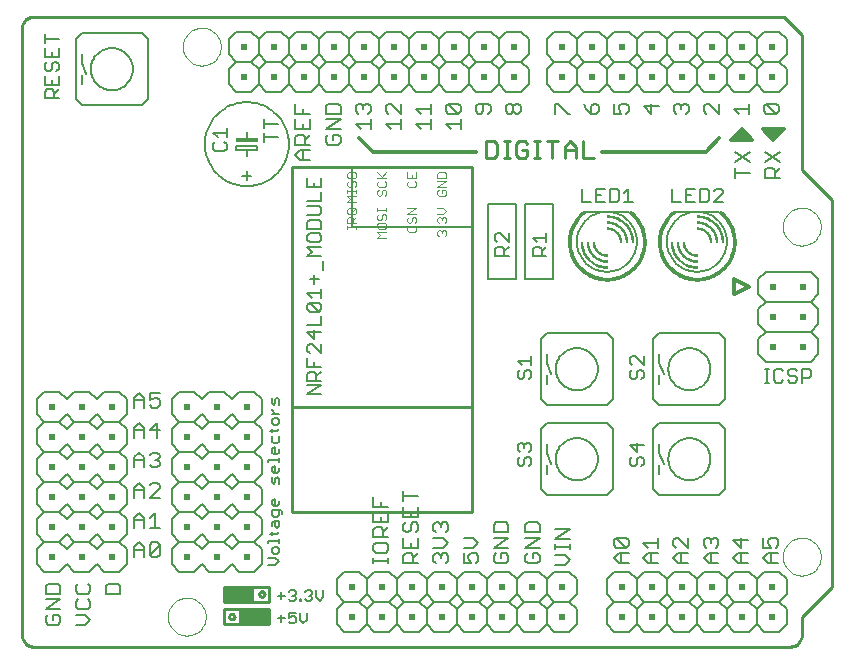
<source format=gto>
G75*
G70*
%OFA0B0*%
%FSLAX24Y24*%
%IPPOS*%
%LPD*%
%AMOC8*
5,1,8,0,0,1.08239X$1,22.5*
%
%ADD10C,0.0100*%
%ADD11C,0.0120*%
%ADD12C,0.0070*%
%ADD13C,0.0060*%
%ADD14C,0.0000*%
%ADD15R,0.1000X0.0500*%
%ADD16C,0.0050*%
%ADD17R,0.0200X0.0200*%
%ADD18C,0.0030*%
%ADD19C,0.0080*%
%ADD20C,0.0010*%
%ADD21R,0.0740X0.0170*%
D10*
X000584Y000580D02*
X025796Y000580D01*
X025835Y000582D01*
X025873Y000588D01*
X025910Y000597D01*
X025947Y000610D01*
X025982Y000627D01*
X026015Y000646D01*
X026046Y000669D01*
X026075Y000695D01*
X026101Y000724D01*
X026124Y000755D01*
X026143Y000788D01*
X026160Y000823D01*
X026173Y000860D01*
X026182Y000897D01*
X026188Y000935D01*
X026190Y000974D01*
X026190Y001580D01*
X027190Y002580D01*
X027190Y015480D01*
X026190Y016480D01*
X026190Y020980D01*
X025590Y021580D01*
X000584Y021580D01*
X000545Y021578D01*
X000507Y021572D01*
X000470Y021563D01*
X000433Y021550D01*
X000398Y021533D01*
X000365Y021514D01*
X000334Y021491D01*
X000305Y021465D01*
X000279Y021436D01*
X000256Y021405D01*
X000237Y021372D01*
X000220Y021337D01*
X000207Y021300D01*
X000198Y021263D01*
X000192Y021225D01*
X000190Y021186D01*
X000190Y000974D01*
X000192Y000935D01*
X000198Y000897D01*
X000207Y000860D01*
X000220Y000823D01*
X000237Y000788D01*
X000256Y000755D01*
X000279Y000724D01*
X000305Y000695D01*
X000334Y000669D01*
X000365Y000646D01*
X000398Y000627D01*
X000433Y000610D01*
X000470Y000597D01*
X000507Y000588D01*
X000545Y000582D01*
X000584Y000580D01*
X006940Y001330D02*
X006940Y001830D01*
X008440Y001830D01*
X008440Y001330D01*
X006940Y001330D01*
X007101Y001580D02*
X007103Y001599D01*
X007109Y001616D01*
X007118Y001632D01*
X007130Y001646D01*
X007145Y001657D01*
X007162Y001665D01*
X007181Y001669D01*
X007199Y001669D01*
X007218Y001665D01*
X007234Y001657D01*
X007250Y001646D01*
X007262Y001632D01*
X007271Y001616D01*
X007277Y001599D01*
X007279Y001580D01*
X007277Y001561D01*
X007271Y001544D01*
X007262Y001528D01*
X007250Y001514D01*
X007235Y001503D01*
X007218Y001495D01*
X007199Y001491D01*
X007181Y001491D01*
X007162Y001495D01*
X007146Y001503D01*
X007130Y001514D01*
X007118Y001528D01*
X007109Y001544D01*
X007103Y001561D01*
X007101Y001580D01*
X006940Y002080D02*
X006940Y002580D01*
X008440Y002580D01*
X008440Y002080D01*
X006940Y002080D01*
X008101Y002330D02*
X008103Y002349D01*
X008109Y002366D01*
X008118Y002382D01*
X008130Y002396D01*
X008145Y002407D01*
X008162Y002415D01*
X008181Y002419D01*
X008199Y002419D01*
X008218Y002415D01*
X008234Y002407D01*
X008250Y002396D01*
X008262Y002382D01*
X008271Y002366D01*
X008277Y002349D01*
X008279Y002330D01*
X008277Y002311D01*
X008271Y002294D01*
X008262Y002278D01*
X008250Y002264D01*
X008235Y002253D01*
X008218Y002245D01*
X008199Y002241D01*
X008181Y002241D01*
X008162Y002245D01*
X008146Y002253D01*
X008130Y002264D01*
X008118Y002278D01*
X008109Y002294D01*
X008103Y002311D01*
X008101Y002330D01*
X009190Y005080D02*
X009190Y008580D01*
X015190Y008580D01*
X015190Y005080D01*
X009190Y005080D01*
X009190Y008580D02*
X009190Y016580D01*
X015190Y016580D01*
X015190Y008580D01*
X015654Y016866D02*
X015935Y016866D01*
X016028Y016959D01*
X016028Y017333D01*
X015935Y017426D01*
X015654Y017426D01*
X015654Y016866D01*
X016262Y016866D02*
X016449Y016866D01*
X016355Y016866D02*
X016355Y017426D01*
X016262Y017426D02*
X016449Y017426D01*
X016667Y017333D02*
X016667Y016959D01*
X016761Y016866D01*
X016947Y016866D01*
X017041Y016959D01*
X017041Y017146D01*
X016854Y017146D01*
X016667Y017333D02*
X016761Y017426D01*
X016947Y017426D01*
X017041Y017333D01*
X017275Y017426D02*
X017462Y017426D01*
X017368Y017426D02*
X017368Y016866D01*
X017275Y016866D02*
X017462Y016866D01*
X017867Y016866D02*
X017867Y017426D01*
X017680Y017426D02*
X018054Y017426D01*
X018288Y017240D02*
X018475Y017426D01*
X018661Y017240D01*
X018661Y016866D01*
X018895Y016866D02*
X019269Y016866D01*
X018895Y016866D02*
X018895Y017426D01*
X018288Y017240D02*
X018288Y016866D01*
X018288Y017146D02*
X018661Y017146D01*
D11*
X019540Y017080D02*
X022990Y017080D01*
X023440Y017530D01*
X023840Y017480D02*
X023990Y017630D01*
X024340Y017530D01*
X024390Y017530D01*
X024190Y017730D01*
X023990Y017530D01*
X023990Y017630D02*
X024190Y017830D01*
X024540Y017480D01*
X023840Y017480D01*
X024890Y017830D02*
X025240Y017480D01*
X025590Y017830D01*
X024890Y017830D01*
X025040Y017780D02*
X025440Y017780D01*
X025240Y017580D01*
X025090Y017730D01*
X025290Y017730D01*
X025240Y017680D02*
X025240Y017630D01*
X023940Y012830D02*
X024440Y012580D01*
X023940Y012330D01*
X023940Y012830D01*
X015340Y017080D02*
X011890Y017080D01*
X011440Y017530D01*
D12*
X011488Y017834D02*
X011325Y017997D01*
X011815Y017997D01*
X011815Y017834D02*
X011815Y018161D01*
X011733Y018349D02*
X011815Y018431D01*
X011815Y018595D01*
X011733Y018676D01*
X011652Y018676D01*
X011570Y018595D01*
X011570Y018513D01*
X011570Y018595D02*
X011488Y018676D01*
X011406Y018676D01*
X011325Y018595D01*
X011325Y018431D01*
X011406Y018349D01*
X012325Y018431D02*
X012406Y018349D01*
X012325Y018431D02*
X012325Y018595D01*
X012406Y018676D01*
X012488Y018676D01*
X012815Y018349D01*
X012815Y018676D01*
X013325Y018513D02*
X013488Y018349D01*
X013325Y018513D02*
X013815Y018513D01*
X013815Y018676D02*
X013815Y018349D01*
X013815Y018161D02*
X013815Y017834D01*
X013815Y017997D02*
X013325Y017997D01*
X013488Y017834D01*
X012815Y017834D02*
X012815Y018161D01*
X012815Y017997D02*
X012325Y017997D01*
X012488Y017834D01*
X014325Y017997D02*
X014815Y017997D01*
X014815Y017834D02*
X014815Y018161D01*
X014733Y018349D02*
X014406Y018676D01*
X014733Y018676D01*
X014815Y018595D01*
X014815Y018431D01*
X014733Y018349D01*
X014406Y018349D01*
X014325Y018431D01*
X014325Y018595D01*
X014406Y018676D01*
X015325Y018595D02*
X015325Y018431D01*
X015406Y018349D01*
X015488Y018349D01*
X015570Y018431D01*
X015570Y018676D01*
X015733Y018676D02*
X015406Y018676D01*
X015325Y018595D01*
X015733Y018676D02*
X015815Y018595D01*
X015815Y018431D01*
X015733Y018349D01*
X016325Y018431D02*
X016325Y018595D01*
X016406Y018676D01*
X016488Y018676D01*
X016570Y018595D01*
X016570Y018431D01*
X016488Y018349D01*
X016406Y018349D01*
X016325Y018431D01*
X016570Y018431D02*
X016652Y018349D01*
X016733Y018349D01*
X016815Y018431D01*
X016815Y018595D01*
X016733Y018676D01*
X016652Y018676D01*
X016570Y018595D01*
X017975Y018676D02*
X017975Y018349D01*
X017975Y018676D02*
X018056Y018676D01*
X018383Y018349D01*
X018465Y018349D01*
X018925Y018676D02*
X019006Y018513D01*
X019170Y018349D01*
X019170Y018595D01*
X019252Y018676D01*
X019333Y018676D01*
X019415Y018595D01*
X019415Y018431D01*
X019333Y018349D01*
X019170Y018349D01*
X019925Y018349D02*
X020170Y018349D01*
X020088Y018513D01*
X020088Y018595D01*
X020170Y018676D01*
X020333Y018676D01*
X020415Y018595D01*
X020415Y018431D01*
X020333Y018349D01*
X019925Y018349D02*
X019925Y018676D01*
X020925Y018595D02*
X021170Y018349D01*
X021170Y018676D01*
X021415Y018595D02*
X020925Y018595D01*
X021925Y018595D02*
X021925Y018431D01*
X022006Y018349D01*
X022170Y018513D02*
X022170Y018595D01*
X022252Y018676D01*
X022333Y018676D01*
X022415Y018595D01*
X022415Y018431D01*
X022333Y018349D01*
X022170Y018595D02*
X022088Y018676D01*
X022006Y018676D01*
X021925Y018595D01*
X022925Y018595D02*
X022925Y018431D01*
X023006Y018349D01*
X022925Y018595D02*
X023006Y018676D01*
X023088Y018676D01*
X023415Y018349D01*
X023415Y018676D01*
X023925Y018513D02*
X024415Y018513D01*
X024415Y018676D02*
X024415Y018349D01*
X024088Y018349D02*
X023925Y018513D01*
X024925Y018431D02*
X024925Y018595D01*
X025006Y018676D01*
X025333Y018349D01*
X025415Y018431D01*
X025415Y018595D01*
X025333Y018676D01*
X025006Y018676D01*
X024925Y018431D02*
X025006Y018349D01*
X025333Y018349D01*
X014488Y017834D02*
X014325Y017997D01*
X004786Y009041D02*
X004459Y009041D01*
X004459Y008795D01*
X004622Y008877D01*
X004704Y008877D01*
X004786Y008795D01*
X004786Y008632D01*
X004704Y008550D01*
X004541Y008550D01*
X004459Y008632D01*
X004270Y008550D02*
X004270Y008877D01*
X004107Y009041D01*
X003943Y008877D01*
X003943Y008550D01*
X003943Y008795D02*
X004270Y008795D01*
X004107Y008041D02*
X004270Y007877D01*
X004270Y007550D01*
X004270Y007795D02*
X003943Y007795D01*
X003943Y007877D02*
X003943Y007550D01*
X004459Y007795D02*
X004786Y007795D01*
X004704Y007550D02*
X004704Y008041D01*
X004459Y007795D01*
X004107Y008041D02*
X003943Y007877D01*
X004107Y007051D02*
X004270Y006887D01*
X004270Y006560D01*
X004459Y006642D02*
X004541Y006560D01*
X004704Y006560D01*
X004786Y006642D01*
X004786Y006724D01*
X004704Y006805D01*
X004622Y006805D01*
X004704Y006805D02*
X004786Y006887D01*
X004786Y006969D01*
X004704Y007051D01*
X004541Y007051D01*
X004459Y006969D01*
X004270Y006805D02*
X003943Y006805D01*
X003943Y006887D02*
X004107Y007051D01*
X003943Y006887D02*
X003943Y006560D01*
X004107Y006041D02*
X004270Y005877D01*
X004270Y005550D01*
X004459Y005550D02*
X004786Y005877D01*
X004786Y005959D01*
X004704Y006041D01*
X004541Y006041D01*
X004459Y005959D01*
X004270Y005795D02*
X003943Y005795D01*
X003943Y005877D02*
X003943Y005550D01*
X004459Y005550D02*
X004786Y005550D01*
X004622Y005041D02*
X004622Y004550D01*
X004459Y004550D02*
X004786Y004550D01*
X004270Y004550D02*
X004270Y004877D01*
X004107Y005041D01*
X003943Y004877D01*
X003943Y004550D01*
X003943Y004795D02*
X004270Y004795D01*
X004459Y004877D02*
X004622Y005041D01*
X003943Y005877D02*
X004107Y006041D01*
X003388Y002676D02*
X003061Y002676D01*
X002979Y002594D01*
X002979Y002349D01*
X003470Y002349D01*
X003470Y002594D01*
X003388Y002676D01*
X002470Y002594D02*
X002388Y002676D01*
X002470Y002594D02*
X002470Y002431D01*
X002388Y002349D01*
X002061Y002349D01*
X001979Y002431D01*
X001979Y002594D01*
X002061Y002676D01*
X001470Y002594D02*
X001470Y002349D01*
X000979Y002349D01*
X000979Y002594D01*
X001061Y002676D01*
X001388Y002676D01*
X001470Y002594D01*
X001470Y002160D02*
X000979Y002160D01*
X000979Y001833D02*
X001470Y002160D01*
X001470Y001833D02*
X000979Y001833D01*
X001061Y001644D02*
X000979Y001563D01*
X000979Y001399D01*
X001061Y001318D01*
X001388Y001318D01*
X001470Y001399D01*
X001470Y001563D01*
X001388Y001644D01*
X001225Y001644D01*
X001225Y001481D01*
X001979Y001318D02*
X002306Y001318D01*
X002470Y001481D01*
X002306Y001644D01*
X001979Y001644D01*
X002061Y001833D02*
X002388Y001833D01*
X002470Y001915D01*
X002470Y002078D01*
X002388Y002160D01*
X002061Y002160D02*
X001979Y002078D01*
X001979Y001915D01*
X002061Y001833D01*
X014915Y003365D02*
X015160Y003365D01*
X015078Y003528D01*
X015078Y003610D01*
X015160Y003692D01*
X015323Y003692D01*
X015405Y003610D01*
X015405Y003447D01*
X015323Y003365D01*
X014915Y003365D02*
X014915Y003692D01*
X014915Y003881D02*
X015242Y003881D01*
X015405Y004044D01*
X015242Y004208D01*
X014915Y004208D01*
X015920Y004211D02*
X016410Y004211D01*
X015920Y003884D01*
X016410Y003884D01*
X016328Y003695D02*
X016165Y003695D01*
X016165Y003532D01*
X016328Y003695D02*
X016410Y003614D01*
X016410Y003450D01*
X016328Y003368D01*
X016002Y003368D01*
X015920Y003450D01*
X015920Y003614D01*
X016002Y003695D01*
X016970Y003614D02*
X016970Y003450D01*
X017052Y003368D01*
X017378Y003368D01*
X017460Y003450D01*
X017460Y003614D01*
X017378Y003695D01*
X017215Y003695D01*
X017215Y003532D01*
X017052Y003695D02*
X016970Y003614D01*
X016970Y003884D02*
X017460Y004211D01*
X016970Y004211D01*
X016970Y004400D02*
X016970Y004645D01*
X017052Y004727D01*
X017378Y004727D01*
X017460Y004645D01*
X017460Y004400D01*
X016970Y004400D01*
X016410Y004400D02*
X016410Y004645D01*
X016328Y004727D01*
X016002Y004727D01*
X015920Y004645D01*
X015920Y004400D01*
X016410Y004400D01*
X016970Y003884D02*
X017460Y003884D01*
X017965Y003912D02*
X018455Y003912D01*
X018455Y003831D02*
X018455Y003994D01*
X018455Y004174D02*
X017965Y004174D01*
X018455Y004501D01*
X017965Y004501D01*
X017965Y003994D02*
X017965Y003831D01*
X017965Y003642D02*
X018292Y003642D01*
X018455Y003478D01*
X018292Y003315D01*
X017965Y003315D01*
X020910Y003529D02*
X021073Y003692D01*
X021400Y003692D01*
X021400Y003881D02*
X021400Y004208D01*
X021400Y004045D02*
X020910Y004045D01*
X021073Y003881D01*
X021155Y003692D02*
X021155Y003366D01*
X021073Y003366D02*
X020910Y003529D01*
X021073Y003366D02*
X021400Y003366D01*
X021910Y003529D02*
X022073Y003692D01*
X022400Y003692D01*
X022400Y003881D02*
X022073Y004208D01*
X021992Y004208D01*
X021910Y004126D01*
X021910Y003963D01*
X021992Y003881D01*
X022155Y003692D02*
X022155Y003366D01*
X022073Y003366D02*
X022400Y003366D01*
X022073Y003366D02*
X021910Y003529D01*
X022400Y003881D02*
X022400Y004208D01*
X022920Y004126D02*
X023002Y004208D01*
X023083Y004208D01*
X023165Y004126D01*
X023247Y004208D01*
X023328Y004208D01*
X023410Y004126D01*
X023410Y003963D01*
X023328Y003881D01*
X023410Y003692D02*
X023083Y003692D01*
X022920Y003529D01*
X023083Y003366D01*
X023410Y003366D01*
X023165Y003366D02*
X023165Y003692D01*
X023002Y003881D02*
X022920Y003963D01*
X022920Y004126D01*
X023165Y004126D02*
X023165Y004045D01*
X023910Y004126D02*
X024155Y003881D01*
X024155Y004208D01*
X024400Y004126D02*
X023910Y004126D01*
X024073Y003692D02*
X023910Y003529D01*
X024073Y003366D01*
X024400Y003366D01*
X024155Y003366D02*
X024155Y003692D01*
X024073Y003692D02*
X024400Y003692D01*
X024910Y003529D02*
X025073Y003366D01*
X025400Y003366D01*
X025155Y003366D02*
X025155Y003692D01*
X025073Y003692D02*
X025400Y003692D01*
X025318Y003881D02*
X025400Y003963D01*
X025400Y004126D01*
X025318Y004208D01*
X025155Y004208D01*
X025073Y004126D01*
X025073Y004045D01*
X025155Y003881D01*
X024910Y003881D01*
X024910Y004208D01*
X025073Y003692D02*
X024910Y003529D01*
D13*
X024940Y003080D02*
X024690Y002830D01*
X024690Y002330D01*
X024940Y002080D01*
X025440Y002080D01*
X025690Y002330D01*
X025690Y002830D01*
X025440Y003080D01*
X024940Y003080D01*
X024690Y002830D02*
X024440Y003080D01*
X023940Y003080D01*
X023690Y002830D01*
X023690Y002330D01*
X023940Y002080D01*
X024440Y002080D01*
X024690Y002330D01*
X024440Y002080D02*
X024690Y001830D01*
X024940Y002080D01*
X025440Y002080D01*
X025690Y001830D01*
X025690Y001330D01*
X025440Y001080D01*
X024940Y001080D01*
X024690Y001330D01*
X024440Y001080D01*
X023940Y001080D01*
X023690Y001330D01*
X023440Y001080D01*
X022940Y001080D01*
X022690Y001330D01*
X022440Y001080D01*
X021940Y001080D01*
X021690Y001330D01*
X021440Y001080D01*
X020940Y001080D01*
X020690Y001330D01*
X020440Y001080D01*
X019940Y001080D01*
X019690Y001330D01*
X019690Y001830D01*
X019940Y002080D01*
X020440Y002080D01*
X020690Y002330D01*
X020940Y002080D01*
X021440Y002080D01*
X021690Y002330D01*
X021690Y002830D01*
X021440Y003080D01*
X020940Y003080D01*
X020690Y002830D01*
X020690Y002330D01*
X020440Y002080D02*
X020690Y001830D01*
X020940Y002080D01*
X021440Y002080D01*
X021690Y001830D01*
X021690Y001330D01*
X021690Y001830D02*
X021940Y002080D01*
X021690Y002330D01*
X021940Y002080D02*
X022440Y002080D01*
X022690Y002330D01*
X022940Y002080D01*
X023440Y002080D01*
X023690Y002330D01*
X023440Y002080D02*
X023690Y001830D01*
X023940Y002080D01*
X024440Y002080D01*
X024690Y001830D02*
X024690Y001330D01*
X023690Y001330D02*
X023690Y001830D01*
X023440Y002080D02*
X022940Y002080D01*
X022690Y001830D01*
X022690Y001330D01*
X022690Y001830D02*
X022440Y002080D01*
X021940Y002080D01*
X022690Y002330D02*
X022690Y002830D01*
X022940Y003080D01*
X023440Y003080D01*
X023690Y002830D01*
X022690Y002830D02*
X022440Y003080D01*
X021940Y003080D01*
X021690Y002830D01*
X020690Y002830D02*
X020440Y003080D01*
X019940Y003080D01*
X019690Y002830D01*
X019690Y002330D01*
X019940Y002080D01*
X020440Y002080D01*
X020690Y001830D02*
X020690Y001330D01*
X018690Y001330D02*
X018440Y001080D01*
X017940Y001080D01*
X017690Y001330D01*
X017440Y001080D01*
X016940Y001080D01*
X016690Y001330D01*
X016440Y001080D01*
X015940Y001080D01*
X015690Y001330D01*
X015440Y001080D01*
X014940Y001080D01*
X014690Y001330D01*
X014440Y001080D01*
X013940Y001080D01*
X013690Y001330D01*
X013440Y001080D01*
X012940Y001080D01*
X012690Y001330D01*
X012440Y001080D01*
X011940Y001080D01*
X011690Y001330D01*
X011440Y001080D01*
X010940Y001080D01*
X010690Y001330D01*
X010690Y001830D01*
X010940Y002080D01*
X011440Y002080D01*
X011690Y002330D01*
X011940Y002080D01*
X012440Y002080D01*
X012690Y002330D01*
X012690Y002830D01*
X012440Y003080D01*
X011940Y003080D01*
X011690Y002830D01*
X011690Y002330D01*
X011440Y002080D02*
X011690Y001830D01*
X011940Y002080D01*
X012440Y002080D01*
X012690Y001830D01*
X012690Y001330D01*
X012690Y001830D02*
X012940Y002080D01*
X012690Y002330D01*
X012940Y002080D02*
X013440Y002080D01*
X013690Y002330D01*
X013940Y002080D01*
X014440Y002080D01*
X014690Y002330D01*
X014940Y002080D01*
X015440Y002080D01*
X015690Y002330D01*
X015690Y002830D01*
X015440Y003080D01*
X014940Y003080D01*
X014690Y002830D01*
X014690Y002330D01*
X014440Y002080D02*
X014690Y001830D01*
X014940Y002080D01*
X015440Y002080D01*
X015690Y001830D01*
X015690Y001330D01*
X015690Y001830D02*
X015940Y002080D01*
X015690Y002330D01*
X015940Y002080D02*
X016440Y002080D01*
X016690Y002330D01*
X016940Y002080D01*
X017440Y002080D01*
X017690Y002330D01*
X017940Y002080D01*
X018440Y002080D01*
X018690Y002330D01*
X018690Y002830D01*
X018440Y003080D01*
X017940Y003080D01*
X017690Y002830D01*
X017690Y002330D01*
X017440Y002080D02*
X017690Y001830D01*
X017940Y002080D01*
X018440Y002080D01*
X018690Y001830D01*
X018690Y001330D01*
X017690Y001330D02*
X017690Y001830D01*
X017440Y002080D02*
X016940Y002080D01*
X016690Y001830D01*
X016690Y001330D01*
X016690Y001830D02*
X016440Y002080D01*
X015940Y002080D01*
X016690Y002330D02*
X016690Y002830D01*
X016940Y003080D01*
X017440Y003080D01*
X017690Y002830D01*
X016690Y002830D02*
X016440Y003080D01*
X015940Y003080D01*
X015690Y002830D01*
X014690Y002830D02*
X014440Y003080D01*
X013940Y003080D01*
X013690Y002830D01*
X013690Y002330D01*
X013440Y002080D02*
X013690Y001830D01*
X013940Y002080D01*
X014440Y002080D01*
X014690Y001830D02*
X014690Y001330D01*
X013690Y001330D02*
X013690Y001830D01*
X013440Y002080D02*
X012940Y002080D01*
X011690Y001830D02*
X011690Y001330D01*
X011440Y002080D02*
X010940Y002080D01*
X010690Y002330D01*
X010690Y002830D01*
X010940Y003080D01*
X011440Y003080D01*
X011690Y002830D01*
X011910Y003360D02*
X011910Y003527D01*
X011910Y003443D02*
X012410Y003443D01*
X012410Y003360D02*
X012410Y003527D01*
X012327Y003704D02*
X012410Y003787D01*
X012410Y003954D01*
X012327Y004037D01*
X011993Y004037D01*
X011910Y003954D01*
X011910Y003787D01*
X011993Y003704D01*
X012327Y003704D01*
X012410Y004219D02*
X011910Y004219D01*
X011910Y004470D01*
X011993Y004553D01*
X012160Y004553D01*
X012243Y004470D01*
X012243Y004219D01*
X012243Y004386D02*
X012410Y004553D01*
X012410Y004735D02*
X012410Y005069D01*
X012410Y005251D02*
X011910Y005251D01*
X011910Y005584D01*
X012160Y005417D02*
X012160Y005251D01*
X011910Y005069D02*
X011910Y004735D01*
X012410Y004735D01*
X012160Y004735D02*
X012160Y004902D01*
X012910Y004907D02*
X012910Y005241D01*
X012910Y005423D02*
X012910Y005756D01*
X012910Y005589D02*
X013410Y005589D01*
X013410Y005241D02*
X013410Y004907D01*
X012910Y004907D01*
X012993Y004725D02*
X012910Y004641D01*
X012910Y004475D01*
X012993Y004391D01*
X013076Y004391D01*
X013160Y004475D01*
X013160Y004641D01*
X013243Y004725D01*
X013327Y004725D01*
X013410Y004641D01*
X013410Y004475D01*
X013327Y004391D01*
X013410Y004209D02*
X013410Y003876D01*
X012910Y003876D01*
X012910Y004209D01*
X013160Y004042D02*
X013160Y003876D01*
X013160Y003694D02*
X013243Y003610D01*
X013243Y003360D01*
X013243Y003527D02*
X013410Y003694D01*
X013160Y003694D02*
X012993Y003694D01*
X012910Y003610D01*
X012910Y003360D01*
X013410Y003360D01*
X013440Y003080D02*
X012940Y003080D01*
X012690Y002830D01*
X013440Y003080D02*
X013690Y002830D01*
X013993Y003360D02*
X013910Y003443D01*
X013910Y003610D01*
X013993Y003694D01*
X014076Y003694D01*
X014160Y003610D01*
X014243Y003694D01*
X014327Y003694D01*
X014410Y003610D01*
X014410Y003443D01*
X014327Y003360D01*
X014160Y003527D02*
X014160Y003610D01*
X014243Y003876D02*
X013910Y003876D01*
X014243Y003876D02*
X014410Y004042D01*
X014243Y004209D01*
X013910Y004209D01*
X013993Y004391D02*
X013910Y004475D01*
X013910Y004641D01*
X013993Y004725D01*
X014076Y004725D01*
X014160Y004641D01*
X014243Y004725D01*
X014327Y004725D01*
X014410Y004641D01*
X014410Y004475D01*
X014327Y004391D01*
X014160Y004558D02*
X014160Y004641D01*
X013160Y004907D02*
X013160Y005074D01*
X019915Y004126D02*
X019998Y004210D01*
X020332Y003876D01*
X020415Y003960D01*
X020415Y004126D01*
X020332Y004210D01*
X019998Y004210D01*
X019915Y004126D02*
X019915Y003960D01*
X019998Y003876D01*
X020332Y003876D01*
X020415Y003694D02*
X020082Y003694D01*
X019915Y003527D01*
X020082Y003361D01*
X020415Y003361D01*
X020165Y003361D02*
X020165Y003694D01*
X024990Y010080D02*
X026490Y010080D01*
X026740Y010330D01*
X026740Y010830D01*
X026490Y011080D01*
X024990Y011080D01*
X024740Y010830D01*
X024740Y010330D01*
X024990Y010080D01*
X024990Y011080D02*
X024740Y011330D01*
X024740Y011830D01*
X024990Y012080D01*
X026490Y012080D01*
X026740Y011830D01*
X026740Y011330D01*
X026490Y011080D01*
X026490Y012080D02*
X026740Y012330D01*
X026740Y012830D01*
X026490Y013080D01*
X024990Y013080D01*
X024740Y012830D01*
X024740Y012330D01*
X024990Y012080D01*
X021690Y014080D02*
X021692Y014143D01*
X021698Y014205D01*
X021708Y014267D01*
X021721Y014329D01*
X021739Y014389D01*
X021760Y014448D01*
X021785Y014506D01*
X021814Y014562D01*
X021846Y014616D01*
X021881Y014668D01*
X021919Y014717D01*
X021961Y014765D01*
X022005Y014809D01*
X022053Y014851D01*
X022102Y014889D01*
X022154Y014924D01*
X022208Y014956D01*
X022264Y014985D01*
X022322Y015010D01*
X022381Y015031D01*
X022441Y015049D01*
X022503Y015062D01*
X022565Y015072D01*
X022627Y015078D01*
X022690Y015080D01*
X022753Y015078D01*
X022815Y015072D01*
X022877Y015062D01*
X022939Y015049D01*
X022999Y015031D01*
X023058Y015010D01*
X023116Y014985D01*
X023172Y014956D01*
X023226Y014924D01*
X023278Y014889D01*
X023327Y014851D01*
X023375Y014809D01*
X023419Y014765D01*
X023461Y014717D01*
X023499Y014668D01*
X023534Y014616D01*
X023566Y014562D01*
X023595Y014506D01*
X023620Y014448D01*
X023641Y014389D01*
X023659Y014329D01*
X023672Y014267D01*
X023682Y014205D01*
X023688Y014143D01*
X023690Y014080D01*
X023688Y014017D01*
X023682Y013955D01*
X023672Y013893D01*
X023659Y013831D01*
X023641Y013771D01*
X023620Y013712D01*
X023595Y013654D01*
X023566Y013598D01*
X023534Y013544D01*
X023499Y013492D01*
X023461Y013443D01*
X023419Y013395D01*
X023375Y013351D01*
X023327Y013309D01*
X023278Y013271D01*
X023226Y013236D01*
X023172Y013204D01*
X023116Y013175D01*
X023058Y013150D01*
X022999Y013129D01*
X022939Y013111D01*
X022877Y013098D01*
X022815Y013088D01*
X022753Y013082D01*
X022690Y013080D01*
X022627Y013082D01*
X022565Y013088D01*
X022503Y013098D01*
X022441Y013111D01*
X022381Y013129D01*
X022322Y013150D01*
X022264Y013175D01*
X022208Y013204D01*
X022154Y013236D01*
X022102Y013271D01*
X022053Y013309D01*
X022005Y013351D01*
X021961Y013395D01*
X021919Y013443D01*
X021881Y013492D01*
X021846Y013544D01*
X021814Y013598D01*
X021785Y013654D01*
X021760Y013712D01*
X021739Y013771D01*
X021721Y013831D01*
X021708Y013893D01*
X021698Y013955D01*
X021692Y014017D01*
X021690Y014080D01*
X018690Y014080D02*
X018692Y014143D01*
X018698Y014205D01*
X018708Y014267D01*
X018721Y014329D01*
X018739Y014389D01*
X018760Y014448D01*
X018785Y014506D01*
X018814Y014562D01*
X018846Y014616D01*
X018881Y014668D01*
X018919Y014717D01*
X018961Y014765D01*
X019005Y014809D01*
X019053Y014851D01*
X019102Y014889D01*
X019154Y014924D01*
X019208Y014956D01*
X019264Y014985D01*
X019322Y015010D01*
X019381Y015031D01*
X019441Y015049D01*
X019503Y015062D01*
X019565Y015072D01*
X019627Y015078D01*
X019690Y015080D01*
X019753Y015078D01*
X019815Y015072D01*
X019877Y015062D01*
X019939Y015049D01*
X019999Y015031D01*
X020058Y015010D01*
X020116Y014985D01*
X020172Y014956D01*
X020226Y014924D01*
X020278Y014889D01*
X020327Y014851D01*
X020375Y014809D01*
X020419Y014765D01*
X020461Y014717D01*
X020499Y014668D01*
X020534Y014616D01*
X020566Y014562D01*
X020595Y014506D01*
X020620Y014448D01*
X020641Y014389D01*
X020659Y014329D01*
X020672Y014267D01*
X020682Y014205D01*
X020688Y014143D01*
X020690Y014080D01*
X020688Y014017D01*
X020682Y013955D01*
X020672Y013893D01*
X020659Y013831D01*
X020641Y013771D01*
X020620Y013712D01*
X020595Y013654D01*
X020566Y013598D01*
X020534Y013544D01*
X020499Y013492D01*
X020461Y013443D01*
X020419Y013395D01*
X020375Y013351D01*
X020327Y013309D01*
X020278Y013271D01*
X020226Y013236D01*
X020172Y013204D01*
X020116Y013175D01*
X020058Y013150D01*
X019999Y013129D01*
X019939Y013111D01*
X019877Y013098D01*
X019815Y013088D01*
X019753Y013082D01*
X019690Y013080D01*
X019627Y013082D01*
X019565Y013088D01*
X019503Y013098D01*
X019441Y013111D01*
X019381Y013129D01*
X019322Y013150D01*
X019264Y013175D01*
X019208Y013204D01*
X019154Y013236D01*
X019102Y013271D01*
X019053Y013309D01*
X019005Y013351D01*
X018961Y013395D01*
X018919Y013443D01*
X018881Y013492D01*
X018846Y013544D01*
X018814Y013598D01*
X018785Y013654D01*
X018760Y013712D01*
X018739Y013771D01*
X018721Y013831D01*
X018708Y013893D01*
X018698Y013955D01*
X018692Y014017D01*
X018690Y014080D01*
X023958Y016215D02*
X023958Y016548D01*
X023958Y016382D02*
X024458Y016382D01*
X024458Y016730D02*
X023958Y017064D01*
X023958Y016730D02*
X024458Y017064D01*
X024958Y017064D02*
X025458Y016730D01*
X025458Y016548D02*
X025291Y016382D01*
X025291Y016465D02*
X025291Y016215D01*
X025458Y016215D02*
X024958Y016215D01*
X024958Y016465D01*
X025041Y016548D01*
X025208Y016548D01*
X025291Y016465D01*
X024958Y016730D02*
X025458Y017064D01*
X025440Y019080D02*
X024940Y019080D01*
X024690Y019330D01*
X024440Y019080D01*
X023940Y019080D01*
X023690Y019330D01*
X023690Y019830D01*
X023940Y020080D01*
X024440Y020080D01*
X024690Y019830D01*
X024940Y020080D01*
X025440Y020080D01*
X025690Y019830D01*
X025690Y019330D01*
X025440Y019080D01*
X024690Y019330D02*
X024690Y019830D01*
X024440Y020080D02*
X023940Y020080D01*
X023690Y020330D01*
X023690Y020830D01*
X023940Y021080D01*
X024440Y021080D01*
X024690Y020830D01*
X024940Y021080D01*
X025440Y021080D01*
X025690Y020830D01*
X025690Y020330D01*
X025440Y020080D01*
X024940Y020080D01*
X024690Y020330D01*
X024440Y020080D01*
X024690Y020330D02*
X024690Y020830D01*
X023690Y020830D02*
X023440Y021080D01*
X022940Y021080D01*
X022690Y020830D01*
X022440Y021080D01*
X021940Y021080D01*
X021690Y020830D01*
X021440Y021080D01*
X020940Y021080D01*
X020690Y020830D01*
X020690Y020330D01*
X020940Y020080D01*
X021440Y020080D01*
X021690Y019830D01*
X021940Y020080D01*
X022440Y020080D01*
X022690Y019830D01*
X022940Y020080D01*
X023440Y020080D01*
X023690Y019830D01*
X023440Y020080D02*
X022940Y020080D01*
X022690Y020330D01*
X022440Y020080D01*
X021940Y020080D01*
X021690Y020330D01*
X021440Y020080D01*
X020940Y020080D01*
X020690Y019830D01*
X020690Y019330D01*
X020940Y019080D01*
X021440Y019080D01*
X021690Y019330D01*
X021690Y019830D01*
X021690Y020330D02*
X021690Y020830D01*
X020690Y020830D02*
X020440Y021080D01*
X019940Y021080D01*
X019690Y020830D01*
X019440Y021080D01*
X018940Y021080D01*
X018690Y020830D01*
X018440Y021080D01*
X017940Y021080D01*
X017690Y020830D01*
X017690Y020330D01*
X017940Y020080D01*
X018440Y020080D01*
X018690Y019830D01*
X018940Y020080D01*
X019440Y020080D01*
X019690Y019830D01*
X019940Y020080D01*
X020440Y020080D01*
X020690Y019830D01*
X020440Y020080D02*
X019940Y020080D01*
X019690Y020330D01*
X019440Y020080D01*
X018940Y020080D01*
X018690Y020330D01*
X018440Y020080D01*
X017940Y020080D01*
X017690Y019830D01*
X017690Y019330D01*
X017940Y019080D01*
X018440Y019080D01*
X018690Y019330D01*
X018690Y019830D01*
X018690Y020330D02*
X018690Y020830D01*
X019690Y020830D02*
X019690Y020330D01*
X019690Y019830D02*
X019690Y019330D01*
X019440Y019080D01*
X018940Y019080D01*
X018690Y019330D01*
X019690Y019330D02*
X019940Y019080D01*
X020440Y019080D01*
X020690Y019330D01*
X021690Y019330D02*
X021940Y019080D01*
X022440Y019080D01*
X022690Y019330D01*
X022690Y019830D01*
X022690Y020330D02*
X022690Y020830D01*
X023440Y020080D02*
X023690Y020330D01*
X023690Y019330D02*
X023440Y019080D01*
X022940Y019080D01*
X022690Y019330D01*
X020690Y020330D02*
X020440Y020080D01*
X017090Y019830D02*
X017090Y019330D01*
X016840Y019080D01*
X016340Y019080D01*
X016090Y019330D01*
X015840Y019080D01*
X015340Y019080D01*
X015090Y019330D01*
X015090Y019830D01*
X015340Y020080D01*
X015840Y020080D01*
X016090Y019830D01*
X016340Y020080D01*
X016840Y020080D01*
X017090Y019830D01*
X016840Y020080D02*
X017090Y020330D01*
X017090Y020830D01*
X016840Y021080D01*
X016340Y021080D01*
X016090Y020830D01*
X015840Y021080D01*
X015340Y021080D01*
X015090Y020830D01*
X015090Y020330D01*
X015340Y020080D01*
X015840Y020080D01*
X016090Y020330D01*
X016090Y020830D01*
X016090Y020330D02*
X016340Y020080D01*
X016840Y020080D01*
X016090Y019830D02*
X016090Y019330D01*
X015090Y019330D02*
X014840Y019080D01*
X014340Y019080D01*
X014090Y019330D01*
X013840Y019080D01*
X013340Y019080D01*
X013090Y019330D01*
X012840Y019080D01*
X012340Y019080D01*
X012090Y019330D01*
X012090Y019830D01*
X012340Y020080D01*
X012840Y020080D01*
X013090Y019830D01*
X013340Y020080D01*
X013840Y020080D01*
X014090Y019830D01*
X014340Y020080D01*
X014840Y020080D01*
X015090Y019830D01*
X014840Y020080D02*
X014340Y020080D01*
X014090Y020330D01*
X013840Y020080D01*
X013340Y020080D01*
X013090Y020330D01*
X012840Y020080D01*
X012340Y020080D01*
X012090Y020330D01*
X012090Y020830D01*
X012340Y021080D01*
X012840Y021080D01*
X013090Y020830D01*
X013340Y021080D01*
X013840Y021080D01*
X014090Y020830D01*
X014340Y021080D01*
X014840Y021080D01*
X015090Y020830D01*
X015090Y020330D02*
X014840Y020080D01*
X014090Y019830D02*
X014090Y019330D01*
X013090Y019330D02*
X013090Y019830D01*
X013090Y020330D02*
X013090Y020830D01*
X012090Y020830D02*
X011840Y021080D01*
X011340Y021080D01*
X011090Y020830D01*
X010840Y021080D01*
X010340Y021080D01*
X010090Y020830D01*
X009840Y021080D01*
X009340Y021080D01*
X009090Y020830D01*
X009090Y020330D01*
X009340Y020080D01*
X009840Y020080D01*
X010090Y019830D01*
X010340Y020080D01*
X010840Y020080D01*
X011090Y019830D01*
X011340Y020080D01*
X011840Y020080D01*
X012090Y019830D01*
X011840Y020080D02*
X011340Y020080D01*
X011090Y020330D01*
X010840Y020080D01*
X010340Y020080D01*
X010090Y020330D01*
X009840Y020080D01*
X009340Y020080D01*
X009090Y019830D01*
X009090Y019330D01*
X009340Y019080D01*
X009840Y019080D01*
X010090Y019330D01*
X010090Y019830D01*
X010090Y020330D02*
X010090Y020830D01*
X011090Y020830D02*
X011090Y020330D01*
X011090Y019830D02*
X011090Y019330D01*
X010840Y019080D01*
X010340Y019080D01*
X010090Y019330D01*
X011090Y019330D02*
X011340Y019080D01*
X011840Y019080D01*
X012090Y019330D01*
X011840Y020080D02*
X012090Y020330D01*
X014090Y020330D02*
X014090Y020830D01*
X010817Y018600D02*
X010734Y018683D01*
X010400Y018683D01*
X010317Y018600D01*
X010317Y018350D01*
X010817Y018350D01*
X010817Y018600D01*
X010817Y018168D02*
X010317Y018168D01*
X010317Y017834D02*
X010817Y018168D01*
X010817Y017834D02*
X010317Y017834D01*
X010400Y017652D02*
X010317Y017568D01*
X010317Y017402D01*
X010400Y017318D01*
X010734Y017318D01*
X010817Y017402D01*
X010817Y017568D01*
X010734Y017652D01*
X010567Y017652D01*
X010567Y017485D01*
X009812Y017318D02*
X009311Y017318D01*
X009311Y017568D01*
X009395Y017652D01*
X009562Y017652D01*
X009645Y017568D01*
X009645Y017318D01*
X009645Y017485D02*
X009812Y017652D01*
X009812Y017834D02*
X009311Y017834D01*
X009311Y018168D01*
X009311Y018350D02*
X009311Y018683D01*
X009562Y018516D02*
X009562Y018350D01*
X009812Y018350D02*
X009311Y018350D01*
X009812Y018168D02*
X009812Y017834D01*
X009562Y017834D02*
X009562Y018001D01*
X009562Y017136D02*
X009562Y016803D01*
X009478Y016803D02*
X009311Y016969D01*
X009478Y017136D01*
X009812Y017136D01*
X009812Y016803D02*
X009478Y016803D01*
X008040Y017130D02*
X008040Y017260D01*
X007340Y017260D01*
X007340Y017130D01*
X007690Y017130D01*
X008040Y017130D01*
X007690Y017130D02*
X007690Y016930D01*
X006290Y017330D02*
X006292Y017405D01*
X006298Y017479D01*
X006308Y017553D01*
X006322Y017626D01*
X006339Y017698D01*
X006361Y017770D01*
X006386Y017840D01*
X006415Y017908D01*
X006448Y017976D01*
X006484Y018041D01*
X006523Y018104D01*
X006566Y018165D01*
X006612Y018224D01*
X006661Y018280D01*
X006713Y018333D01*
X006768Y018384D01*
X006825Y018431D01*
X006885Y018476D01*
X006947Y018517D01*
X007012Y018555D01*
X007078Y018589D01*
X007146Y018620D01*
X007215Y018647D01*
X007286Y018670D01*
X007358Y018690D01*
X007431Y018706D01*
X007504Y018718D01*
X007578Y018726D01*
X007653Y018730D01*
X007727Y018730D01*
X007802Y018726D01*
X007876Y018718D01*
X007949Y018706D01*
X008022Y018690D01*
X008094Y018670D01*
X008165Y018647D01*
X008234Y018620D01*
X008302Y018589D01*
X008368Y018555D01*
X008433Y018517D01*
X008495Y018476D01*
X008555Y018431D01*
X008612Y018384D01*
X008667Y018333D01*
X008719Y018280D01*
X008768Y018224D01*
X008814Y018165D01*
X008857Y018104D01*
X008896Y018041D01*
X008932Y017976D01*
X008965Y017908D01*
X008994Y017840D01*
X009019Y017770D01*
X009041Y017698D01*
X009058Y017626D01*
X009072Y017553D01*
X009082Y017479D01*
X009088Y017405D01*
X009090Y017330D01*
X009088Y017255D01*
X009082Y017181D01*
X009072Y017107D01*
X009058Y017034D01*
X009041Y016962D01*
X009019Y016890D01*
X008994Y016820D01*
X008965Y016752D01*
X008932Y016684D01*
X008896Y016619D01*
X008857Y016556D01*
X008814Y016495D01*
X008768Y016436D01*
X008719Y016380D01*
X008667Y016327D01*
X008612Y016276D01*
X008555Y016229D01*
X008495Y016184D01*
X008433Y016143D01*
X008368Y016105D01*
X008302Y016071D01*
X008234Y016040D01*
X008165Y016013D01*
X008094Y015990D01*
X008022Y015970D01*
X007949Y015954D01*
X007876Y015942D01*
X007802Y015934D01*
X007727Y015930D01*
X007653Y015930D01*
X007578Y015934D01*
X007504Y015942D01*
X007431Y015954D01*
X007358Y015970D01*
X007286Y015990D01*
X007215Y016013D01*
X007146Y016040D01*
X007078Y016071D01*
X007012Y016105D01*
X006947Y016143D01*
X006885Y016184D01*
X006825Y016229D01*
X006768Y016276D01*
X006713Y016327D01*
X006661Y016380D01*
X006612Y016436D01*
X006566Y016495D01*
X006523Y016556D01*
X006484Y016619D01*
X006448Y016684D01*
X006415Y016752D01*
X006386Y016820D01*
X006361Y016890D01*
X006339Y016962D01*
X006322Y017034D01*
X006308Y017107D01*
X006298Y017181D01*
X006292Y017255D01*
X006290Y017330D01*
X007690Y017530D02*
X007690Y017730D01*
X007690Y016430D02*
X007690Y016130D01*
X007840Y016280D02*
X007540Y016280D01*
X007340Y019080D02*
X007090Y019330D01*
X007090Y019830D01*
X007340Y020080D01*
X007840Y020080D01*
X008090Y019830D01*
X008340Y020080D01*
X008840Y020080D01*
X009090Y019830D01*
X008840Y020080D02*
X008340Y020080D01*
X008090Y020330D01*
X007840Y020080D01*
X007340Y020080D01*
X007090Y020330D01*
X007090Y020830D01*
X007340Y021080D01*
X007840Y021080D01*
X008090Y020830D01*
X008340Y021080D01*
X008840Y021080D01*
X009090Y020830D01*
X009090Y020330D02*
X008840Y020080D01*
X008090Y019830D02*
X008090Y019330D01*
X007840Y019080D01*
X007340Y019080D01*
X008090Y019330D02*
X008340Y019080D01*
X008840Y019080D01*
X009090Y019330D01*
X008090Y020330D02*
X008090Y020830D01*
X004704Y004056D02*
X004537Y004056D01*
X004454Y003972D01*
X004454Y003639D01*
X004787Y003972D01*
X004787Y003639D01*
X004704Y003555D01*
X004537Y003555D01*
X004454Y003639D01*
X004272Y003555D02*
X004272Y003889D01*
X004105Y004056D01*
X003938Y003889D01*
X003938Y003555D01*
X003938Y003805D02*
X004272Y003805D01*
X004704Y004056D02*
X004787Y003972D01*
D14*
X005060Y001580D02*
X005062Y001630D01*
X005068Y001680D01*
X005078Y001729D01*
X005092Y001777D01*
X005109Y001824D01*
X005130Y001869D01*
X005155Y001913D01*
X005183Y001954D01*
X005215Y001993D01*
X005249Y002030D01*
X005286Y002064D01*
X005326Y002094D01*
X005368Y002121D01*
X005412Y002145D01*
X005458Y002166D01*
X005505Y002182D01*
X005553Y002195D01*
X005603Y002204D01*
X005652Y002209D01*
X005703Y002210D01*
X005753Y002207D01*
X005802Y002200D01*
X005851Y002189D01*
X005899Y002174D01*
X005945Y002156D01*
X005990Y002134D01*
X006033Y002108D01*
X006074Y002079D01*
X006113Y002047D01*
X006149Y002012D01*
X006181Y001974D01*
X006211Y001934D01*
X006238Y001891D01*
X006261Y001847D01*
X006280Y001801D01*
X006296Y001753D01*
X006308Y001704D01*
X006316Y001655D01*
X006320Y001605D01*
X006320Y001555D01*
X006316Y001505D01*
X006308Y001456D01*
X006296Y001407D01*
X006280Y001359D01*
X006261Y001313D01*
X006238Y001269D01*
X006211Y001226D01*
X006181Y001186D01*
X006149Y001148D01*
X006113Y001113D01*
X006074Y001081D01*
X006033Y001052D01*
X005990Y001026D01*
X005945Y001004D01*
X005899Y000986D01*
X005851Y000971D01*
X005802Y000960D01*
X005753Y000953D01*
X005703Y000950D01*
X005652Y000951D01*
X005603Y000956D01*
X005553Y000965D01*
X005505Y000978D01*
X005458Y000994D01*
X005412Y001015D01*
X005368Y001039D01*
X005326Y001066D01*
X005286Y001096D01*
X005249Y001130D01*
X005215Y001167D01*
X005183Y001206D01*
X005155Y001247D01*
X005130Y001291D01*
X005109Y001336D01*
X005092Y001383D01*
X005078Y001431D01*
X005068Y001480D01*
X005062Y001530D01*
X005060Y001580D01*
X025560Y003580D02*
X025562Y003630D01*
X025568Y003680D01*
X025578Y003729D01*
X025592Y003777D01*
X025609Y003824D01*
X025630Y003869D01*
X025655Y003913D01*
X025683Y003954D01*
X025715Y003993D01*
X025749Y004030D01*
X025786Y004064D01*
X025826Y004094D01*
X025868Y004121D01*
X025912Y004145D01*
X025958Y004166D01*
X026005Y004182D01*
X026053Y004195D01*
X026103Y004204D01*
X026152Y004209D01*
X026203Y004210D01*
X026253Y004207D01*
X026302Y004200D01*
X026351Y004189D01*
X026399Y004174D01*
X026445Y004156D01*
X026490Y004134D01*
X026533Y004108D01*
X026574Y004079D01*
X026613Y004047D01*
X026649Y004012D01*
X026681Y003974D01*
X026711Y003934D01*
X026738Y003891D01*
X026761Y003847D01*
X026780Y003801D01*
X026796Y003753D01*
X026808Y003704D01*
X026816Y003655D01*
X026820Y003605D01*
X026820Y003555D01*
X026816Y003505D01*
X026808Y003456D01*
X026796Y003407D01*
X026780Y003359D01*
X026761Y003313D01*
X026738Y003269D01*
X026711Y003226D01*
X026681Y003186D01*
X026649Y003148D01*
X026613Y003113D01*
X026574Y003081D01*
X026533Y003052D01*
X026490Y003026D01*
X026445Y003004D01*
X026399Y002986D01*
X026351Y002971D01*
X026302Y002960D01*
X026253Y002953D01*
X026203Y002950D01*
X026152Y002951D01*
X026103Y002956D01*
X026053Y002965D01*
X026005Y002978D01*
X025958Y002994D01*
X025912Y003015D01*
X025868Y003039D01*
X025826Y003066D01*
X025786Y003096D01*
X025749Y003130D01*
X025715Y003167D01*
X025683Y003206D01*
X025655Y003247D01*
X025630Y003291D01*
X025609Y003336D01*
X025592Y003383D01*
X025578Y003431D01*
X025568Y003480D01*
X025562Y003530D01*
X025560Y003580D01*
X025560Y014580D02*
X025562Y014630D01*
X025568Y014680D01*
X025578Y014729D01*
X025592Y014777D01*
X025609Y014824D01*
X025630Y014869D01*
X025655Y014913D01*
X025683Y014954D01*
X025715Y014993D01*
X025749Y015030D01*
X025786Y015064D01*
X025826Y015094D01*
X025868Y015121D01*
X025912Y015145D01*
X025958Y015166D01*
X026005Y015182D01*
X026053Y015195D01*
X026103Y015204D01*
X026152Y015209D01*
X026203Y015210D01*
X026253Y015207D01*
X026302Y015200D01*
X026351Y015189D01*
X026399Y015174D01*
X026445Y015156D01*
X026490Y015134D01*
X026533Y015108D01*
X026574Y015079D01*
X026613Y015047D01*
X026649Y015012D01*
X026681Y014974D01*
X026711Y014934D01*
X026738Y014891D01*
X026761Y014847D01*
X026780Y014801D01*
X026796Y014753D01*
X026808Y014704D01*
X026816Y014655D01*
X026820Y014605D01*
X026820Y014555D01*
X026816Y014505D01*
X026808Y014456D01*
X026796Y014407D01*
X026780Y014359D01*
X026761Y014313D01*
X026738Y014269D01*
X026711Y014226D01*
X026681Y014186D01*
X026649Y014148D01*
X026613Y014113D01*
X026574Y014081D01*
X026533Y014052D01*
X026490Y014026D01*
X026445Y014004D01*
X026399Y013986D01*
X026351Y013971D01*
X026302Y013960D01*
X026253Y013953D01*
X026203Y013950D01*
X026152Y013951D01*
X026103Y013956D01*
X026053Y013965D01*
X026005Y013978D01*
X025958Y013994D01*
X025912Y014015D01*
X025868Y014039D01*
X025826Y014066D01*
X025786Y014096D01*
X025749Y014130D01*
X025715Y014167D01*
X025683Y014206D01*
X025655Y014247D01*
X025630Y014291D01*
X025609Y014336D01*
X025592Y014383D01*
X025578Y014431D01*
X025568Y014480D01*
X025562Y014530D01*
X025560Y014580D01*
X005560Y020580D02*
X005562Y020630D01*
X005568Y020680D01*
X005578Y020729D01*
X005592Y020777D01*
X005609Y020824D01*
X005630Y020869D01*
X005655Y020913D01*
X005683Y020954D01*
X005715Y020993D01*
X005749Y021030D01*
X005786Y021064D01*
X005826Y021094D01*
X005868Y021121D01*
X005912Y021145D01*
X005958Y021166D01*
X006005Y021182D01*
X006053Y021195D01*
X006103Y021204D01*
X006152Y021209D01*
X006203Y021210D01*
X006253Y021207D01*
X006302Y021200D01*
X006351Y021189D01*
X006399Y021174D01*
X006445Y021156D01*
X006490Y021134D01*
X006533Y021108D01*
X006574Y021079D01*
X006613Y021047D01*
X006649Y021012D01*
X006681Y020974D01*
X006711Y020934D01*
X006738Y020891D01*
X006761Y020847D01*
X006780Y020801D01*
X006796Y020753D01*
X006808Y020704D01*
X006816Y020655D01*
X006820Y020605D01*
X006820Y020555D01*
X006816Y020505D01*
X006808Y020456D01*
X006796Y020407D01*
X006780Y020359D01*
X006761Y020313D01*
X006738Y020269D01*
X006711Y020226D01*
X006681Y020186D01*
X006649Y020148D01*
X006613Y020113D01*
X006574Y020081D01*
X006533Y020052D01*
X006490Y020026D01*
X006445Y020004D01*
X006399Y019986D01*
X006351Y019971D01*
X006302Y019960D01*
X006253Y019953D01*
X006203Y019950D01*
X006152Y019951D01*
X006103Y019956D01*
X006053Y019965D01*
X006005Y019978D01*
X005958Y019994D01*
X005912Y020015D01*
X005868Y020039D01*
X005826Y020066D01*
X005786Y020096D01*
X005749Y020130D01*
X005715Y020167D01*
X005683Y020206D01*
X005655Y020247D01*
X005630Y020291D01*
X005609Y020336D01*
X005592Y020383D01*
X005578Y020431D01*
X005568Y020480D01*
X005562Y020530D01*
X005560Y020580D01*
D15*
X007440Y002330D03*
X007940Y001580D03*
D16*
X008716Y001535D02*
X008949Y001535D01*
X009084Y001535D02*
X009201Y001593D01*
X009259Y001593D01*
X009317Y001535D01*
X009317Y001418D01*
X009259Y001360D01*
X009142Y001360D01*
X009084Y001418D01*
X009084Y001535D02*
X009084Y001710D01*
X009317Y001710D01*
X009452Y001710D02*
X009452Y001477D01*
X009569Y001360D01*
X009686Y001477D01*
X009686Y001710D01*
X009695Y002110D02*
X009636Y002168D01*
X009695Y002110D02*
X009811Y002110D01*
X009870Y002168D01*
X009870Y002227D01*
X009811Y002285D01*
X009753Y002285D01*
X009811Y002285D02*
X009870Y002343D01*
X009870Y002402D01*
X009811Y002460D01*
X009695Y002460D01*
X009636Y002402D01*
X009317Y002402D02*
X009317Y002343D01*
X009259Y002285D01*
X009317Y002227D01*
X009317Y002168D01*
X009259Y002110D01*
X009142Y002110D01*
X009084Y002168D01*
X009201Y002285D02*
X009259Y002285D01*
X009317Y002402D02*
X009259Y002460D01*
X009142Y002460D01*
X009084Y002402D01*
X008949Y002285D02*
X008716Y002285D01*
X008832Y002402D02*
X008832Y002168D01*
X008832Y001652D02*
X008832Y001418D01*
X009452Y002110D02*
X009511Y002110D01*
X009511Y002168D01*
X009452Y002168D01*
X009452Y002110D01*
X010005Y002227D02*
X010121Y002110D01*
X010238Y002227D01*
X010238Y002460D01*
X010005Y002460D02*
X010005Y002227D01*
X008760Y003422D02*
X008643Y003539D01*
X008410Y003539D01*
X008585Y003674D02*
X008527Y003732D01*
X008527Y003849D01*
X008585Y003907D01*
X008702Y003907D01*
X008760Y003849D01*
X008760Y003732D01*
X008702Y003674D01*
X008585Y003674D01*
X008760Y003422D02*
X008643Y003306D01*
X008410Y003306D01*
X008410Y004042D02*
X008410Y004101D01*
X008760Y004101D01*
X008760Y004159D02*
X008760Y004042D01*
X008527Y004288D02*
X008527Y004404D01*
X008468Y004346D02*
X008702Y004346D01*
X008760Y004404D01*
X008702Y004533D02*
X008643Y004592D01*
X008643Y004767D01*
X008585Y004767D02*
X008760Y004767D01*
X008760Y004592D01*
X008702Y004533D01*
X008527Y004592D02*
X008527Y004708D01*
X008585Y004767D01*
X008585Y004902D02*
X008527Y004960D01*
X008527Y005135D01*
X008819Y005135D01*
X008877Y005077D01*
X008877Y005018D01*
X008760Y004960D02*
X008760Y005135D01*
X008702Y005270D02*
X008585Y005270D01*
X008527Y005328D01*
X008527Y005445D01*
X008585Y005503D01*
X008643Y005503D01*
X008643Y005270D01*
X008702Y005270D02*
X008760Y005328D01*
X008760Y005445D01*
X008760Y006007D02*
X008760Y006182D01*
X008702Y006240D01*
X008643Y006182D01*
X008643Y006065D01*
X008585Y006007D01*
X008527Y006065D01*
X008527Y006240D01*
X008585Y006375D02*
X008527Y006433D01*
X008527Y006550D01*
X008585Y006608D01*
X008643Y006608D01*
X008643Y006375D01*
X008585Y006375D02*
X008702Y006375D01*
X008760Y006433D01*
X008760Y006550D01*
X008760Y006743D02*
X008760Y006860D01*
X008760Y006802D02*
X008410Y006802D01*
X008410Y006743D01*
X008585Y006989D02*
X008527Y007047D01*
X008527Y007164D01*
X008585Y007222D01*
X008643Y007222D01*
X008643Y006989D01*
X008585Y006989D02*
X008702Y006989D01*
X008760Y007047D01*
X008760Y007164D01*
X008702Y007357D02*
X008760Y007415D01*
X008760Y007591D01*
X008702Y007784D02*
X008468Y007784D01*
X008527Y007842D02*
X008527Y007725D01*
X008527Y007591D02*
X008527Y007415D01*
X008585Y007357D01*
X008702Y007357D01*
X008702Y007784D02*
X008760Y007842D01*
X008702Y007971D02*
X008760Y008029D01*
X008760Y008146D01*
X008702Y008204D01*
X008585Y008204D01*
X008527Y008146D01*
X008527Y008029D01*
X008585Y007971D01*
X008702Y007971D01*
X008760Y008339D02*
X008527Y008339D01*
X008643Y008339D02*
X008527Y008456D01*
X008527Y008514D01*
X008585Y008646D02*
X008527Y008704D01*
X008527Y008880D01*
X008643Y008821D02*
X008643Y008704D01*
X008585Y008646D01*
X008760Y008646D02*
X008760Y008821D01*
X008702Y008880D01*
X008643Y008821D01*
X009705Y008989D02*
X010155Y009289D01*
X009705Y009289D01*
X009705Y009449D02*
X009705Y009674D01*
X009780Y009749D01*
X009930Y009749D01*
X010005Y009674D01*
X010005Y009449D01*
X010155Y009449D02*
X009705Y009449D01*
X010005Y009599D02*
X010155Y009749D01*
X010155Y009909D02*
X009705Y009909D01*
X009705Y010210D01*
X009780Y010370D02*
X009705Y010445D01*
X009705Y010595D01*
X009780Y010670D01*
X009855Y010670D01*
X010155Y010370D01*
X010155Y010670D01*
X009930Y010830D02*
X009705Y011055D01*
X010155Y011055D01*
X010155Y011291D02*
X009705Y011291D01*
X009930Y011131D02*
X009930Y010830D01*
X010155Y011291D02*
X010155Y011591D01*
X010080Y011751D02*
X009780Y012051D01*
X010080Y012051D01*
X010155Y011976D01*
X010155Y011826D01*
X010080Y011751D01*
X009780Y011751D01*
X009705Y011826D01*
X009705Y011976D01*
X009780Y012051D01*
X009855Y012211D02*
X009705Y012362D01*
X010155Y012362D01*
X010155Y012512D02*
X010155Y012211D01*
X009930Y012672D02*
X009930Y012972D01*
X009780Y012822D02*
X010080Y012822D01*
X010230Y013132D02*
X010230Y013432D01*
X010155Y013593D02*
X009705Y013593D01*
X009855Y013743D01*
X009705Y013893D01*
X010155Y013893D01*
X010080Y014053D02*
X010155Y014128D01*
X010155Y014278D01*
X010080Y014353D01*
X009780Y014353D01*
X009705Y014278D01*
X009705Y014128D01*
X009780Y014053D01*
X010080Y014053D01*
X010155Y014513D02*
X009705Y014513D01*
X009705Y014739D01*
X009780Y014814D01*
X010080Y014814D01*
X010155Y014739D01*
X010155Y014513D01*
X010080Y014974D02*
X010155Y015049D01*
X010155Y015199D01*
X010080Y015274D01*
X009705Y015274D01*
X009705Y015434D02*
X010155Y015434D01*
X010155Y015734D01*
X010155Y015895D02*
X009705Y015895D01*
X009705Y016195D01*
X009930Y016045D02*
X009930Y015895D01*
X010155Y015895D02*
X010155Y016195D01*
X011180Y016580D02*
X015180Y016580D01*
X015180Y014580D01*
X011180Y014580D01*
X011180Y016580D01*
X008715Y017555D02*
X008265Y017555D01*
X008265Y017405D02*
X008265Y017705D01*
X008265Y017865D02*
X008265Y018166D01*
X008265Y018016D02*
X008715Y018016D01*
X007015Y017866D02*
X007015Y017565D01*
X007015Y017716D02*
X006565Y017716D01*
X006715Y017565D01*
X006640Y017405D02*
X006565Y017330D01*
X006565Y017180D01*
X006640Y017105D01*
X006940Y017105D01*
X007015Y017180D01*
X007015Y017330D01*
X006940Y017405D01*
X009705Y014974D02*
X010080Y014974D01*
X015965Y014291D02*
X015965Y014140D01*
X016040Y014065D01*
X016040Y013905D02*
X016190Y013905D01*
X016265Y013830D01*
X016265Y013605D01*
X016415Y013605D02*
X015965Y013605D01*
X015965Y013830D01*
X016040Y013905D01*
X016265Y013755D02*
X016415Y013905D01*
X016415Y014065D02*
X016115Y014366D01*
X016040Y014366D01*
X015965Y014291D01*
X016415Y014366D02*
X016415Y014065D01*
X017215Y014216D02*
X017365Y014065D01*
X017440Y013905D02*
X017515Y013830D01*
X017515Y013605D01*
X017665Y013605D02*
X017215Y013605D01*
X017215Y013830D01*
X017290Y013905D01*
X017440Y013905D01*
X017515Y013755D02*
X017665Y013905D01*
X017665Y014065D02*
X017665Y014366D01*
X017665Y014216D02*
X017215Y014216D01*
X018873Y015395D02*
X019174Y015395D01*
X019334Y015395D02*
X019634Y015395D01*
X019794Y015395D02*
X020019Y015395D01*
X020094Y015470D01*
X020094Y015770D01*
X020019Y015845D01*
X019794Y015845D01*
X019794Y015395D01*
X019484Y015620D02*
X019334Y015620D01*
X019334Y015845D02*
X019334Y015395D01*
X018873Y015395D02*
X018873Y015845D01*
X019334Y015845D02*
X019634Y015845D01*
X020255Y015695D02*
X020405Y015845D01*
X020405Y015395D01*
X020255Y015395D02*
X020555Y015395D01*
X021873Y015395D02*
X022174Y015395D01*
X022334Y015395D02*
X022634Y015395D01*
X022794Y015395D02*
X023019Y015395D01*
X023094Y015470D01*
X023094Y015770D01*
X023019Y015845D01*
X022794Y015845D01*
X022794Y015395D01*
X022484Y015620D02*
X022334Y015620D01*
X022334Y015845D02*
X022334Y015395D01*
X021873Y015395D02*
X021873Y015845D01*
X022334Y015845D02*
X022634Y015845D01*
X023255Y015770D02*
X023330Y015845D01*
X023480Y015845D01*
X023555Y015770D01*
X023555Y015695D01*
X023255Y015395D01*
X023555Y015395D01*
X020915Y010266D02*
X020915Y009965D01*
X020615Y010266D01*
X020540Y010266D01*
X020465Y010191D01*
X020465Y010040D01*
X020540Y009965D01*
X020540Y009805D02*
X020465Y009730D01*
X020465Y009580D01*
X020540Y009505D01*
X020615Y009505D01*
X020690Y009580D01*
X020690Y009730D01*
X020765Y009805D01*
X020840Y009805D01*
X020915Y009730D01*
X020915Y009580D01*
X020840Y009505D01*
X017165Y009580D02*
X017090Y009505D01*
X017165Y009580D02*
X017165Y009730D01*
X017090Y009805D01*
X017015Y009805D01*
X016940Y009730D01*
X016940Y009580D01*
X016865Y009505D01*
X016790Y009505D01*
X016715Y009580D01*
X016715Y009730D01*
X016790Y009805D01*
X016865Y009965D02*
X016715Y010116D01*
X017165Y010116D01*
X017165Y010266D02*
X017165Y009965D01*
X017090Y007366D02*
X017015Y007366D01*
X016940Y007291D01*
X016940Y007216D01*
X016940Y007291D02*
X016865Y007366D01*
X016790Y007366D01*
X016715Y007291D01*
X016715Y007140D01*
X016790Y007065D01*
X016790Y006905D02*
X016715Y006830D01*
X016715Y006680D01*
X016790Y006605D01*
X016865Y006605D01*
X016940Y006680D01*
X016940Y006830D01*
X017015Y006905D01*
X017090Y006905D01*
X017165Y006830D01*
X017165Y006680D01*
X017090Y006605D01*
X017090Y007065D02*
X017165Y007140D01*
X017165Y007291D01*
X017090Y007366D01*
X020465Y007291D02*
X020690Y007065D01*
X020690Y007366D01*
X020915Y007291D02*
X020465Y007291D01*
X020540Y006905D02*
X020465Y006830D01*
X020465Y006680D01*
X020540Y006605D01*
X020615Y006605D01*
X020690Y006680D01*
X020690Y006830D01*
X020765Y006905D01*
X020840Y006905D01*
X020915Y006830D01*
X020915Y006680D01*
X020840Y006605D01*
X024962Y009380D02*
X025112Y009380D01*
X025037Y009380D02*
X025037Y009831D01*
X024962Y009831D02*
X025112Y009831D01*
X025269Y009756D02*
X025269Y009455D01*
X025344Y009380D01*
X025494Y009380D01*
X025570Y009455D01*
X025730Y009455D02*
X025805Y009380D01*
X025955Y009380D01*
X026030Y009455D01*
X026030Y009530D01*
X025955Y009605D01*
X025805Y009605D01*
X025730Y009680D01*
X025730Y009756D01*
X025805Y009831D01*
X025955Y009831D01*
X026030Y009756D01*
X026190Y009831D02*
X026190Y009380D01*
X026190Y009530D02*
X026415Y009530D01*
X026490Y009605D01*
X026490Y009756D01*
X026415Y009831D01*
X026190Y009831D01*
X025570Y009756D02*
X025494Y009831D01*
X025344Y009831D01*
X025269Y009756D01*
X010155Y008989D02*
X009705Y008989D01*
X009930Y009909D02*
X009930Y010060D01*
X008760Y004960D02*
X008702Y004902D01*
X008585Y004902D01*
X001415Y018855D02*
X000965Y018855D01*
X000965Y019080D01*
X001040Y019155D01*
X001190Y019155D01*
X001265Y019080D01*
X001265Y018855D01*
X001265Y019005D02*
X001415Y019155D01*
X001415Y019315D02*
X001415Y019616D01*
X001340Y019776D02*
X001415Y019851D01*
X001415Y020001D01*
X001340Y020076D01*
X001265Y020076D01*
X001190Y020001D01*
X001190Y019851D01*
X001115Y019776D01*
X001040Y019776D01*
X000965Y019851D01*
X000965Y020001D01*
X001040Y020076D01*
X000965Y020236D02*
X001415Y020236D01*
X001415Y020536D01*
X001190Y020386D02*
X001190Y020236D01*
X000965Y020236D02*
X000965Y020536D01*
X000965Y020697D02*
X000965Y020997D01*
X000965Y020847D02*
X001415Y020847D01*
X000965Y019616D02*
X000965Y019315D01*
X001415Y019315D01*
X001190Y019315D02*
X001190Y019466D01*
D17*
X007590Y019580D03*
X008590Y019580D03*
X009590Y019580D03*
X010590Y019580D03*
X011590Y019580D03*
X012590Y019580D03*
X013590Y019580D03*
X014590Y019580D03*
X015590Y019580D03*
X016590Y019580D03*
X016590Y020580D03*
X015590Y020580D03*
X014590Y020580D03*
X013590Y020580D03*
X012590Y020580D03*
X011590Y020580D03*
X010590Y020580D03*
X009590Y020580D03*
X008590Y020580D03*
X007590Y020580D03*
X018190Y020580D03*
X019190Y020580D03*
X020190Y020580D03*
X021190Y020580D03*
X022190Y020580D03*
X023190Y020580D03*
X024190Y020580D03*
X025190Y020580D03*
X025190Y019580D03*
X024190Y019580D03*
X023190Y019580D03*
X022190Y019580D03*
X021190Y019580D03*
X020190Y019580D03*
X019190Y019580D03*
X018190Y019580D03*
X025240Y012580D03*
X026240Y012580D03*
X026240Y011580D03*
X025240Y011580D03*
X025240Y010580D03*
X026240Y010580D03*
X025190Y002580D03*
X024190Y002580D03*
X023190Y002580D03*
X022190Y002580D03*
X021190Y002580D03*
X020190Y002580D03*
X020190Y001580D03*
X021190Y001580D03*
X022190Y001580D03*
X023190Y001580D03*
X024190Y001580D03*
X025190Y001580D03*
X018190Y001580D03*
X017190Y001580D03*
X016190Y001580D03*
X015190Y001580D03*
X014190Y001580D03*
X013190Y001580D03*
X012190Y001580D03*
X011190Y001580D03*
X011190Y002580D03*
X012190Y002580D03*
X013190Y002580D03*
X014190Y002580D03*
X015190Y002580D03*
X016190Y002580D03*
X017190Y002580D03*
X018190Y002580D03*
X007690Y003580D03*
X006690Y003580D03*
X005690Y003580D03*
X005690Y004580D03*
X006690Y004580D03*
X007690Y004580D03*
X007690Y005580D03*
X006690Y005580D03*
X005690Y005580D03*
X005690Y006580D03*
X006690Y006580D03*
X007690Y006580D03*
X007690Y007580D03*
X006690Y007580D03*
X005690Y007580D03*
X005690Y008580D03*
X006690Y008580D03*
X007690Y008580D03*
X003190Y008580D03*
X002190Y008580D03*
X001190Y008580D03*
X001190Y007580D03*
X002190Y007580D03*
X003190Y007580D03*
X003190Y006580D03*
X002190Y006580D03*
X001190Y006580D03*
X001190Y005580D03*
X002190Y005580D03*
X003190Y005580D03*
X003190Y004580D03*
X002190Y004580D03*
X001190Y004580D03*
X001190Y003580D03*
X002190Y003580D03*
X003190Y003580D03*
D18*
X012045Y014215D02*
X012142Y014311D01*
X012045Y014408D01*
X012335Y014408D01*
X012287Y014509D02*
X012335Y014558D01*
X012335Y014654D01*
X012287Y014703D01*
X012093Y014703D01*
X012045Y014654D01*
X012045Y014558D01*
X012093Y014509D01*
X012287Y014509D01*
X012335Y014215D02*
X012045Y014215D01*
X011335Y014509D02*
X011335Y014606D01*
X011335Y014558D02*
X011045Y014558D01*
X011045Y014606D02*
X011045Y014509D01*
X011045Y014706D02*
X011045Y014851D01*
X011093Y014899D01*
X011190Y014899D01*
X011238Y014851D01*
X011238Y014706D01*
X011238Y014802D02*
X011335Y014899D01*
X011287Y015000D02*
X011093Y015000D01*
X011045Y015049D01*
X011045Y015145D01*
X011093Y015194D01*
X011287Y015194D01*
X011335Y015145D01*
X011335Y015049D01*
X011287Y015000D01*
X011238Y015097D02*
X011335Y015194D01*
X011335Y015415D02*
X011045Y015415D01*
X011142Y015511D01*
X011045Y015608D01*
X011335Y015608D01*
X011335Y015709D02*
X011335Y015806D01*
X011335Y015758D02*
X011045Y015758D01*
X011045Y015806D02*
X011045Y015709D01*
X011093Y015906D02*
X011142Y015906D01*
X011190Y015954D01*
X011190Y016051D01*
X011238Y016099D01*
X011287Y016099D01*
X011335Y016051D01*
X011335Y015954D01*
X011287Y015906D01*
X011093Y015906D02*
X011045Y015954D01*
X011045Y016051D01*
X011093Y016099D01*
X011093Y016200D02*
X011287Y016200D01*
X011335Y016249D01*
X011335Y016345D01*
X011287Y016394D01*
X011093Y016394D01*
X011045Y016345D01*
X011045Y016249D01*
X011093Y016200D01*
X012045Y016200D02*
X012335Y016200D01*
X012238Y016200D02*
X012045Y016394D01*
X012190Y016249D02*
X012335Y016394D01*
X012287Y016099D02*
X012335Y016051D01*
X012335Y015954D01*
X012287Y015906D01*
X012093Y015906D01*
X012045Y015954D01*
X012045Y016051D01*
X012093Y016099D01*
X012093Y015805D02*
X012045Y015756D01*
X012045Y015659D01*
X012093Y015611D01*
X012142Y015611D01*
X012190Y015659D01*
X012190Y015756D01*
X012238Y015805D01*
X012287Y015805D01*
X012335Y015756D01*
X012335Y015659D01*
X012287Y015611D01*
X012335Y015195D02*
X012335Y015099D01*
X012335Y015147D02*
X012045Y015147D01*
X012045Y015099D02*
X012045Y015195D01*
X012093Y014997D02*
X012045Y014949D01*
X012045Y014852D01*
X012093Y014804D01*
X012142Y014804D01*
X012190Y014852D01*
X012190Y014949D01*
X012238Y014997D01*
X012287Y014997D01*
X012335Y014949D01*
X012335Y014852D01*
X012287Y014804D01*
X013045Y014851D02*
X013045Y014754D01*
X013093Y014706D01*
X013142Y014706D01*
X013190Y014754D01*
X013190Y014851D01*
X013238Y014899D01*
X013287Y014899D01*
X013335Y014851D01*
X013335Y014754D01*
X013287Y014706D01*
X013287Y014605D02*
X013335Y014556D01*
X013335Y014459D01*
X013287Y014411D01*
X013093Y014411D01*
X013045Y014459D01*
X013045Y014556D01*
X013093Y014605D01*
X013045Y014851D02*
X013093Y014899D01*
X013045Y015000D02*
X013335Y015194D01*
X013045Y015194D01*
X013045Y015000D02*
X013335Y015000D01*
X014045Y015000D02*
X014238Y015000D01*
X014335Y015097D01*
X014238Y015194D01*
X014045Y015194D01*
X014093Y014899D02*
X014142Y014899D01*
X014190Y014851D01*
X014238Y014899D01*
X014287Y014899D01*
X014335Y014851D01*
X014335Y014754D01*
X014287Y014706D01*
X014287Y014607D02*
X014335Y014607D01*
X014335Y014558D01*
X014287Y014558D01*
X014287Y014607D01*
X014287Y014457D02*
X014335Y014409D01*
X014335Y014312D01*
X014287Y014264D01*
X014190Y014360D02*
X014190Y014409D01*
X014238Y014457D01*
X014287Y014457D01*
X014190Y014409D02*
X014142Y014457D01*
X014093Y014457D01*
X014045Y014409D01*
X014045Y014312D01*
X014093Y014264D01*
X014093Y014706D02*
X014045Y014754D01*
X014045Y014851D01*
X014093Y014899D01*
X014190Y014851D02*
X014190Y014802D01*
X014287Y015611D02*
X014335Y015659D01*
X014335Y015756D01*
X014287Y015805D01*
X014190Y015805D01*
X014190Y015708D01*
X014093Y015805D02*
X014045Y015756D01*
X014045Y015659D01*
X014093Y015611D01*
X014287Y015611D01*
X014335Y015906D02*
X014045Y015906D01*
X014335Y016099D01*
X014045Y016099D01*
X014045Y016200D02*
X014045Y016345D01*
X014093Y016394D01*
X014287Y016394D01*
X014335Y016345D01*
X014335Y016200D01*
X014045Y016200D01*
X013335Y016200D02*
X013335Y016394D01*
X013190Y016297D02*
X013190Y016200D01*
X013287Y016099D02*
X013335Y016051D01*
X013335Y015954D01*
X013287Y015906D01*
X013093Y015906D01*
X013045Y015954D01*
X013045Y016051D01*
X013093Y016099D01*
X013045Y016200D02*
X013335Y016200D01*
X013045Y016200D02*
X013045Y016394D01*
X011335Y014706D02*
X011045Y014706D01*
D19*
X015718Y015320D02*
X015718Y012840D01*
X016662Y012840D01*
X016662Y015320D01*
X015718Y015320D01*
X016968Y015320D02*
X017912Y015320D01*
X017912Y012840D01*
X016968Y012840D01*
X016968Y015320D01*
X018940Y015080D02*
X020440Y015080D01*
X021940Y015080D02*
X023440Y015080D01*
X023440Y011030D02*
X023290Y011030D01*
X021590Y011030D01*
X021440Y011030D01*
X021240Y010830D01*
X021240Y010230D01*
X021240Y010235D02*
X021240Y009430D01*
X021240Y008830D01*
X021440Y008630D01*
X021590Y008630D01*
X023290Y008630D01*
X023440Y008630D01*
X023640Y008830D01*
X023640Y009430D01*
X023640Y010223D01*
X023640Y010230D02*
X023640Y010830D01*
X023440Y011030D01*
X021740Y009830D02*
X021742Y009882D01*
X021748Y009934D01*
X021758Y009986D01*
X021771Y010036D01*
X021788Y010086D01*
X021809Y010134D01*
X021834Y010180D01*
X021862Y010224D01*
X021893Y010266D01*
X021927Y010306D01*
X021964Y010343D01*
X022004Y010377D01*
X022046Y010408D01*
X022090Y010436D01*
X022136Y010461D01*
X022184Y010482D01*
X022234Y010499D01*
X022284Y010512D01*
X022336Y010522D01*
X022388Y010528D01*
X022440Y010530D01*
X022492Y010528D01*
X022544Y010522D01*
X022596Y010512D01*
X022646Y010499D01*
X022696Y010482D01*
X022744Y010461D01*
X022790Y010436D01*
X022834Y010408D01*
X022876Y010377D01*
X022916Y010343D01*
X022953Y010306D01*
X022987Y010266D01*
X023018Y010224D01*
X023046Y010180D01*
X023071Y010134D01*
X023092Y010086D01*
X023109Y010036D01*
X023122Y009986D01*
X023132Y009934D01*
X023138Y009882D01*
X023140Y009830D01*
X023138Y009778D01*
X023132Y009726D01*
X023122Y009674D01*
X023109Y009624D01*
X023092Y009574D01*
X023071Y009526D01*
X023046Y009480D01*
X023018Y009436D01*
X022987Y009394D01*
X022953Y009354D01*
X022916Y009317D01*
X022876Y009283D01*
X022834Y009252D01*
X022790Y009224D01*
X022744Y009199D01*
X022696Y009178D01*
X022646Y009161D01*
X022596Y009148D01*
X022544Y009138D01*
X022492Y009132D01*
X022440Y009130D01*
X022388Y009132D01*
X022336Y009138D01*
X022284Y009148D01*
X022234Y009161D01*
X022184Y009178D01*
X022136Y009199D01*
X022090Y009224D01*
X022046Y009252D01*
X022004Y009283D01*
X021964Y009317D01*
X021927Y009354D01*
X021893Y009394D01*
X021862Y009436D01*
X021834Y009480D01*
X021809Y009526D01*
X021788Y009574D01*
X021771Y009624D01*
X021758Y009674D01*
X021748Y009726D01*
X021742Y009778D01*
X021740Y009830D01*
X021590Y009680D02*
X021440Y010030D01*
X021440Y010330D01*
X021440Y009630D02*
X021440Y009330D01*
X019890Y009430D02*
X019890Y008830D01*
X019690Y008630D01*
X019540Y008630D01*
X017840Y008630D01*
X017690Y008630D01*
X017490Y008830D01*
X017490Y009430D01*
X017490Y010235D01*
X017490Y010230D02*
X017490Y010830D01*
X017690Y011030D01*
X017840Y011030D01*
X019540Y011030D01*
X019690Y011030D01*
X019890Y010830D01*
X019890Y010230D01*
X019890Y010223D02*
X019890Y009430D01*
X017990Y009830D02*
X017992Y009882D01*
X017998Y009934D01*
X018008Y009986D01*
X018021Y010036D01*
X018038Y010086D01*
X018059Y010134D01*
X018084Y010180D01*
X018112Y010224D01*
X018143Y010266D01*
X018177Y010306D01*
X018214Y010343D01*
X018254Y010377D01*
X018296Y010408D01*
X018340Y010436D01*
X018386Y010461D01*
X018434Y010482D01*
X018484Y010499D01*
X018534Y010512D01*
X018586Y010522D01*
X018638Y010528D01*
X018690Y010530D01*
X018742Y010528D01*
X018794Y010522D01*
X018846Y010512D01*
X018896Y010499D01*
X018946Y010482D01*
X018994Y010461D01*
X019040Y010436D01*
X019084Y010408D01*
X019126Y010377D01*
X019166Y010343D01*
X019203Y010306D01*
X019237Y010266D01*
X019268Y010224D01*
X019296Y010180D01*
X019321Y010134D01*
X019342Y010086D01*
X019359Y010036D01*
X019372Y009986D01*
X019382Y009934D01*
X019388Y009882D01*
X019390Y009830D01*
X019388Y009778D01*
X019382Y009726D01*
X019372Y009674D01*
X019359Y009624D01*
X019342Y009574D01*
X019321Y009526D01*
X019296Y009480D01*
X019268Y009436D01*
X019237Y009394D01*
X019203Y009354D01*
X019166Y009317D01*
X019126Y009283D01*
X019084Y009252D01*
X019040Y009224D01*
X018994Y009199D01*
X018946Y009178D01*
X018896Y009161D01*
X018846Y009148D01*
X018794Y009138D01*
X018742Y009132D01*
X018690Y009130D01*
X018638Y009132D01*
X018586Y009138D01*
X018534Y009148D01*
X018484Y009161D01*
X018434Y009178D01*
X018386Y009199D01*
X018340Y009224D01*
X018296Y009252D01*
X018254Y009283D01*
X018214Y009317D01*
X018177Y009354D01*
X018143Y009394D01*
X018112Y009436D01*
X018084Y009480D01*
X018059Y009526D01*
X018038Y009574D01*
X018021Y009624D01*
X018008Y009674D01*
X017998Y009726D01*
X017992Y009778D01*
X017990Y009830D01*
X017840Y009680D02*
X017690Y010030D01*
X017690Y010330D01*
X017690Y009630D02*
X017690Y009330D01*
X017690Y008030D02*
X017840Y008030D01*
X019540Y008030D01*
X019690Y008030D01*
X019890Y007830D01*
X019890Y007230D01*
X019890Y007223D02*
X019890Y006430D01*
X019890Y005830D01*
X019690Y005630D01*
X019540Y005630D01*
X017840Y005630D01*
X017690Y005630D01*
X017490Y005830D01*
X017490Y006430D01*
X017490Y007235D01*
X017490Y007230D02*
X017490Y007830D01*
X017690Y008030D01*
X017690Y007330D02*
X017690Y007030D01*
X017840Y006680D01*
X017690Y006630D02*
X017690Y006330D01*
X017990Y006830D02*
X017992Y006882D01*
X017998Y006934D01*
X018008Y006986D01*
X018021Y007036D01*
X018038Y007086D01*
X018059Y007134D01*
X018084Y007180D01*
X018112Y007224D01*
X018143Y007266D01*
X018177Y007306D01*
X018214Y007343D01*
X018254Y007377D01*
X018296Y007408D01*
X018340Y007436D01*
X018386Y007461D01*
X018434Y007482D01*
X018484Y007499D01*
X018534Y007512D01*
X018586Y007522D01*
X018638Y007528D01*
X018690Y007530D01*
X018742Y007528D01*
X018794Y007522D01*
X018846Y007512D01*
X018896Y007499D01*
X018946Y007482D01*
X018994Y007461D01*
X019040Y007436D01*
X019084Y007408D01*
X019126Y007377D01*
X019166Y007343D01*
X019203Y007306D01*
X019237Y007266D01*
X019268Y007224D01*
X019296Y007180D01*
X019321Y007134D01*
X019342Y007086D01*
X019359Y007036D01*
X019372Y006986D01*
X019382Y006934D01*
X019388Y006882D01*
X019390Y006830D01*
X019388Y006778D01*
X019382Y006726D01*
X019372Y006674D01*
X019359Y006624D01*
X019342Y006574D01*
X019321Y006526D01*
X019296Y006480D01*
X019268Y006436D01*
X019237Y006394D01*
X019203Y006354D01*
X019166Y006317D01*
X019126Y006283D01*
X019084Y006252D01*
X019040Y006224D01*
X018994Y006199D01*
X018946Y006178D01*
X018896Y006161D01*
X018846Y006148D01*
X018794Y006138D01*
X018742Y006132D01*
X018690Y006130D01*
X018638Y006132D01*
X018586Y006138D01*
X018534Y006148D01*
X018484Y006161D01*
X018434Y006178D01*
X018386Y006199D01*
X018340Y006224D01*
X018296Y006252D01*
X018254Y006283D01*
X018214Y006317D01*
X018177Y006354D01*
X018143Y006394D01*
X018112Y006436D01*
X018084Y006480D01*
X018059Y006526D01*
X018038Y006574D01*
X018021Y006624D01*
X018008Y006674D01*
X017998Y006726D01*
X017992Y006778D01*
X017990Y006830D01*
X021240Y006430D02*
X021240Y005830D01*
X021440Y005630D01*
X021590Y005630D01*
X023290Y005630D01*
X023440Y005630D01*
X023640Y005830D01*
X023640Y006430D01*
X023640Y007223D01*
X023640Y007230D02*
X023640Y007830D01*
X023440Y008030D01*
X023290Y008030D01*
X021590Y008030D01*
X021440Y008030D01*
X021240Y007830D01*
X021240Y007230D01*
X021240Y007235D02*
X021240Y006430D01*
X021440Y006330D02*
X021440Y006630D01*
X021590Y006680D02*
X021440Y007030D01*
X021440Y007330D01*
X021740Y006830D02*
X021742Y006882D01*
X021748Y006934D01*
X021758Y006986D01*
X021771Y007036D01*
X021788Y007086D01*
X021809Y007134D01*
X021834Y007180D01*
X021862Y007224D01*
X021893Y007266D01*
X021927Y007306D01*
X021964Y007343D01*
X022004Y007377D01*
X022046Y007408D01*
X022090Y007436D01*
X022136Y007461D01*
X022184Y007482D01*
X022234Y007499D01*
X022284Y007512D01*
X022336Y007522D01*
X022388Y007528D01*
X022440Y007530D01*
X022492Y007528D01*
X022544Y007522D01*
X022596Y007512D01*
X022646Y007499D01*
X022696Y007482D01*
X022744Y007461D01*
X022790Y007436D01*
X022834Y007408D01*
X022876Y007377D01*
X022916Y007343D01*
X022953Y007306D01*
X022987Y007266D01*
X023018Y007224D01*
X023046Y007180D01*
X023071Y007134D01*
X023092Y007086D01*
X023109Y007036D01*
X023122Y006986D01*
X023132Y006934D01*
X023138Y006882D01*
X023140Y006830D01*
X023138Y006778D01*
X023132Y006726D01*
X023122Y006674D01*
X023109Y006624D01*
X023092Y006574D01*
X023071Y006526D01*
X023046Y006480D01*
X023018Y006436D01*
X022987Y006394D01*
X022953Y006354D01*
X022916Y006317D01*
X022876Y006283D01*
X022834Y006252D01*
X022790Y006224D01*
X022744Y006199D01*
X022696Y006178D01*
X022646Y006161D01*
X022596Y006148D01*
X022544Y006138D01*
X022492Y006132D01*
X022440Y006130D01*
X022388Y006132D01*
X022336Y006138D01*
X022284Y006148D01*
X022234Y006161D01*
X022184Y006178D01*
X022136Y006199D01*
X022090Y006224D01*
X022046Y006252D01*
X022004Y006283D01*
X021964Y006317D01*
X021927Y006354D01*
X021893Y006394D01*
X021862Y006436D01*
X021834Y006480D01*
X021809Y006526D01*
X021788Y006574D01*
X021771Y006624D01*
X021758Y006674D01*
X021748Y006726D01*
X021742Y006778D01*
X021740Y006830D01*
X008190Y006830D02*
X008190Y006330D01*
X007940Y006080D01*
X008190Y005830D01*
X008190Y005330D01*
X007940Y005080D01*
X008190Y004830D01*
X008190Y004330D01*
X007940Y004080D01*
X008190Y003830D01*
X008190Y003330D01*
X007940Y003080D01*
X007440Y003080D01*
X007190Y003330D01*
X006940Y003080D01*
X006440Y003080D01*
X006190Y003330D01*
X005940Y003080D01*
X005440Y003080D01*
X005190Y003330D01*
X005190Y003830D01*
X005440Y004080D01*
X005940Y004080D01*
X006190Y003830D01*
X006440Y004080D01*
X006940Y004080D01*
X007190Y003830D01*
X007440Y004080D01*
X007940Y004080D01*
X007440Y004080D01*
X007190Y004330D01*
X006940Y004080D01*
X006440Y004080D01*
X006190Y004330D01*
X005940Y004080D01*
X005440Y004080D01*
X005190Y004330D01*
X005190Y004830D01*
X005440Y005080D01*
X005940Y005080D01*
X006190Y004830D01*
X006440Y005080D01*
X006940Y005080D01*
X007190Y004830D01*
X007440Y005080D01*
X007940Y005080D01*
X007440Y005080D01*
X007190Y005330D01*
X006940Y005080D01*
X006440Y005080D01*
X006190Y005330D01*
X005940Y005080D01*
X005440Y005080D01*
X005190Y005330D01*
X005190Y005830D01*
X005440Y006080D01*
X005940Y006080D01*
X006190Y005830D01*
X006440Y006080D01*
X006940Y006080D01*
X007190Y005830D01*
X007440Y006080D01*
X007940Y006080D01*
X007440Y006080D01*
X007190Y006330D01*
X006940Y006080D01*
X006440Y006080D01*
X006190Y006330D01*
X005940Y006080D01*
X005440Y006080D01*
X005190Y006330D01*
X005190Y006830D01*
X005440Y007080D01*
X005940Y007080D01*
X006190Y006830D01*
X006440Y007080D01*
X006940Y007080D01*
X007190Y006830D01*
X007440Y007080D01*
X007940Y007080D01*
X008190Y006830D01*
X007940Y007080D02*
X007440Y007080D01*
X007190Y007330D01*
X006940Y007080D01*
X006440Y007080D01*
X006190Y007330D01*
X005940Y007080D01*
X005440Y007080D01*
X005190Y007330D01*
X005190Y007830D01*
X005440Y008080D01*
X005940Y008080D01*
X006190Y007830D01*
X006440Y008080D01*
X006940Y008080D01*
X007190Y007830D01*
X007440Y008080D01*
X007940Y008080D01*
X008190Y007830D01*
X008190Y007330D01*
X007940Y007080D01*
X007940Y008080D02*
X007440Y008080D01*
X007190Y008330D01*
X006940Y008080D01*
X006440Y008080D01*
X006190Y008330D01*
X005940Y008080D01*
X005440Y008080D01*
X005190Y008330D01*
X005190Y008830D01*
X005440Y009080D01*
X005940Y009080D01*
X006190Y008830D01*
X006440Y009080D01*
X006940Y009080D01*
X007190Y008830D01*
X007440Y009080D01*
X007940Y009080D01*
X008190Y008830D01*
X008190Y008330D01*
X007940Y008080D01*
X003690Y007830D02*
X003690Y007330D01*
X003440Y007080D01*
X003690Y006830D01*
X003690Y006330D01*
X003440Y006080D01*
X003690Y005830D01*
X003690Y005330D01*
X003440Y005080D01*
X003690Y004830D01*
X003690Y004330D01*
X003440Y004080D01*
X003690Y003830D01*
X003690Y003330D01*
X003440Y003080D01*
X002940Y003080D01*
X002690Y003330D01*
X002440Y003080D01*
X001940Y003080D01*
X001690Y003330D01*
X001440Y003080D01*
X000940Y003080D01*
X000690Y003330D01*
X000690Y003830D01*
X000940Y004080D01*
X001440Y004080D01*
X001690Y003830D01*
X001940Y004080D01*
X002440Y004080D01*
X002690Y003830D01*
X002940Y004080D01*
X003440Y004080D01*
X002940Y004080D01*
X002690Y004330D01*
X002440Y004080D01*
X001940Y004080D01*
X001690Y004330D01*
X001440Y004080D01*
X000940Y004080D01*
X000690Y004330D01*
X000690Y004830D01*
X000940Y005080D01*
X001440Y005080D01*
X001690Y004830D01*
X001940Y005080D01*
X002440Y005080D01*
X002690Y004830D01*
X002940Y005080D01*
X003440Y005080D01*
X002940Y005080D01*
X002690Y005330D01*
X002440Y005080D01*
X001940Y005080D01*
X001690Y005330D01*
X001440Y005080D01*
X000940Y005080D01*
X000690Y005330D01*
X000690Y005830D01*
X000940Y006080D01*
X001440Y006080D01*
X001690Y005830D01*
X001940Y006080D01*
X002440Y006080D01*
X002690Y005830D01*
X002940Y006080D01*
X003440Y006080D01*
X002940Y006080D01*
X002690Y006330D01*
X002440Y006080D01*
X001940Y006080D01*
X001690Y006330D01*
X001440Y006080D01*
X000940Y006080D01*
X000690Y006330D01*
X000690Y006830D01*
X000940Y007080D01*
X001440Y007080D01*
X001690Y006830D01*
X001940Y007080D01*
X002440Y007080D01*
X002690Y006830D01*
X002940Y007080D01*
X003440Y007080D01*
X002940Y007080D01*
X002690Y007330D01*
X002440Y007080D01*
X001940Y007080D01*
X001690Y007330D01*
X001440Y007080D01*
X000940Y007080D01*
X000690Y007330D01*
X000690Y007830D01*
X000940Y008080D01*
X001440Y008080D01*
X001690Y007830D01*
X001940Y008080D01*
X002440Y008080D01*
X002690Y007830D01*
X002940Y008080D01*
X003440Y008080D01*
X003690Y007830D01*
X003440Y008080D02*
X002940Y008080D01*
X002690Y008330D01*
X002440Y008080D01*
X001940Y008080D01*
X001690Y008330D01*
X001440Y008080D01*
X000940Y008080D01*
X000690Y008330D01*
X000690Y008830D01*
X000940Y009080D01*
X001440Y009080D01*
X001690Y008830D01*
X001940Y009080D01*
X002440Y009080D01*
X002690Y008830D01*
X002940Y009080D01*
X003440Y009080D01*
X003690Y008830D01*
X003690Y008330D01*
X003440Y008080D01*
X004040Y018630D02*
X002340Y018630D01*
X002190Y018630D01*
X001990Y018830D01*
X001990Y019430D01*
X001990Y020235D01*
X001990Y020230D02*
X001990Y020830D01*
X002190Y021030D01*
X002340Y021030D01*
X004040Y021030D01*
X004190Y021030D01*
X004390Y020830D01*
X004390Y020230D01*
X004390Y020223D02*
X004390Y019430D01*
X004390Y018830D01*
X004190Y018630D01*
X004040Y018630D01*
X002190Y019330D02*
X002190Y019630D01*
X002340Y019680D02*
X002190Y020030D01*
X002190Y020330D01*
X002490Y019830D02*
X002492Y019882D01*
X002498Y019934D01*
X002508Y019986D01*
X002521Y020036D01*
X002538Y020086D01*
X002559Y020134D01*
X002584Y020180D01*
X002612Y020224D01*
X002643Y020266D01*
X002677Y020306D01*
X002714Y020343D01*
X002754Y020377D01*
X002796Y020408D01*
X002840Y020436D01*
X002886Y020461D01*
X002934Y020482D01*
X002984Y020499D01*
X003034Y020512D01*
X003086Y020522D01*
X003138Y020528D01*
X003190Y020530D01*
X003242Y020528D01*
X003294Y020522D01*
X003346Y020512D01*
X003396Y020499D01*
X003446Y020482D01*
X003494Y020461D01*
X003540Y020436D01*
X003584Y020408D01*
X003626Y020377D01*
X003666Y020343D01*
X003703Y020306D01*
X003737Y020266D01*
X003768Y020224D01*
X003796Y020180D01*
X003821Y020134D01*
X003842Y020086D01*
X003859Y020036D01*
X003872Y019986D01*
X003882Y019934D01*
X003888Y019882D01*
X003890Y019830D01*
X003888Y019778D01*
X003882Y019726D01*
X003872Y019674D01*
X003859Y019624D01*
X003842Y019574D01*
X003821Y019526D01*
X003796Y019480D01*
X003768Y019436D01*
X003737Y019394D01*
X003703Y019354D01*
X003666Y019317D01*
X003626Y019283D01*
X003584Y019252D01*
X003540Y019224D01*
X003494Y019199D01*
X003446Y019178D01*
X003396Y019161D01*
X003346Y019148D01*
X003294Y019138D01*
X003242Y019132D01*
X003190Y019130D01*
X003138Y019132D01*
X003086Y019138D01*
X003034Y019148D01*
X002984Y019161D01*
X002934Y019178D01*
X002886Y019199D01*
X002840Y019224D01*
X002796Y019252D01*
X002754Y019283D01*
X002714Y019317D01*
X002677Y019354D01*
X002643Y019394D01*
X002612Y019436D01*
X002584Y019480D01*
X002559Y019526D01*
X002538Y019574D01*
X002521Y019624D01*
X002508Y019674D01*
X002498Y019726D01*
X002492Y019778D01*
X002490Y019830D01*
D20*
X020564Y014084D02*
X020514Y014084D01*
X020515Y014085D02*
X020513Y014141D01*
X020507Y014196D01*
X020497Y014251D01*
X020484Y014306D01*
X020466Y014359D01*
X020446Y014411D01*
X020422Y014461D01*
X020394Y014510D01*
X020363Y014557D01*
X020330Y014601D01*
X020293Y014643D01*
X020253Y014683D01*
X020211Y014720D01*
X020167Y014753D01*
X020120Y014784D01*
X020071Y014812D01*
X020021Y014836D01*
X019969Y014856D01*
X019916Y014874D01*
X019861Y014887D01*
X019806Y014897D01*
X019751Y014903D01*
X019695Y014905D01*
X019694Y014954D01*
X019695Y014955D01*
X019752Y014953D01*
X019808Y014947D01*
X019864Y014937D01*
X019920Y014924D01*
X019974Y014908D01*
X020027Y014887D01*
X020079Y014864D01*
X020129Y014837D01*
X020177Y014807D01*
X020223Y014774D01*
X020267Y014738D01*
X020309Y014699D01*
X020348Y014657D01*
X020384Y014613D01*
X020417Y014567D01*
X020447Y014519D01*
X020474Y014469D01*
X020497Y014417D01*
X020518Y014364D01*
X020534Y014310D01*
X020547Y014254D01*
X020557Y014198D01*
X020563Y014142D01*
X020565Y014085D01*
X020556Y014085D01*
X020554Y014141D01*
X020548Y014197D01*
X020539Y014253D01*
X020526Y014307D01*
X020509Y014361D01*
X020489Y014414D01*
X020466Y014465D01*
X020439Y014514D01*
X020409Y014562D01*
X020377Y014608D01*
X020341Y014651D01*
X020302Y014692D01*
X020261Y014731D01*
X020218Y014767D01*
X020172Y014799D01*
X020124Y014829D01*
X020075Y014856D01*
X020024Y014879D01*
X019971Y014899D01*
X019917Y014916D01*
X019863Y014929D01*
X019807Y014938D01*
X019751Y014944D01*
X019695Y014946D01*
X019695Y014937D01*
X019753Y014935D01*
X019811Y014928D01*
X019868Y014918D01*
X019924Y014904D01*
X019980Y014887D01*
X020034Y014865D01*
X020086Y014840D01*
X020137Y014811D01*
X020185Y014780D01*
X020231Y014744D01*
X020275Y014706D01*
X020316Y014665D01*
X020354Y014621D01*
X020390Y014575D01*
X020421Y014527D01*
X020450Y014476D01*
X020475Y014424D01*
X020497Y014370D01*
X020514Y014314D01*
X020528Y014258D01*
X020538Y014201D01*
X020545Y014143D01*
X020547Y014085D01*
X020538Y014085D01*
X020536Y014142D01*
X020530Y014200D01*
X020520Y014256D01*
X020506Y014312D01*
X020488Y014367D01*
X020467Y014420D01*
X020442Y014472D01*
X020414Y014522D01*
X020382Y014570D01*
X020347Y014616D01*
X020310Y014659D01*
X020269Y014700D01*
X020226Y014737D01*
X020180Y014772D01*
X020132Y014804D01*
X020082Y014832D01*
X020030Y014857D01*
X019977Y014878D01*
X019922Y014896D01*
X019866Y014910D01*
X019810Y014920D01*
X019752Y014926D01*
X019695Y014928D01*
X019695Y014919D01*
X019752Y014917D01*
X019808Y014911D01*
X019864Y014901D01*
X019919Y014887D01*
X019974Y014870D01*
X020026Y014849D01*
X020078Y014824D01*
X020127Y014796D01*
X020175Y014765D01*
X020220Y014730D01*
X020263Y014693D01*
X020303Y014653D01*
X020340Y014610D01*
X020375Y014565D01*
X020406Y014517D01*
X020434Y014468D01*
X020459Y014416D01*
X020480Y014364D01*
X020497Y014309D01*
X020511Y014254D01*
X020521Y014198D01*
X020527Y014142D01*
X020529Y014085D01*
X020520Y014085D01*
X020518Y014141D01*
X020512Y014197D01*
X020502Y014252D01*
X020488Y014307D01*
X020471Y014361D01*
X020450Y014413D01*
X020426Y014464D01*
X020398Y014513D01*
X020367Y014560D01*
X020333Y014604D01*
X020296Y014647D01*
X020257Y014686D01*
X020214Y014723D01*
X020170Y014757D01*
X020123Y014788D01*
X020074Y014816D01*
X020023Y014840D01*
X019971Y014861D01*
X019917Y014878D01*
X019862Y014892D01*
X019807Y014902D01*
X019751Y014908D01*
X019695Y014910D01*
X018816Y014076D02*
X018866Y014076D01*
X018865Y014075D02*
X018867Y014019D01*
X018873Y013964D01*
X018883Y013909D01*
X018896Y013854D01*
X018914Y013801D01*
X018934Y013749D01*
X018958Y013699D01*
X018986Y013650D01*
X019017Y013603D01*
X019050Y013559D01*
X019087Y013517D01*
X019127Y013477D01*
X019169Y013440D01*
X019213Y013407D01*
X019260Y013376D01*
X019309Y013348D01*
X019359Y013324D01*
X019411Y013304D01*
X019464Y013286D01*
X019519Y013273D01*
X019574Y013263D01*
X019629Y013257D01*
X019685Y013255D01*
X019686Y013206D01*
X019685Y013205D01*
X019628Y013207D01*
X019572Y013213D01*
X019516Y013223D01*
X019460Y013236D01*
X019406Y013252D01*
X019353Y013273D01*
X019301Y013296D01*
X019251Y013323D01*
X019203Y013353D01*
X019157Y013386D01*
X019113Y013422D01*
X019071Y013461D01*
X019032Y013503D01*
X018996Y013547D01*
X018963Y013593D01*
X018933Y013641D01*
X018906Y013691D01*
X018883Y013743D01*
X018862Y013796D01*
X018846Y013850D01*
X018833Y013906D01*
X018823Y013962D01*
X018817Y014018D01*
X018815Y014075D01*
X018824Y014075D01*
X018826Y014019D01*
X018832Y013963D01*
X018841Y013907D01*
X018854Y013853D01*
X018871Y013799D01*
X018891Y013746D01*
X018914Y013695D01*
X018941Y013646D01*
X018971Y013598D01*
X019003Y013552D01*
X019039Y013509D01*
X019078Y013468D01*
X019119Y013429D01*
X019162Y013393D01*
X019208Y013361D01*
X019256Y013331D01*
X019305Y013304D01*
X019356Y013281D01*
X019409Y013261D01*
X019463Y013244D01*
X019517Y013231D01*
X019573Y013222D01*
X019629Y013216D01*
X019685Y013214D01*
X019685Y013223D01*
X019627Y013225D01*
X019569Y013232D01*
X019512Y013242D01*
X019456Y013256D01*
X019400Y013273D01*
X019346Y013295D01*
X019294Y013320D01*
X019243Y013349D01*
X019195Y013380D01*
X019149Y013416D01*
X019105Y013454D01*
X019064Y013495D01*
X019026Y013539D01*
X018990Y013585D01*
X018959Y013633D01*
X018930Y013684D01*
X018905Y013736D01*
X018883Y013790D01*
X018866Y013846D01*
X018852Y013902D01*
X018842Y013959D01*
X018835Y014017D01*
X018833Y014075D01*
X018842Y014075D01*
X018844Y014018D01*
X018850Y013960D01*
X018860Y013904D01*
X018874Y013848D01*
X018892Y013793D01*
X018913Y013740D01*
X018938Y013688D01*
X018966Y013638D01*
X018998Y013590D01*
X019033Y013544D01*
X019070Y013501D01*
X019111Y013460D01*
X019154Y013423D01*
X019200Y013388D01*
X019248Y013356D01*
X019298Y013328D01*
X019350Y013303D01*
X019403Y013282D01*
X019458Y013264D01*
X019514Y013250D01*
X019570Y013240D01*
X019628Y013234D01*
X019685Y013232D01*
X019685Y013241D01*
X019628Y013243D01*
X019572Y013249D01*
X019516Y013259D01*
X019461Y013273D01*
X019406Y013290D01*
X019354Y013311D01*
X019302Y013336D01*
X019253Y013364D01*
X019205Y013395D01*
X019160Y013430D01*
X019117Y013467D01*
X019077Y013507D01*
X019040Y013550D01*
X019005Y013595D01*
X018974Y013643D01*
X018946Y013692D01*
X018921Y013744D01*
X018900Y013796D01*
X018883Y013851D01*
X018869Y013906D01*
X018859Y013962D01*
X018853Y014018D01*
X018851Y014075D01*
X018860Y014075D01*
X018862Y014019D01*
X018868Y013963D01*
X018878Y013908D01*
X018892Y013853D01*
X018909Y013799D01*
X018930Y013747D01*
X018954Y013696D01*
X018982Y013647D01*
X019013Y013600D01*
X019047Y013556D01*
X019084Y013513D01*
X019123Y013474D01*
X019166Y013437D01*
X019210Y013403D01*
X019257Y013372D01*
X019306Y013344D01*
X019357Y013320D01*
X019409Y013299D01*
X019463Y013282D01*
X019518Y013268D01*
X019573Y013258D01*
X019629Y013252D01*
X019685Y013250D01*
X018910Y015112D02*
X018964Y015040D01*
X018963Y015041D02*
X018910Y014998D01*
X018859Y014953D01*
X018811Y014904D01*
X018766Y014853D01*
X018723Y014799D01*
X018684Y014743D01*
X018648Y014685D01*
X018615Y014625D01*
X018586Y014564D01*
X018561Y014500D01*
X018539Y014436D01*
X018520Y014370D01*
X018506Y014303D01*
X018495Y014236D01*
X018488Y014168D01*
X018485Y014100D01*
X018486Y014031D01*
X018491Y013963D01*
X018499Y013895D01*
X018512Y013828D01*
X018528Y013762D01*
X018548Y013697D01*
X018571Y013632D01*
X018598Y013570D01*
X018629Y013509D01*
X018663Y013450D01*
X018700Y013392D01*
X018741Y013337D01*
X018785Y013285D01*
X018831Y013235D01*
X018880Y013188D01*
X018932Y013143D01*
X018986Y013102D01*
X019043Y013063D01*
X019102Y013028D01*
X019162Y012997D01*
X019224Y012969D01*
X019288Y012944D01*
X019353Y012923D01*
X019419Y012906D01*
X019486Y012892D01*
X019554Y012883D01*
X019622Y012877D01*
X019690Y012875D01*
X019758Y012877D01*
X019826Y012883D01*
X019894Y012892D01*
X019961Y012906D01*
X020027Y012923D01*
X020092Y012944D01*
X020156Y012969D01*
X020218Y012997D01*
X020278Y013028D01*
X020337Y013063D01*
X020394Y013102D01*
X020448Y013143D01*
X020500Y013188D01*
X020549Y013235D01*
X020595Y013285D01*
X020639Y013337D01*
X020680Y013392D01*
X020717Y013450D01*
X020751Y013509D01*
X020782Y013570D01*
X020809Y013632D01*
X020832Y013697D01*
X020852Y013762D01*
X020868Y013828D01*
X020881Y013895D01*
X020889Y013963D01*
X020894Y014031D01*
X020895Y014100D01*
X020892Y014168D01*
X020885Y014236D01*
X020874Y014303D01*
X020860Y014370D01*
X020841Y014436D01*
X020819Y014500D01*
X020794Y014564D01*
X020765Y014625D01*
X020732Y014685D01*
X020696Y014743D01*
X020657Y014799D01*
X020614Y014853D01*
X020569Y014904D01*
X020521Y014953D01*
X020470Y014998D01*
X020417Y015041D01*
X020470Y015112D01*
X020471Y015113D01*
X020526Y015069D01*
X020579Y015021D01*
X020630Y014971D01*
X020677Y014918D01*
X020721Y014863D01*
X020763Y014805D01*
X020801Y014745D01*
X020836Y014684D01*
X020867Y014620D01*
X020895Y014555D01*
X020919Y014488D01*
X020940Y014420D01*
X020956Y014351D01*
X020969Y014281D01*
X020978Y014211D01*
X020984Y014140D01*
X020985Y014069D01*
X020982Y013998D01*
X020976Y013927D01*
X020966Y013857D01*
X020952Y013788D01*
X020934Y013719D01*
X020912Y013651D01*
X020887Y013585D01*
X020858Y013520D01*
X020825Y013457D01*
X020789Y013396D01*
X020750Y013337D01*
X020708Y013280D01*
X020663Y013225D01*
X020614Y013173D01*
X020563Y013124D01*
X020510Y013077D01*
X020453Y013034D01*
X020395Y012994D01*
X020334Y012957D01*
X020272Y012923D01*
X020208Y012893D01*
X020142Y012866D01*
X020075Y012843D01*
X020006Y012824D01*
X019937Y012809D01*
X019867Y012797D01*
X019796Y012789D01*
X019725Y012785D01*
X019655Y012785D01*
X019584Y012789D01*
X019513Y012797D01*
X019443Y012809D01*
X019374Y012824D01*
X019305Y012843D01*
X019238Y012866D01*
X019172Y012893D01*
X019108Y012923D01*
X019046Y012957D01*
X018985Y012994D01*
X018927Y013034D01*
X018870Y013077D01*
X018817Y013124D01*
X018766Y013173D01*
X018717Y013225D01*
X018672Y013280D01*
X018630Y013337D01*
X018591Y013396D01*
X018555Y013457D01*
X018522Y013520D01*
X018493Y013585D01*
X018468Y013651D01*
X018446Y013719D01*
X018428Y013788D01*
X018414Y013857D01*
X018404Y013927D01*
X018398Y013998D01*
X018395Y014069D01*
X018396Y014140D01*
X018402Y014211D01*
X018411Y014281D01*
X018424Y014351D01*
X018440Y014420D01*
X018461Y014488D01*
X018485Y014555D01*
X018513Y014620D01*
X018544Y014684D01*
X018579Y014745D01*
X018617Y014805D01*
X018659Y014863D01*
X018703Y014918D01*
X018750Y014971D01*
X018801Y015021D01*
X018854Y015069D01*
X018909Y015113D01*
X018914Y015106D01*
X018859Y015061D01*
X018806Y015014D01*
X018755Y014963D01*
X018708Y014910D01*
X018663Y014854D01*
X018622Y014796D01*
X018584Y014736D01*
X018549Y014674D01*
X018518Y014610D01*
X018491Y014544D01*
X018467Y014477D01*
X018447Y014408D01*
X018430Y014339D01*
X018418Y014269D01*
X018409Y014198D01*
X018405Y014127D01*
X018404Y014056D01*
X018408Y013985D01*
X018415Y013914D01*
X018426Y013843D01*
X018441Y013774D01*
X018460Y013705D01*
X018483Y013637D01*
X018509Y013571D01*
X018539Y013506D01*
X018573Y013444D01*
X018609Y013383D01*
X018650Y013324D01*
X018693Y013267D01*
X018740Y013213D01*
X018789Y013162D01*
X018842Y013114D01*
X018896Y013068D01*
X018954Y013026D01*
X019013Y012987D01*
X019075Y012951D01*
X019138Y012918D01*
X019203Y012890D01*
X019270Y012864D01*
X019338Y012843D01*
X019407Y012825D01*
X019477Y012812D01*
X019548Y012802D01*
X019619Y012796D01*
X019690Y012794D01*
X019761Y012796D01*
X019832Y012802D01*
X019903Y012812D01*
X019973Y012825D01*
X020042Y012843D01*
X020110Y012864D01*
X020177Y012890D01*
X020242Y012918D01*
X020305Y012951D01*
X020367Y012987D01*
X020426Y013026D01*
X020484Y013068D01*
X020538Y013114D01*
X020591Y013162D01*
X020640Y013213D01*
X020687Y013267D01*
X020730Y013324D01*
X020771Y013383D01*
X020807Y013444D01*
X020841Y013506D01*
X020871Y013571D01*
X020897Y013637D01*
X020920Y013705D01*
X020939Y013774D01*
X020954Y013843D01*
X020965Y013914D01*
X020972Y013985D01*
X020976Y014056D01*
X020975Y014127D01*
X020971Y014198D01*
X020962Y014269D01*
X020950Y014339D01*
X020933Y014408D01*
X020913Y014477D01*
X020889Y014544D01*
X020862Y014610D01*
X020831Y014674D01*
X020796Y014736D01*
X020758Y014796D01*
X020717Y014854D01*
X020672Y014910D01*
X020625Y014963D01*
X020574Y015014D01*
X020521Y015061D01*
X020466Y015106D01*
X020460Y015099D01*
X020515Y015054D01*
X020568Y015007D01*
X020618Y014957D01*
X020665Y014904D01*
X020709Y014849D01*
X020751Y014791D01*
X020788Y014732D01*
X020823Y014670D01*
X020854Y014606D01*
X020881Y014541D01*
X020905Y014474D01*
X020925Y014406D01*
X020941Y014337D01*
X020953Y014268D01*
X020962Y014197D01*
X020966Y014127D01*
X020967Y014056D01*
X020963Y013985D01*
X020956Y013915D01*
X020945Y013845D01*
X020930Y013776D01*
X020911Y013708D01*
X020889Y013640D01*
X020863Y013575D01*
X020833Y013510D01*
X020800Y013448D01*
X020763Y013388D01*
X020723Y013329D01*
X020680Y013273D01*
X020634Y013219D01*
X020584Y013169D01*
X020533Y013120D01*
X020478Y013075D01*
X020421Y013033D01*
X020362Y012994D01*
X020301Y012959D01*
X020238Y012926D01*
X020173Y012898D01*
X020107Y012873D01*
X020039Y012852D01*
X019971Y012834D01*
X019901Y012821D01*
X019831Y012811D01*
X019761Y012805D01*
X019690Y012803D01*
X019619Y012805D01*
X019549Y012811D01*
X019479Y012821D01*
X019409Y012834D01*
X019341Y012852D01*
X019273Y012873D01*
X019207Y012898D01*
X019142Y012926D01*
X019079Y012959D01*
X019018Y012994D01*
X018959Y013033D01*
X018902Y013075D01*
X018847Y013120D01*
X018796Y013169D01*
X018746Y013219D01*
X018700Y013273D01*
X018657Y013329D01*
X018617Y013388D01*
X018580Y013448D01*
X018547Y013510D01*
X018517Y013575D01*
X018491Y013640D01*
X018469Y013708D01*
X018450Y013776D01*
X018435Y013845D01*
X018424Y013915D01*
X018417Y013985D01*
X018413Y014056D01*
X018414Y014127D01*
X018418Y014197D01*
X018427Y014268D01*
X018439Y014337D01*
X018455Y014406D01*
X018475Y014474D01*
X018499Y014541D01*
X018526Y014606D01*
X018557Y014670D01*
X018592Y014732D01*
X018629Y014791D01*
X018671Y014849D01*
X018715Y014904D01*
X018762Y014957D01*
X018812Y015007D01*
X018865Y015054D01*
X018920Y015099D01*
X018925Y015091D01*
X018870Y015047D01*
X018817Y014999D01*
X018767Y014949D01*
X018719Y014896D01*
X018675Y014840D01*
X018634Y014782D01*
X018597Y014722D01*
X018562Y014660D01*
X018532Y014596D01*
X018505Y014530D01*
X018481Y014463D01*
X018462Y014395D01*
X018446Y014325D01*
X018434Y014255D01*
X018426Y014185D01*
X018422Y014114D01*
X018423Y014043D01*
X018427Y013972D01*
X018435Y013901D01*
X018447Y013831D01*
X018463Y013762D01*
X018482Y013694D01*
X018506Y013626D01*
X018533Y013561D01*
X018564Y013497D01*
X018598Y013435D01*
X018636Y013375D01*
X018678Y013317D01*
X018722Y013261D01*
X018769Y013208D01*
X018820Y013158D01*
X018873Y013111D01*
X018928Y013066D01*
X018986Y013025D01*
X019046Y012988D01*
X019109Y012953D01*
X019173Y012922D01*
X019238Y012895D01*
X019305Y012872D01*
X019374Y012852D01*
X019443Y012836D01*
X019513Y012824D01*
X019584Y012816D01*
X019654Y012812D01*
X019726Y012812D01*
X019796Y012816D01*
X019867Y012824D01*
X019937Y012836D01*
X020006Y012852D01*
X020075Y012872D01*
X020142Y012895D01*
X020207Y012922D01*
X020271Y012953D01*
X020334Y012988D01*
X020394Y013025D01*
X020452Y013066D01*
X020507Y013111D01*
X020560Y013158D01*
X020611Y013208D01*
X020658Y013261D01*
X020702Y013317D01*
X020744Y013375D01*
X020782Y013435D01*
X020816Y013497D01*
X020847Y013561D01*
X020874Y013626D01*
X020898Y013694D01*
X020917Y013762D01*
X020933Y013831D01*
X020945Y013901D01*
X020953Y013972D01*
X020957Y014043D01*
X020958Y014114D01*
X020954Y014185D01*
X020946Y014255D01*
X020934Y014325D01*
X020918Y014395D01*
X020899Y014463D01*
X020875Y014530D01*
X020848Y014596D01*
X020818Y014660D01*
X020783Y014722D01*
X020746Y014782D01*
X020705Y014840D01*
X020661Y014896D01*
X020613Y014949D01*
X020563Y014999D01*
X020510Y015047D01*
X020455Y015091D01*
X020449Y015084D01*
X020504Y015040D01*
X020557Y014993D01*
X020607Y014943D01*
X020654Y014890D01*
X020698Y014835D01*
X020738Y014777D01*
X020776Y014718D01*
X020810Y014656D01*
X020840Y014592D01*
X020867Y014527D01*
X020890Y014460D01*
X020910Y014392D01*
X020925Y014324D01*
X020937Y014254D01*
X020945Y014184D01*
X020949Y014113D01*
X020948Y014043D01*
X020944Y013972D01*
X020936Y013902D01*
X020924Y013833D01*
X020909Y013764D01*
X020889Y013696D01*
X020866Y013630D01*
X020839Y013565D01*
X020808Y013501D01*
X020774Y013439D01*
X020736Y013380D01*
X020695Y013322D01*
X020651Y013267D01*
X020604Y013214D01*
X020554Y013165D01*
X020502Y013118D01*
X020446Y013074D01*
X020389Y013033D01*
X020329Y012995D01*
X020267Y012961D01*
X020204Y012931D01*
X020139Y012904D01*
X020072Y012880D01*
X020004Y012861D01*
X019935Y012845D01*
X019866Y012833D01*
X019796Y012825D01*
X019725Y012821D01*
X019655Y012821D01*
X019584Y012825D01*
X019514Y012833D01*
X019445Y012845D01*
X019376Y012861D01*
X019308Y012880D01*
X019241Y012904D01*
X019176Y012931D01*
X019113Y012961D01*
X019051Y012995D01*
X018991Y013033D01*
X018934Y013074D01*
X018878Y013118D01*
X018826Y013165D01*
X018776Y013214D01*
X018729Y013267D01*
X018685Y013322D01*
X018644Y013380D01*
X018606Y013439D01*
X018572Y013501D01*
X018541Y013565D01*
X018514Y013630D01*
X018491Y013696D01*
X018471Y013764D01*
X018456Y013833D01*
X018444Y013902D01*
X018436Y013972D01*
X018432Y014043D01*
X018431Y014113D01*
X018435Y014184D01*
X018443Y014254D01*
X018455Y014324D01*
X018470Y014392D01*
X018490Y014460D01*
X018513Y014527D01*
X018540Y014592D01*
X018570Y014656D01*
X018604Y014718D01*
X018642Y014777D01*
X018682Y014835D01*
X018726Y014890D01*
X018773Y014943D01*
X018823Y014993D01*
X018876Y015040D01*
X018931Y015084D01*
X018936Y015077D01*
X018881Y015033D01*
X018829Y014986D01*
X018780Y014937D01*
X018733Y014884D01*
X018690Y014830D01*
X018649Y014772D01*
X018612Y014713D01*
X018578Y014652D01*
X018548Y014588D01*
X018521Y014524D01*
X018498Y014457D01*
X018479Y014390D01*
X018464Y014322D01*
X018452Y014253D01*
X018444Y014183D01*
X018440Y014113D01*
X018441Y014043D01*
X018445Y013973D01*
X018453Y013904D01*
X018464Y013835D01*
X018480Y013766D01*
X018499Y013699D01*
X018523Y013633D01*
X018550Y013568D01*
X018580Y013505D01*
X018614Y013444D01*
X018651Y013385D01*
X018692Y013327D01*
X018736Y013273D01*
X018782Y013221D01*
X018832Y013171D01*
X018884Y013124D01*
X018939Y013081D01*
X018996Y013040D01*
X019055Y013003D01*
X019117Y012969D01*
X019180Y012939D01*
X019245Y012912D01*
X019311Y012889D01*
X019378Y012870D01*
X019446Y012854D01*
X019515Y012842D01*
X019585Y012834D01*
X019655Y012830D01*
X019725Y012830D01*
X019795Y012834D01*
X019865Y012842D01*
X019934Y012854D01*
X020002Y012870D01*
X020069Y012889D01*
X020135Y012912D01*
X020200Y012939D01*
X020263Y012969D01*
X020325Y013003D01*
X020384Y013040D01*
X020441Y013081D01*
X020496Y013124D01*
X020548Y013171D01*
X020598Y013221D01*
X020644Y013273D01*
X020688Y013327D01*
X020729Y013385D01*
X020766Y013444D01*
X020800Y013505D01*
X020830Y013568D01*
X020857Y013633D01*
X020881Y013699D01*
X020900Y013766D01*
X020916Y013835D01*
X020927Y013904D01*
X020935Y013973D01*
X020939Y014043D01*
X020940Y014113D01*
X020936Y014183D01*
X020928Y014253D01*
X020916Y014322D01*
X020901Y014390D01*
X020882Y014457D01*
X020859Y014524D01*
X020832Y014588D01*
X020802Y014652D01*
X020768Y014713D01*
X020731Y014772D01*
X020690Y014830D01*
X020647Y014884D01*
X020600Y014937D01*
X020551Y014986D01*
X020499Y015033D01*
X020444Y015077D01*
X020439Y015070D01*
X020493Y015026D01*
X020545Y014980D01*
X020594Y014931D01*
X020640Y014879D01*
X020683Y014824D01*
X020723Y014767D01*
X020760Y014708D01*
X020794Y014647D01*
X020824Y014585D01*
X020850Y014520D01*
X020873Y014455D01*
X020892Y014388D01*
X020908Y014320D01*
X020919Y014251D01*
X020927Y014182D01*
X020931Y014113D01*
X020930Y014043D01*
X020926Y013974D01*
X020919Y013905D01*
X020907Y013836D01*
X020891Y013769D01*
X020872Y013702D01*
X020849Y013636D01*
X020822Y013572D01*
X020792Y013509D01*
X020758Y013448D01*
X020721Y013390D01*
X020681Y013333D01*
X020638Y013279D01*
X020591Y013227D01*
X020542Y013178D01*
X020490Y013131D01*
X020436Y013088D01*
X020379Y013048D01*
X020320Y013011D01*
X020259Y012977D01*
X020196Y012947D01*
X020132Y012920D01*
X020067Y012897D01*
X020000Y012878D01*
X019932Y012863D01*
X019863Y012851D01*
X019794Y012843D01*
X019725Y012839D01*
X019655Y012839D01*
X019586Y012843D01*
X019517Y012851D01*
X019448Y012863D01*
X019380Y012878D01*
X019313Y012897D01*
X019248Y012920D01*
X019184Y012947D01*
X019121Y012977D01*
X019060Y013011D01*
X019001Y013048D01*
X018944Y013088D01*
X018890Y013131D01*
X018838Y013178D01*
X018789Y013227D01*
X018742Y013279D01*
X018699Y013333D01*
X018659Y013390D01*
X018622Y013448D01*
X018588Y013509D01*
X018558Y013572D01*
X018531Y013636D01*
X018508Y013702D01*
X018489Y013769D01*
X018473Y013836D01*
X018461Y013905D01*
X018454Y013974D01*
X018450Y014043D01*
X018449Y014113D01*
X018453Y014182D01*
X018461Y014251D01*
X018472Y014320D01*
X018488Y014388D01*
X018507Y014455D01*
X018530Y014520D01*
X018556Y014585D01*
X018586Y014647D01*
X018620Y014708D01*
X018657Y014767D01*
X018697Y014824D01*
X018740Y014879D01*
X018786Y014931D01*
X018835Y014980D01*
X018887Y015026D01*
X018941Y015070D01*
X018947Y015063D01*
X018893Y015019D01*
X018842Y014973D01*
X018793Y014924D01*
X018747Y014873D01*
X018704Y014819D01*
X018664Y014762D01*
X018628Y014704D01*
X018594Y014643D01*
X018564Y014581D01*
X018538Y014517D01*
X018516Y014452D01*
X018497Y014386D01*
X018481Y014318D01*
X018470Y014250D01*
X018462Y014182D01*
X018458Y014113D01*
X018459Y014044D01*
X018463Y013975D01*
X018470Y013906D01*
X018482Y013838D01*
X018497Y013771D01*
X018517Y013704D01*
X018540Y013639D01*
X018566Y013576D01*
X018596Y013513D01*
X018629Y013453D01*
X018666Y013395D01*
X018706Y013338D01*
X018749Y013284D01*
X018795Y013233D01*
X018844Y013184D01*
X018896Y013138D01*
X018950Y013095D01*
X019006Y013055D01*
X019065Y013019D01*
X019125Y012985D01*
X019187Y012955D01*
X019251Y012929D01*
X019316Y012906D01*
X019383Y012887D01*
X019450Y012872D01*
X019518Y012860D01*
X019587Y012852D01*
X019655Y012848D01*
X019725Y012848D01*
X019793Y012852D01*
X019862Y012860D01*
X019930Y012872D01*
X019997Y012887D01*
X020064Y012906D01*
X020129Y012929D01*
X020193Y012955D01*
X020255Y012985D01*
X020315Y013019D01*
X020374Y013055D01*
X020430Y013095D01*
X020484Y013138D01*
X020536Y013184D01*
X020585Y013233D01*
X020631Y013284D01*
X020674Y013338D01*
X020714Y013395D01*
X020751Y013453D01*
X020784Y013513D01*
X020814Y013576D01*
X020840Y013639D01*
X020863Y013704D01*
X020883Y013771D01*
X020898Y013838D01*
X020910Y013906D01*
X020917Y013975D01*
X020921Y014044D01*
X020922Y014113D01*
X020918Y014182D01*
X020910Y014250D01*
X020899Y014318D01*
X020883Y014386D01*
X020864Y014452D01*
X020842Y014517D01*
X020816Y014581D01*
X020786Y014643D01*
X020752Y014704D01*
X020716Y014762D01*
X020676Y014819D01*
X020633Y014873D01*
X020587Y014924D01*
X020538Y014973D01*
X020487Y015019D01*
X020433Y015063D01*
X020428Y015055D01*
X020482Y015012D01*
X020533Y014966D01*
X020582Y014916D01*
X020628Y014865D01*
X020671Y014810D01*
X020711Y014753D01*
X020747Y014695D01*
X020781Y014634D01*
X020810Y014571D01*
X020836Y014507D01*
X020858Y014441D01*
X020877Y014374D01*
X020892Y014307D01*
X020903Y014238D01*
X020910Y014169D01*
X020913Y014100D01*
X020912Y014031D01*
X020907Y013961D01*
X020899Y013893D01*
X020886Y013825D01*
X020870Y013757D01*
X020849Y013691D01*
X020826Y013626D01*
X020798Y013562D01*
X020767Y013500D01*
X020732Y013440D01*
X020694Y013382D01*
X020653Y013326D01*
X020609Y013273D01*
X020562Y013222D01*
X020512Y013174D01*
X020459Y013129D01*
X020404Y013087D01*
X020347Y013048D01*
X020287Y013013D01*
X020226Y012981D01*
X020163Y012952D01*
X020098Y012927D01*
X020032Y012906D01*
X019965Y012888D01*
X019897Y012875D01*
X019828Y012865D01*
X019759Y012859D01*
X019690Y012857D01*
X019621Y012859D01*
X019552Y012865D01*
X019483Y012875D01*
X019415Y012888D01*
X019348Y012906D01*
X019282Y012927D01*
X019217Y012952D01*
X019154Y012981D01*
X019093Y013013D01*
X019033Y013048D01*
X018976Y013087D01*
X018921Y013129D01*
X018868Y013174D01*
X018818Y013222D01*
X018771Y013273D01*
X018727Y013326D01*
X018686Y013382D01*
X018648Y013440D01*
X018613Y013500D01*
X018582Y013562D01*
X018554Y013626D01*
X018531Y013691D01*
X018510Y013757D01*
X018494Y013825D01*
X018481Y013893D01*
X018473Y013961D01*
X018468Y014031D01*
X018467Y014100D01*
X018470Y014169D01*
X018477Y014238D01*
X018488Y014307D01*
X018503Y014374D01*
X018522Y014441D01*
X018544Y014507D01*
X018570Y014571D01*
X018599Y014634D01*
X018633Y014695D01*
X018669Y014753D01*
X018709Y014810D01*
X018752Y014865D01*
X018798Y014916D01*
X018847Y014966D01*
X018898Y015012D01*
X018952Y015055D01*
X018958Y015048D01*
X018904Y015005D01*
X018853Y014959D01*
X018804Y014910D01*
X018759Y014859D01*
X018716Y014805D01*
X018677Y014748D01*
X018640Y014690D01*
X018607Y014630D01*
X018578Y014567D01*
X018552Y014504D01*
X018530Y014438D01*
X018512Y014372D01*
X018497Y014305D01*
X018486Y014237D01*
X018479Y014168D01*
X018476Y014100D01*
X018477Y014031D01*
X018482Y013962D01*
X018490Y013894D01*
X018503Y013826D01*
X018519Y013760D01*
X018539Y013694D01*
X018563Y013629D01*
X018590Y013566D01*
X018621Y013505D01*
X018655Y013445D01*
X018693Y013387D01*
X018734Y013332D01*
X018778Y013279D01*
X018825Y013229D01*
X018874Y013181D01*
X018926Y013136D01*
X018981Y013094D01*
X019038Y013056D01*
X019097Y013021D01*
X019158Y012989D01*
X019221Y012960D01*
X019285Y012936D01*
X019351Y012914D01*
X019417Y012897D01*
X019485Y012884D01*
X019553Y012874D01*
X019621Y012868D01*
X019690Y012866D01*
X019759Y012868D01*
X019827Y012874D01*
X019895Y012884D01*
X019963Y012897D01*
X020029Y012914D01*
X020095Y012936D01*
X020159Y012960D01*
X020222Y012989D01*
X020283Y013021D01*
X020342Y013056D01*
X020399Y013094D01*
X020454Y013136D01*
X020506Y013181D01*
X020555Y013229D01*
X020602Y013279D01*
X020646Y013332D01*
X020687Y013387D01*
X020725Y013445D01*
X020759Y013505D01*
X020790Y013566D01*
X020817Y013629D01*
X020841Y013694D01*
X020861Y013760D01*
X020877Y013826D01*
X020890Y013894D01*
X020898Y013962D01*
X020903Y014031D01*
X020904Y014100D01*
X020901Y014168D01*
X020894Y014237D01*
X020883Y014305D01*
X020868Y014372D01*
X020850Y014438D01*
X020828Y014504D01*
X020802Y014567D01*
X020773Y014630D01*
X020740Y014690D01*
X020703Y014748D01*
X020664Y014805D01*
X020621Y014859D01*
X020576Y014910D01*
X020527Y014959D01*
X020476Y015005D01*
X020422Y015048D01*
X020364Y014084D02*
X020314Y014084D01*
X020315Y014085D02*
X020313Y014134D01*
X020307Y014182D01*
X020297Y014229D01*
X020283Y014276D01*
X020266Y014321D01*
X020246Y014366D01*
X020222Y014408D01*
X020195Y014448D01*
X020165Y014486D01*
X020132Y014522D01*
X020096Y014555D01*
X020058Y014585D01*
X020018Y014612D01*
X019976Y014636D01*
X019931Y014656D01*
X019886Y014673D01*
X019839Y014687D01*
X019792Y014697D01*
X019744Y014703D01*
X019695Y014705D01*
X019694Y014754D01*
X019695Y014755D01*
X019745Y014753D01*
X019795Y014747D01*
X019844Y014737D01*
X019892Y014724D01*
X019939Y014707D01*
X019985Y014687D01*
X020029Y014664D01*
X020071Y014637D01*
X020111Y014607D01*
X020149Y014575D01*
X020185Y014539D01*
X020217Y014501D01*
X020247Y014461D01*
X020274Y014419D01*
X020297Y014375D01*
X020317Y014329D01*
X020334Y014282D01*
X020347Y014234D01*
X020357Y014185D01*
X020363Y014135D01*
X020365Y014085D01*
X020356Y014085D01*
X020354Y014134D01*
X020348Y014183D01*
X020338Y014232D01*
X020325Y014279D01*
X020309Y014326D01*
X020289Y014371D01*
X020266Y014414D01*
X020240Y014456D01*
X020210Y014496D01*
X020178Y014533D01*
X020143Y014568D01*
X020106Y014600D01*
X020066Y014630D01*
X020024Y014656D01*
X019981Y014679D01*
X019936Y014699D01*
X019889Y014715D01*
X019842Y014728D01*
X019793Y014738D01*
X019744Y014744D01*
X019695Y014746D01*
X019695Y014737D01*
X019744Y014735D01*
X019792Y014729D01*
X019840Y014720D01*
X019887Y014707D01*
X019932Y014691D01*
X019977Y014671D01*
X020020Y014648D01*
X020061Y014622D01*
X020100Y014593D01*
X020137Y014561D01*
X020171Y014527D01*
X020203Y014490D01*
X020232Y014451D01*
X020258Y014410D01*
X020281Y014367D01*
X020301Y014322D01*
X020317Y014277D01*
X020330Y014230D01*
X020339Y014182D01*
X020345Y014134D01*
X020347Y014085D01*
X020338Y014085D01*
X020336Y014135D01*
X020329Y014185D01*
X020319Y014235D01*
X020305Y014283D01*
X020288Y014330D01*
X020266Y014376D01*
X020242Y014420D01*
X020214Y014462D01*
X020182Y014501D01*
X020148Y014538D01*
X020111Y014572D01*
X020072Y014604D01*
X020030Y014632D01*
X019986Y014656D01*
X019940Y014678D01*
X019893Y014695D01*
X019845Y014709D01*
X019795Y014719D01*
X019745Y014726D01*
X019695Y014728D01*
X019695Y014719D01*
X019745Y014717D01*
X019794Y014710D01*
X019843Y014701D01*
X019890Y014687D01*
X019937Y014669D01*
X019982Y014648D01*
X020025Y014624D01*
X020066Y014596D01*
X020105Y014566D01*
X020142Y014532D01*
X020176Y014495D01*
X020206Y014456D01*
X020234Y014415D01*
X020258Y014372D01*
X020279Y014327D01*
X020297Y014280D01*
X020311Y014233D01*
X020320Y014184D01*
X020327Y014135D01*
X020329Y014085D01*
X020320Y014085D01*
X020318Y014134D01*
X020312Y014183D01*
X020302Y014230D01*
X020288Y014278D01*
X020271Y014323D01*
X020250Y014368D01*
X020226Y014410D01*
X020199Y014451D01*
X020169Y014490D01*
X020135Y014525D01*
X020100Y014559D01*
X020061Y014589D01*
X020020Y014616D01*
X019978Y014640D01*
X019933Y014661D01*
X019888Y014678D01*
X019840Y014692D01*
X019793Y014702D01*
X019744Y014708D01*
X019695Y014710D01*
X019016Y014076D02*
X019066Y014076D01*
X019065Y014075D02*
X019067Y014026D01*
X019073Y013978D01*
X019083Y013931D01*
X019097Y013884D01*
X019114Y013839D01*
X019134Y013794D01*
X019158Y013752D01*
X019185Y013712D01*
X019215Y013674D01*
X019248Y013638D01*
X019284Y013605D01*
X019322Y013575D01*
X019362Y013548D01*
X019404Y013524D01*
X019449Y013504D01*
X019494Y013487D01*
X019541Y013473D01*
X019588Y013463D01*
X019636Y013457D01*
X019685Y013455D01*
X019686Y013406D01*
X019685Y013405D01*
X019635Y013407D01*
X019585Y013413D01*
X019536Y013423D01*
X019488Y013436D01*
X019441Y013453D01*
X019395Y013473D01*
X019351Y013496D01*
X019309Y013523D01*
X019269Y013553D01*
X019231Y013585D01*
X019195Y013621D01*
X019163Y013659D01*
X019133Y013699D01*
X019106Y013741D01*
X019083Y013785D01*
X019063Y013831D01*
X019046Y013878D01*
X019033Y013926D01*
X019023Y013975D01*
X019017Y014025D01*
X019015Y014075D01*
X019024Y014075D01*
X019026Y014026D01*
X019032Y013977D01*
X019042Y013928D01*
X019055Y013881D01*
X019071Y013834D01*
X019091Y013789D01*
X019114Y013746D01*
X019140Y013704D01*
X019170Y013664D01*
X019202Y013627D01*
X019237Y013592D01*
X019274Y013560D01*
X019314Y013530D01*
X019356Y013504D01*
X019399Y013481D01*
X019444Y013461D01*
X019491Y013445D01*
X019538Y013432D01*
X019587Y013422D01*
X019636Y013416D01*
X019685Y013414D01*
X019685Y013423D01*
X019636Y013425D01*
X019588Y013431D01*
X019540Y013440D01*
X019493Y013453D01*
X019448Y013469D01*
X019403Y013489D01*
X019360Y013512D01*
X019319Y013538D01*
X019280Y013567D01*
X019243Y013599D01*
X019209Y013633D01*
X019177Y013670D01*
X019148Y013709D01*
X019122Y013750D01*
X019099Y013793D01*
X019079Y013838D01*
X019063Y013883D01*
X019050Y013930D01*
X019041Y013978D01*
X019035Y014026D01*
X019033Y014075D01*
X019042Y014075D01*
X019044Y014025D01*
X019051Y013975D01*
X019061Y013925D01*
X019075Y013877D01*
X019092Y013830D01*
X019114Y013784D01*
X019138Y013740D01*
X019166Y013698D01*
X019198Y013659D01*
X019232Y013622D01*
X019269Y013588D01*
X019308Y013556D01*
X019350Y013528D01*
X019394Y013504D01*
X019440Y013482D01*
X019487Y013465D01*
X019535Y013451D01*
X019585Y013441D01*
X019635Y013434D01*
X019685Y013432D01*
X019685Y013441D01*
X019635Y013443D01*
X019586Y013450D01*
X019537Y013459D01*
X019490Y013473D01*
X019443Y013491D01*
X019398Y013512D01*
X019355Y013536D01*
X019314Y013564D01*
X019275Y013594D01*
X019238Y013628D01*
X019204Y013665D01*
X019174Y013704D01*
X019146Y013745D01*
X019122Y013788D01*
X019101Y013833D01*
X019083Y013880D01*
X019069Y013927D01*
X019060Y013976D01*
X019053Y014025D01*
X019051Y014075D01*
X019060Y014075D01*
X019062Y014026D01*
X019068Y013977D01*
X019078Y013930D01*
X019092Y013882D01*
X019109Y013837D01*
X019130Y013792D01*
X019154Y013750D01*
X019181Y013709D01*
X019211Y013670D01*
X019245Y013635D01*
X019280Y013601D01*
X019319Y013571D01*
X019360Y013544D01*
X019402Y013520D01*
X019447Y013499D01*
X019492Y013482D01*
X019540Y013468D01*
X019587Y013458D01*
X019636Y013452D01*
X019685Y013450D01*
X020164Y014084D02*
X020114Y014084D01*
X020115Y014085D02*
X020113Y014124D01*
X020107Y014162D01*
X020098Y014199D01*
X020085Y014236D01*
X020070Y014271D01*
X020051Y014305D01*
X020029Y014337D01*
X020004Y014367D01*
X019977Y014394D01*
X019947Y014419D01*
X019915Y014441D01*
X019881Y014460D01*
X019846Y014475D01*
X019809Y014488D01*
X019772Y014497D01*
X019734Y014503D01*
X019695Y014505D01*
X019694Y014554D01*
X019695Y014555D01*
X019736Y014553D01*
X019776Y014547D01*
X019816Y014538D01*
X019855Y014525D01*
X019893Y014510D01*
X019929Y014491D01*
X019963Y014468D01*
X019996Y014444D01*
X020026Y014416D01*
X020054Y014386D01*
X020078Y014353D01*
X020101Y014319D01*
X020120Y014283D01*
X020135Y014245D01*
X020148Y014206D01*
X020157Y014166D01*
X020163Y014126D01*
X020165Y014085D01*
X020156Y014085D01*
X020154Y014127D01*
X020147Y014169D01*
X020137Y014211D01*
X020124Y014251D01*
X020106Y014290D01*
X020085Y014327D01*
X020061Y014362D01*
X020034Y014394D01*
X020004Y014424D01*
X019972Y014451D01*
X019937Y014475D01*
X019900Y014496D01*
X019861Y014514D01*
X019821Y014527D01*
X019779Y014537D01*
X019737Y014544D01*
X019695Y014546D01*
X019695Y014537D01*
X019737Y014535D01*
X019778Y014529D01*
X019818Y014519D01*
X019858Y014505D01*
X019896Y014488D01*
X019932Y014468D01*
X019966Y014444D01*
X019998Y014418D01*
X020028Y014388D01*
X020054Y014356D01*
X020078Y014322D01*
X020098Y014286D01*
X020115Y014248D01*
X020129Y014208D01*
X020139Y014168D01*
X020145Y014127D01*
X020147Y014085D01*
X020138Y014085D01*
X020136Y014126D01*
X020130Y014166D01*
X020120Y014206D01*
X020107Y014244D01*
X020090Y014282D01*
X020070Y014317D01*
X020047Y014351D01*
X020021Y014382D01*
X019992Y014411D01*
X019961Y014437D01*
X019927Y014460D01*
X019892Y014480D01*
X019854Y014497D01*
X019816Y014510D01*
X019776Y014520D01*
X019736Y014526D01*
X019695Y014528D01*
X019695Y014519D01*
X019735Y014517D01*
X019774Y014511D01*
X019813Y014501D01*
X019851Y014488D01*
X019888Y014472D01*
X019922Y014452D01*
X019955Y014430D01*
X019986Y014404D01*
X020014Y014376D01*
X020040Y014345D01*
X020062Y014312D01*
X020082Y014278D01*
X020098Y014241D01*
X020111Y014203D01*
X020121Y014164D01*
X020127Y014125D01*
X020129Y014085D01*
X020120Y014085D01*
X020118Y014124D01*
X020112Y014163D01*
X020103Y014201D01*
X020090Y014238D01*
X020074Y014274D01*
X020055Y014308D01*
X020033Y014340D01*
X020008Y014370D01*
X019980Y014398D01*
X019950Y014423D01*
X019918Y014445D01*
X019884Y014464D01*
X019848Y014480D01*
X019811Y014493D01*
X019773Y014502D01*
X019734Y014508D01*
X019695Y014510D01*
X019216Y014076D02*
X019266Y014076D01*
X019265Y014075D02*
X019267Y014036D01*
X019273Y013998D01*
X019282Y013961D01*
X019295Y013924D01*
X019310Y013889D01*
X019329Y013855D01*
X019351Y013823D01*
X019376Y013793D01*
X019403Y013766D01*
X019433Y013741D01*
X019465Y013719D01*
X019499Y013700D01*
X019534Y013685D01*
X019571Y013672D01*
X019608Y013663D01*
X019646Y013657D01*
X019685Y013655D01*
X019686Y013606D01*
X019685Y013605D01*
X019644Y013607D01*
X019604Y013613D01*
X019564Y013622D01*
X019525Y013635D01*
X019487Y013650D01*
X019451Y013669D01*
X019417Y013692D01*
X019384Y013716D01*
X019354Y013744D01*
X019326Y013774D01*
X019302Y013807D01*
X019279Y013841D01*
X019260Y013877D01*
X019245Y013915D01*
X019232Y013954D01*
X019223Y013994D01*
X019217Y014034D01*
X019215Y014075D01*
X019224Y014075D01*
X019226Y014033D01*
X019233Y013991D01*
X019243Y013949D01*
X019256Y013909D01*
X019274Y013870D01*
X019295Y013833D01*
X019319Y013798D01*
X019346Y013766D01*
X019376Y013736D01*
X019408Y013709D01*
X019443Y013685D01*
X019480Y013664D01*
X019519Y013646D01*
X019559Y013633D01*
X019601Y013623D01*
X019643Y013616D01*
X019685Y013614D01*
X019685Y013623D01*
X019643Y013625D01*
X019602Y013631D01*
X019562Y013641D01*
X019522Y013655D01*
X019484Y013672D01*
X019448Y013692D01*
X019414Y013716D01*
X019382Y013742D01*
X019352Y013772D01*
X019326Y013804D01*
X019302Y013838D01*
X019282Y013874D01*
X019265Y013912D01*
X019251Y013952D01*
X019241Y013992D01*
X019235Y014033D01*
X019233Y014075D01*
X019242Y014075D01*
X019244Y014034D01*
X019250Y013994D01*
X019260Y013954D01*
X019273Y013916D01*
X019290Y013878D01*
X019310Y013843D01*
X019333Y013809D01*
X019359Y013778D01*
X019388Y013749D01*
X019419Y013723D01*
X019453Y013700D01*
X019488Y013680D01*
X019526Y013663D01*
X019564Y013650D01*
X019604Y013640D01*
X019644Y013634D01*
X019685Y013632D01*
X019685Y013641D01*
X019645Y013643D01*
X019606Y013649D01*
X019567Y013659D01*
X019529Y013672D01*
X019492Y013688D01*
X019458Y013708D01*
X019425Y013730D01*
X019394Y013756D01*
X019366Y013784D01*
X019340Y013815D01*
X019318Y013848D01*
X019298Y013882D01*
X019282Y013919D01*
X019269Y013957D01*
X019259Y013996D01*
X019253Y014035D01*
X019251Y014075D01*
X019260Y014075D01*
X019262Y014036D01*
X019268Y013997D01*
X019277Y013959D01*
X019290Y013922D01*
X019306Y013886D01*
X019325Y013852D01*
X019347Y013820D01*
X019372Y013790D01*
X019400Y013762D01*
X019430Y013737D01*
X019462Y013715D01*
X019496Y013696D01*
X019532Y013680D01*
X019569Y013667D01*
X019607Y013658D01*
X019646Y013652D01*
X019685Y013650D01*
X023564Y014084D02*
X023514Y014084D01*
X023515Y014085D02*
X023513Y014141D01*
X023507Y014196D01*
X023497Y014251D01*
X023484Y014306D01*
X023466Y014359D01*
X023446Y014411D01*
X023422Y014461D01*
X023394Y014510D01*
X023363Y014557D01*
X023330Y014601D01*
X023293Y014643D01*
X023253Y014683D01*
X023211Y014720D01*
X023167Y014753D01*
X023120Y014784D01*
X023071Y014812D01*
X023021Y014836D01*
X022969Y014856D01*
X022916Y014874D01*
X022861Y014887D01*
X022806Y014897D01*
X022751Y014903D01*
X022695Y014905D01*
X022694Y014954D01*
X022695Y014955D01*
X022752Y014953D01*
X022808Y014947D01*
X022864Y014937D01*
X022920Y014924D01*
X022974Y014908D01*
X023027Y014887D01*
X023079Y014864D01*
X023129Y014837D01*
X023177Y014807D01*
X023223Y014774D01*
X023267Y014738D01*
X023309Y014699D01*
X023348Y014657D01*
X023384Y014613D01*
X023417Y014567D01*
X023447Y014519D01*
X023474Y014469D01*
X023497Y014417D01*
X023518Y014364D01*
X023534Y014310D01*
X023547Y014254D01*
X023557Y014198D01*
X023563Y014142D01*
X023565Y014085D01*
X023556Y014085D01*
X023554Y014141D01*
X023548Y014197D01*
X023539Y014253D01*
X023526Y014307D01*
X023509Y014361D01*
X023489Y014414D01*
X023466Y014465D01*
X023439Y014514D01*
X023409Y014562D01*
X023377Y014608D01*
X023341Y014651D01*
X023302Y014692D01*
X023261Y014731D01*
X023218Y014767D01*
X023172Y014799D01*
X023124Y014829D01*
X023075Y014856D01*
X023024Y014879D01*
X022971Y014899D01*
X022917Y014916D01*
X022863Y014929D01*
X022807Y014938D01*
X022751Y014944D01*
X022695Y014946D01*
X022695Y014937D01*
X022753Y014935D01*
X022811Y014928D01*
X022868Y014918D01*
X022924Y014904D01*
X022980Y014887D01*
X023034Y014865D01*
X023086Y014840D01*
X023137Y014811D01*
X023185Y014780D01*
X023231Y014744D01*
X023275Y014706D01*
X023316Y014665D01*
X023354Y014621D01*
X023390Y014575D01*
X023421Y014527D01*
X023450Y014476D01*
X023475Y014424D01*
X023497Y014370D01*
X023514Y014314D01*
X023528Y014258D01*
X023538Y014201D01*
X023545Y014143D01*
X023547Y014085D01*
X023538Y014085D01*
X023536Y014142D01*
X023530Y014200D01*
X023520Y014256D01*
X023506Y014312D01*
X023488Y014367D01*
X023467Y014420D01*
X023442Y014472D01*
X023414Y014522D01*
X023382Y014570D01*
X023347Y014616D01*
X023310Y014659D01*
X023269Y014700D01*
X023226Y014737D01*
X023180Y014772D01*
X023132Y014804D01*
X023082Y014832D01*
X023030Y014857D01*
X022977Y014878D01*
X022922Y014896D01*
X022866Y014910D01*
X022810Y014920D01*
X022752Y014926D01*
X022695Y014928D01*
X022695Y014919D01*
X022752Y014917D01*
X022808Y014911D01*
X022864Y014901D01*
X022919Y014887D01*
X022974Y014870D01*
X023026Y014849D01*
X023078Y014824D01*
X023127Y014796D01*
X023175Y014765D01*
X023220Y014730D01*
X023263Y014693D01*
X023303Y014653D01*
X023340Y014610D01*
X023375Y014565D01*
X023406Y014517D01*
X023434Y014468D01*
X023459Y014416D01*
X023480Y014364D01*
X023497Y014309D01*
X023511Y014254D01*
X023521Y014198D01*
X023527Y014142D01*
X023529Y014085D01*
X023520Y014085D01*
X023518Y014141D01*
X023512Y014197D01*
X023502Y014252D01*
X023488Y014307D01*
X023471Y014361D01*
X023450Y014413D01*
X023426Y014464D01*
X023398Y014513D01*
X023367Y014560D01*
X023333Y014604D01*
X023296Y014647D01*
X023257Y014686D01*
X023214Y014723D01*
X023170Y014757D01*
X023123Y014788D01*
X023074Y014816D01*
X023023Y014840D01*
X022971Y014861D01*
X022917Y014878D01*
X022862Y014892D01*
X022807Y014902D01*
X022751Y014908D01*
X022695Y014910D01*
X021816Y014076D02*
X021866Y014076D01*
X021865Y014075D02*
X021867Y014019D01*
X021873Y013964D01*
X021883Y013909D01*
X021896Y013854D01*
X021914Y013801D01*
X021934Y013749D01*
X021958Y013699D01*
X021986Y013650D01*
X022017Y013603D01*
X022050Y013559D01*
X022087Y013517D01*
X022127Y013477D01*
X022169Y013440D01*
X022213Y013407D01*
X022260Y013376D01*
X022309Y013348D01*
X022359Y013324D01*
X022411Y013304D01*
X022464Y013286D01*
X022519Y013273D01*
X022574Y013263D01*
X022629Y013257D01*
X022685Y013255D01*
X022686Y013206D01*
X022685Y013205D01*
X022628Y013207D01*
X022572Y013213D01*
X022516Y013223D01*
X022460Y013236D01*
X022406Y013252D01*
X022353Y013273D01*
X022301Y013296D01*
X022251Y013323D01*
X022203Y013353D01*
X022157Y013386D01*
X022113Y013422D01*
X022071Y013461D01*
X022032Y013503D01*
X021996Y013547D01*
X021963Y013593D01*
X021933Y013641D01*
X021906Y013691D01*
X021883Y013743D01*
X021862Y013796D01*
X021846Y013850D01*
X021833Y013906D01*
X021823Y013962D01*
X021817Y014018D01*
X021815Y014075D01*
X021824Y014075D01*
X021826Y014019D01*
X021832Y013963D01*
X021841Y013907D01*
X021854Y013853D01*
X021871Y013799D01*
X021891Y013746D01*
X021914Y013695D01*
X021941Y013646D01*
X021971Y013598D01*
X022003Y013552D01*
X022039Y013509D01*
X022078Y013468D01*
X022119Y013429D01*
X022162Y013393D01*
X022208Y013361D01*
X022256Y013331D01*
X022305Y013304D01*
X022356Y013281D01*
X022409Y013261D01*
X022463Y013244D01*
X022517Y013231D01*
X022573Y013222D01*
X022629Y013216D01*
X022685Y013214D01*
X022685Y013223D01*
X022627Y013225D01*
X022569Y013232D01*
X022512Y013242D01*
X022456Y013256D01*
X022400Y013273D01*
X022346Y013295D01*
X022294Y013320D01*
X022243Y013349D01*
X022195Y013380D01*
X022149Y013416D01*
X022105Y013454D01*
X022064Y013495D01*
X022026Y013539D01*
X021990Y013585D01*
X021959Y013633D01*
X021930Y013684D01*
X021905Y013736D01*
X021883Y013790D01*
X021866Y013846D01*
X021852Y013902D01*
X021842Y013959D01*
X021835Y014017D01*
X021833Y014075D01*
X021842Y014075D01*
X021844Y014018D01*
X021850Y013960D01*
X021860Y013904D01*
X021874Y013848D01*
X021892Y013793D01*
X021913Y013740D01*
X021938Y013688D01*
X021966Y013638D01*
X021998Y013590D01*
X022033Y013544D01*
X022070Y013501D01*
X022111Y013460D01*
X022154Y013423D01*
X022200Y013388D01*
X022248Y013356D01*
X022298Y013328D01*
X022350Y013303D01*
X022403Y013282D01*
X022458Y013264D01*
X022514Y013250D01*
X022570Y013240D01*
X022628Y013234D01*
X022685Y013232D01*
X022685Y013241D01*
X022628Y013243D01*
X022572Y013249D01*
X022516Y013259D01*
X022461Y013273D01*
X022406Y013290D01*
X022354Y013311D01*
X022302Y013336D01*
X022253Y013364D01*
X022205Y013395D01*
X022160Y013430D01*
X022117Y013467D01*
X022077Y013507D01*
X022040Y013550D01*
X022005Y013595D01*
X021974Y013643D01*
X021946Y013692D01*
X021921Y013744D01*
X021900Y013796D01*
X021883Y013851D01*
X021869Y013906D01*
X021859Y013962D01*
X021853Y014018D01*
X021851Y014075D01*
X021860Y014075D01*
X021862Y014019D01*
X021868Y013963D01*
X021878Y013908D01*
X021892Y013853D01*
X021909Y013799D01*
X021930Y013747D01*
X021954Y013696D01*
X021982Y013647D01*
X022013Y013600D01*
X022047Y013556D01*
X022084Y013513D01*
X022123Y013474D01*
X022166Y013437D01*
X022210Y013403D01*
X022257Y013372D01*
X022306Y013344D01*
X022357Y013320D01*
X022409Y013299D01*
X022463Y013282D01*
X022518Y013268D01*
X022573Y013258D01*
X022629Y013252D01*
X022685Y013250D01*
X021910Y015112D02*
X021964Y015040D01*
X021963Y015041D02*
X021910Y014998D01*
X021859Y014953D01*
X021811Y014904D01*
X021766Y014853D01*
X021723Y014799D01*
X021684Y014743D01*
X021648Y014685D01*
X021615Y014625D01*
X021586Y014564D01*
X021561Y014500D01*
X021539Y014436D01*
X021520Y014370D01*
X021506Y014303D01*
X021495Y014236D01*
X021488Y014168D01*
X021485Y014100D01*
X021486Y014031D01*
X021491Y013963D01*
X021499Y013895D01*
X021512Y013828D01*
X021528Y013762D01*
X021548Y013697D01*
X021571Y013632D01*
X021598Y013570D01*
X021629Y013509D01*
X021663Y013450D01*
X021700Y013392D01*
X021741Y013337D01*
X021785Y013285D01*
X021831Y013235D01*
X021880Y013188D01*
X021932Y013143D01*
X021986Y013102D01*
X022043Y013063D01*
X022102Y013028D01*
X022162Y012997D01*
X022224Y012969D01*
X022288Y012944D01*
X022353Y012923D01*
X022419Y012906D01*
X022486Y012892D01*
X022554Y012883D01*
X022622Y012877D01*
X022690Y012875D01*
X022758Y012877D01*
X022826Y012883D01*
X022894Y012892D01*
X022961Y012906D01*
X023027Y012923D01*
X023092Y012944D01*
X023156Y012969D01*
X023218Y012997D01*
X023278Y013028D01*
X023337Y013063D01*
X023394Y013102D01*
X023448Y013143D01*
X023500Y013188D01*
X023549Y013235D01*
X023595Y013285D01*
X023639Y013337D01*
X023680Y013392D01*
X023717Y013450D01*
X023751Y013509D01*
X023782Y013570D01*
X023809Y013632D01*
X023832Y013697D01*
X023852Y013762D01*
X023868Y013828D01*
X023881Y013895D01*
X023889Y013963D01*
X023894Y014031D01*
X023895Y014100D01*
X023892Y014168D01*
X023885Y014236D01*
X023874Y014303D01*
X023860Y014370D01*
X023841Y014436D01*
X023819Y014500D01*
X023794Y014564D01*
X023765Y014625D01*
X023732Y014685D01*
X023696Y014743D01*
X023657Y014799D01*
X023614Y014853D01*
X023569Y014904D01*
X023521Y014953D01*
X023470Y014998D01*
X023417Y015041D01*
X023470Y015112D01*
X023471Y015113D01*
X023526Y015069D01*
X023579Y015021D01*
X023630Y014971D01*
X023677Y014918D01*
X023721Y014863D01*
X023763Y014805D01*
X023801Y014745D01*
X023836Y014684D01*
X023867Y014620D01*
X023895Y014555D01*
X023919Y014488D01*
X023940Y014420D01*
X023956Y014351D01*
X023969Y014281D01*
X023978Y014211D01*
X023984Y014140D01*
X023985Y014069D01*
X023982Y013998D01*
X023976Y013927D01*
X023966Y013857D01*
X023952Y013788D01*
X023934Y013719D01*
X023912Y013651D01*
X023887Y013585D01*
X023858Y013520D01*
X023825Y013457D01*
X023789Y013396D01*
X023750Y013337D01*
X023708Y013280D01*
X023663Y013225D01*
X023614Y013173D01*
X023563Y013124D01*
X023510Y013077D01*
X023453Y013034D01*
X023395Y012994D01*
X023334Y012957D01*
X023272Y012923D01*
X023208Y012893D01*
X023142Y012866D01*
X023075Y012843D01*
X023006Y012824D01*
X022937Y012809D01*
X022867Y012797D01*
X022796Y012789D01*
X022725Y012785D01*
X022655Y012785D01*
X022584Y012789D01*
X022513Y012797D01*
X022443Y012809D01*
X022374Y012824D01*
X022305Y012843D01*
X022238Y012866D01*
X022172Y012893D01*
X022108Y012923D01*
X022046Y012957D01*
X021985Y012994D01*
X021927Y013034D01*
X021870Y013077D01*
X021817Y013124D01*
X021766Y013173D01*
X021717Y013225D01*
X021672Y013280D01*
X021630Y013337D01*
X021591Y013396D01*
X021555Y013457D01*
X021522Y013520D01*
X021493Y013585D01*
X021468Y013651D01*
X021446Y013719D01*
X021428Y013788D01*
X021414Y013857D01*
X021404Y013927D01*
X021398Y013998D01*
X021395Y014069D01*
X021396Y014140D01*
X021402Y014211D01*
X021411Y014281D01*
X021424Y014351D01*
X021440Y014420D01*
X021461Y014488D01*
X021485Y014555D01*
X021513Y014620D01*
X021544Y014684D01*
X021579Y014745D01*
X021617Y014805D01*
X021659Y014863D01*
X021703Y014918D01*
X021750Y014971D01*
X021801Y015021D01*
X021854Y015069D01*
X021909Y015113D01*
X021914Y015106D01*
X021859Y015061D01*
X021806Y015014D01*
X021755Y014963D01*
X021708Y014910D01*
X021663Y014854D01*
X021622Y014796D01*
X021584Y014736D01*
X021549Y014674D01*
X021518Y014610D01*
X021491Y014544D01*
X021467Y014477D01*
X021447Y014408D01*
X021430Y014339D01*
X021418Y014269D01*
X021409Y014198D01*
X021405Y014127D01*
X021404Y014056D01*
X021408Y013985D01*
X021415Y013914D01*
X021426Y013843D01*
X021441Y013774D01*
X021460Y013705D01*
X021483Y013637D01*
X021509Y013571D01*
X021539Y013506D01*
X021573Y013444D01*
X021609Y013383D01*
X021650Y013324D01*
X021693Y013267D01*
X021740Y013213D01*
X021789Y013162D01*
X021842Y013114D01*
X021896Y013068D01*
X021954Y013026D01*
X022013Y012987D01*
X022075Y012951D01*
X022138Y012918D01*
X022203Y012890D01*
X022270Y012864D01*
X022338Y012843D01*
X022407Y012825D01*
X022477Y012812D01*
X022548Y012802D01*
X022619Y012796D01*
X022690Y012794D01*
X022761Y012796D01*
X022832Y012802D01*
X022903Y012812D01*
X022973Y012825D01*
X023042Y012843D01*
X023110Y012864D01*
X023177Y012890D01*
X023242Y012918D01*
X023305Y012951D01*
X023367Y012987D01*
X023426Y013026D01*
X023484Y013068D01*
X023538Y013114D01*
X023591Y013162D01*
X023640Y013213D01*
X023687Y013267D01*
X023730Y013324D01*
X023771Y013383D01*
X023807Y013444D01*
X023841Y013506D01*
X023871Y013571D01*
X023897Y013637D01*
X023920Y013705D01*
X023939Y013774D01*
X023954Y013843D01*
X023965Y013914D01*
X023972Y013985D01*
X023976Y014056D01*
X023975Y014127D01*
X023971Y014198D01*
X023962Y014269D01*
X023950Y014339D01*
X023933Y014408D01*
X023913Y014477D01*
X023889Y014544D01*
X023862Y014610D01*
X023831Y014674D01*
X023796Y014736D01*
X023758Y014796D01*
X023717Y014854D01*
X023672Y014910D01*
X023625Y014963D01*
X023574Y015014D01*
X023521Y015061D01*
X023466Y015106D01*
X023460Y015099D01*
X023515Y015054D01*
X023568Y015007D01*
X023618Y014957D01*
X023665Y014904D01*
X023709Y014849D01*
X023751Y014791D01*
X023788Y014732D01*
X023823Y014670D01*
X023854Y014606D01*
X023881Y014541D01*
X023905Y014474D01*
X023925Y014406D01*
X023941Y014337D01*
X023953Y014268D01*
X023962Y014197D01*
X023966Y014127D01*
X023967Y014056D01*
X023963Y013985D01*
X023956Y013915D01*
X023945Y013845D01*
X023930Y013776D01*
X023911Y013708D01*
X023889Y013640D01*
X023863Y013575D01*
X023833Y013510D01*
X023800Y013448D01*
X023763Y013388D01*
X023723Y013329D01*
X023680Y013273D01*
X023634Y013219D01*
X023584Y013169D01*
X023533Y013120D01*
X023478Y013075D01*
X023421Y013033D01*
X023362Y012994D01*
X023301Y012959D01*
X023238Y012926D01*
X023173Y012898D01*
X023107Y012873D01*
X023039Y012852D01*
X022971Y012834D01*
X022901Y012821D01*
X022831Y012811D01*
X022761Y012805D01*
X022690Y012803D01*
X022619Y012805D01*
X022549Y012811D01*
X022479Y012821D01*
X022409Y012834D01*
X022341Y012852D01*
X022273Y012873D01*
X022207Y012898D01*
X022142Y012926D01*
X022079Y012959D01*
X022018Y012994D01*
X021959Y013033D01*
X021902Y013075D01*
X021847Y013120D01*
X021796Y013169D01*
X021746Y013219D01*
X021700Y013273D01*
X021657Y013329D01*
X021617Y013388D01*
X021580Y013448D01*
X021547Y013510D01*
X021517Y013575D01*
X021491Y013640D01*
X021469Y013708D01*
X021450Y013776D01*
X021435Y013845D01*
X021424Y013915D01*
X021417Y013985D01*
X021413Y014056D01*
X021414Y014127D01*
X021418Y014197D01*
X021427Y014268D01*
X021439Y014337D01*
X021455Y014406D01*
X021475Y014474D01*
X021499Y014541D01*
X021526Y014606D01*
X021557Y014670D01*
X021592Y014732D01*
X021629Y014791D01*
X021671Y014849D01*
X021715Y014904D01*
X021762Y014957D01*
X021812Y015007D01*
X021865Y015054D01*
X021920Y015099D01*
X021925Y015091D01*
X021870Y015047D01*
X021817Y014999D01*
X021767Y014949D01*
X021719Y014896D01*
X021675Y014840D01*
X021634Y014782D01*
X021597Y014722D01*
X021562Y014660D01*
X021532Y014596D01*
X021505Y014530D01*
X021481Y014463D01*
X021462Y014395D01*
X021446Y014325D01*
X021434Y014255D01*
X021426Y014185D01*
X021422Y014114D01*
X021423Y014043D01*
X021427Y013972D01*
X021435Y013901D01*
X021447Y013831D01*
X021463Y013762D01*
X021482Y013694D01*
X021506Y013626D01*
X021533Y013561D01*
X021564Y013497D01*
X021598Y013435D01*
X021636Y013375D01*
X021678Y013317D01*
X021722Y013261D01*
X021769Y013208D01*
X021820Y013158D01*
X021873Y013111D01*
X021928Y013066D01*
X021986Y013025D01*
X022046Y012988D01*
X022109Y012953D01*
X022173Y012922D01*
X022238Y012895D01*
X022305Y012872D01*
X022374Y012852D01*
X022443Y012836D01*
X022513Y012824D01*
X022584Y012816D01*
X022654Y012812D01*
X022726Y012812D01*
X022796Y012816D01*
X022867Y012824D01*
X022937Y012836D01*
X023006Y012852D01*
X023075Y012872D01*
X023142Y012895D01*
X023207Y012922D01*
X023271Y012953D01*
X023334Y012988D01*
X023394Y013025D01*
X023452Y013066D01*
X023507Y013111D01*
X023560Y013158D01*
X023611Y013208D01*
X023658Y013261D01*
X023702Y013317D01*
X023744Y013375D01*
X023782Y013435D01*
X023816Y013497D01*
X023847Y013561D01*
X023874Y013626D01*
X023898Y013694D01*
X023917Y013762D01*
X023933Y013831D01*
X023945Y013901D01*
X023953Y013972D01*
X023957Y014043D01*
X023958Y014114D01*
X023954Y014185D01*
X023946Y014255D01*
X023934Y014325D01*
X023918Y014395D01*
X023899Y014463D01*
X023875Y014530D01*
X023848Y014596D01*
X023818Y014660D01*
X023783Y014722D01*
X023746Y014782D01*
X023705Y014840D01*
X023661Y014896D01*
X023613Y014949D01*
X023563Y014999D01*
X023510Y015047D01*
X023455Y015091D01*
X023449Y015084D01*
X023504Y015040D01*
X023557Y014993D01*
X023607Y014943D01*
X023654Y014890D01*
X023698Y014835D01*
X023738Y014777D01*
X023776Y014718D01*
X023810Y014656D01*
X023840Y014592D01*
X023867Y014527D01*
X023890Y014460D01*
X023910Y014392D01*
X023925Y014324D01*
X023937Y014254D01*
X023945Y014184D01*
X023949Y014113D01*
X023948Y014043D01*
X023944Y013972D01*
X023936Y013902D01*
X023924Y013833D01*
X023909Y013764D01*
X023889Y013696D01*
X023866Y013630D01*
X023839Y013565D01*
X023808Y013501D01*
X023774Y013439D01*
X023736Y013380D01*
X023695Y013322D01*
X023651Y013267D01*
X023604Y013214D01*
X023554Y013165D01*
X023502Y013118D01*
X023446Y013074D01*
X023389Y013033D01*
X023329Y012995D01*
X023267Y012961D01*
X023204Y012931D01*
X023139Y012904D01*
X023072Y012880D01*
X023004Y012861D01*
X022935Y012845D01*
X022866Y012833D01*
X022796Y012825D01*
X022725Y012821D01*
X022655Y012821D01*
X022584Y012825D01*
X022514Y012833D01*
X022445Y012845D01*
X022376Y012861D01*
X022308Y012880D01*
X022241Y012904D01*
X022176Y012931D01*
X022113Y012961D01*
X022051Y012995D01*
X021991Y013033D01*
X021934Y013074D01*
X021878Y013118D01*
X021826Y013165D01*
X021776Y013214D01*
X021729Y013267D01*
X021685Y013322D01*
X021644Y013380D01*
X021606Y013439D01*
X021572Y013501D01*
X021541Y013565D01*
X021514Y013630D01*
X021491Y013696D01*
X021471Y013764D01*
X021456Y013833D01*
X021444Y013902D01*
X021436Y013972D01*
X021432Y014043D01*
X021431Y014113D01*
X021435Y014184D01*
X021443Y014254D01*
X021455Y014324D01*
X021470Y014392D01*
X021490Y014460D01*
X021513Y014527D01*
X021540Y014592D01*
X021570Y014656D01*
X021604Y014718D01*
X021642Y014777D01*
X021682Y014835D01*
X021726Y014890D01*
X021773Y014943D01*
X021823Y014993D01*
X021876Y015040D01*
X021931Y015084D01*
X021936Y015077D01*
X021881Y015033D01*
X021829Y014986D01*
X021780Y014937D01*
X021733Y014884D01*
X021690Y014830D01*
X021649Y014772D01*
X021612Y014713D01*
X021578Y014652D01*
X021548Y014588D01*
X021521Y014524D01*
X021498Y014457D01*
X021479Y014390D01*
X021464Y014322D01*
X021452Y014253D01*
X021444Y014183D01*
X021440Y014113D01*
X021441Y014043D01*
X021445Y013973D01*
X021453Y013904D01*
X021464Y013835D01*
X021480Y013766D01*
X021499Y013699D01*
X021523Y013633D01*
X021550Y013568D01*
X021580Y013505D01*
X021614Y013444D01*
X021651Y013385D01*
X021692Y013327D01*
X021736Y013273D01*
X021782Y013221D01*
X021832Y013171D01*
X021884Y013124D01*
X021939Y013081D01*
X021996Y013040D01*
X022055Y013003D01*
X022117Y012969D01*
X022180Y012939D01*
X022245Y012912D01*
X022311Y012889D01*
X022378Y012870D01*
X022446Y012854D01*
X022515Y012842D01*
X022585Y012834D01*
X022655Y012830D01*
X022725Y012830D01*
X022795Y012834D01*
X022865Y012842D01*
X022934Y012854D01*
X023002Y012870D01*
X023069Y012889D01*
X023135Y012912D01*
X023200Y012939D01*
X023263Y012969D01*
X023325Y013003D01*
X023384Y013040D01*
X023441Y013081D01*
X023496Y013124D01*
X023548Y013171D01*
X023598Y013221D01*
X023644Y013273D01*
X023688Y013327D01*
X023729Y013385D01*
X023766Y013444D01*
X023800Y013505D01*
X023830Y013568D01*
X023857Y013633D01*
X023881Y013699D01*
X023900Y013766D01*
X023916Y013835D01*
X023927Y013904D01*
X023935Y013973D01*
X023939Y014043D01*
X023940Y014113D01*
X023936Y014183D01*
X023928Y014253D01*
X023916Y014322D01*
X023901Y014390D01*
X023882Y014457D01*
X023859Y014524D01*
X023832Y014588D01*
X023802Y014652D01*
X023768Y014713D01*
X023731Y014772D01*
X023690Y014830D01*
X023647Y014884D01*
X023600Y014937D01*
X023551Y014986D01*
X023499Y015033D01*
X023444Y015077D01*
X023439Y015070D01*
X023493Y015026D01*
X023545Y014980D01*
X023594Y014931D01*
X023640Y014879D01*
X023683Y014824D01*
X023723Y014767D01*
X023760Y014708D01*
X023794Y014647D01*
X023824Y014585D01*
X023850Y014520D01*
X023873Y014455D01*
X023892Y014388D01*
X023908Y014320D01*
X023919Y014251D01*
X023927Y014182D01*
X023931Y014113D01*
X023930Y014043D01*
X023926Y013974D01*
X023919Y013905D01*
X023907Y013836D01*
X023891Y013769D01*
X023872Y013702D01*
X023849Y013636D01*
X023822Y013572D01*
X023792Y013509D01*
X023758Y013448D01*
X023721Y013390D01*
X023681Y013333D01*
X023638Y013279D01*
X023591Y013227D01*
X023542Y013178D01*
X023490Y013131D01*
X023436Y013088D01*
X023379Y013048D01*
X023320Y013011D01*
X023259Y012977D01*
X023196Y012947D01*
X023132Y012920D01*
X023067Y012897D01*
X023000Y012878D01*
X022932Y012863D01*
X022863Y012851D01*
X022794Y012843D01*
X022725Y012839D01*
X022655Y012839D01*
X022586Y012843D01*
X022517Y012851D01*
X022448Y012863D01*
X022380Y012878D01*
X022313Y012897D01*
X022248Y012920D01*
X022184Y012947D01*
X022121Y012977D01*
X022060Y013011D01*
X022001Y013048D01*
X021944Y013088D01*
X021890Y013131D01*
X021838Y013178D01*
X021789Y013227D01*
X021742Y013279D01*
X021699Y013333D01*
X021659Y013390D01*
X021622Y013448D01*
X021588Y013509D01*
X021558Y013572D01*
X021531Y013636D01*
X021508Y013702D01*
X021489Y013769D01*
X021473Y013836D01*
X021461Y013905D01*
X021454Y013974D01*
X021450Y014043D01*
X021449Y014113D01*
X021453Y014182D01*
X021461Y014251D01*
X021472Y014320D01*
X021488Y014388D01*
X021507Y014455D01*
X021530Y014520D01*
X021556Y014585D01*
X021586Y014647D01*
X021620Y014708D01*
X021657Y014767D01*
X021697Y014824D01*
X021740Y014879D01*
X021786Y014931D01*
X021835Y014980D01*
X021887Y015026D01*
X021941Y015070D01*
X021947Y015063D01*
X021893Y015019D01*
X021842Y014973D01*
X021793Y014924D01*
X021747Y014873D01*
X021704Y014819D01*
X021664Y014762D01*
X021628Y014704D01*
X021594Y014643D01*
X021564Y014581D01*
X021538Y014517D01*
X021516Y014452D01*
X021497Y014386D01*
X021481Y014318D01*
X021470Y014250D01*
X021462Y014182D01*
X021458Y014113D01*
X021459Y014044D01*
X021463Y013975D01*
X021470Y013906D01*
X021482Y013838D01*
X021497Y013771D01*
X021517Y013704D01*
X021540Y013639D01*
X021566Y013576D01*
X021596Y013513D01*
X021629Y013453D01*
X021666Y013395D01*
X021706Y013338D01*
X021749Y013284D01*
X021795Y013233D01*
X021844Y013184D01*
X021896Y013138D01*
X021950Y013095D01*
X022006Y013055D01*
X022065Y013019D01*
X022125Y012985D01*
X022187Y012955D01*
X022251Y012929D01*
X022316Y012906D01*
X022383Y012887D01*
X022450Y012872D01*
X022518Y012860D01*
X022587Y012852D01*
X022655Y012848D01*
X022725Y012848D01*
X022793Y012852D01*
X022862Y012860D01*
X022930Y012872D01*
X022997Y012887D01*
X023064Y012906D01*
X023129Y012929D01*
X023193Y012955D01*
X023255Y012985D01*
X023315Y013019D01*
X023374Y013055D01*
X023430Y013095D01*
X023484Y013138D01*
X023536Y013184D01*
X023585Y013233D01*
X023631Y013284D01*
X023674Y013338D01*
X023714Y013395D01*
X023751Y013453D01*
X023784Y013513D01*
X023814Y013576D01*
X023840Y013639D01*
X023863Y013704D01*
X023883Y013771D01*
X023898Y013838D01*
X023910Y013906D01*
X023917Y013975D01*
X023921Y014044D01*
X023922Y014113D01*
X023918Y014182D01*
X023910Y014250D01*
X023899Y014318D01*
X023883Y014386D01*
X023864Y014452D01*
X023842Y014517D01*
X023816Y014581D01*
X023786Y014643D01*
X023752Y014704D01*
X023716Y014762D01*
X023676Y014819D01*
X023633Y014873D01*
X023587Y014924D01*
X023538Y014973D01*
X023487Y015019D01*
X023433Y015063D01*
X023428Y015055D01*
X023482Y015012D01*
X023533Y014966D01*
X023582Y014916D01*
X023628Y014865D01*
X023671Y014810D01*
X023711Y014753D01*
X023747Y014695D01*
X023781Y014634D01*
X023810Y014571D01*
X023836Y014507D01*
X023858Y014441D01*
X023877Y014374D01*
X023892Y014307D01*
X023903Y014238D01*
X023910Y014169D01*
X023913Y014100D01*
X023912Y014031D01*
X023907Y013961D01*
X023899Y013893D01*
X023886Y013825D01*
X023870Y013757D01*
X023849Y013691D01*
X023826Y013626D01*
X023798Y013562D01*
X023767Y013500D01*
X023732Y013440D01*
X023694Y013382D01*
X023653Y013326D01*
X023609Y013273D01*
X023562Y013222D01*
X023512Y013174D01*
X023459Y013129D01*
X023404Y013087D01*
X023347Y013048D01*
X023287Y013013D01*
X023226Y012981D01*
X023163Y012952D01*
X023098Y012927D01*
X023032Y012906D01*
X022965Y012888D01*
X022897Y012875D01*
X022828Y012865D01*
X022759Y012859D01*
X022690Y012857D01*
X022621Y012859D01*
X022552Y012865D01*
X022483Y012875D01*
X022415Y012888D01*
X022348Y012906D01*
X022282Y012927D01*
X022217Y012952D01*
X022154Y012981D01*
X022093Y013013D01*
X022033Y013048D01*
X021976Y013087D01*
X021921Y013129D01*
X021868Y013174D01*
X021818Y013222D01*
X021771Y013273D01*
X021727Y013326D01*
X021686Y013382D01*
X021648Y013440D01*
X021613Y013500D01*
X021582Y013562D01*
X021554Y013626D01*
X021531Y013691D01*
X021510Y013757D01*
X021494Y013825D01*
X021481Y013893D01*
X021473Y013961D01*
X021468Y014031D01*
X021467Y014100D01*
X021470Y014169D01*
X021477Y014238D01*
X021488Y014307D01*
X021503Y014374D01*
X021522Y014441D01*
X021544Y014507D01*
X021570Y014571D01*
X021599Y014634D01*
X021633Y014695D01*
X021669Y014753D01*
X021709Y014810D01*
X021752Y014865D01*
X021798Y014916D01*
X021847Y014966D01*
X021898Y015012D01*
X021952Y015055D01*
X021958Y015048D01*
X021904Y015005D01*
X021853Y014959D01*
X021804Y014910D01*
X021759Y014859D01*
X021716Y014805D01*
X021677Y014748D01*
X021640Y014690D01*
X021607Y014630D01*
X021578Y014567D01*
X021552Y014504D01*
X021530Y014438D01*
X021512Y014372D01*
X021497Y014305D01*
X021486Y014237D01*
X021479Y014168D01*
X021476Y014100D01*
X021477Y014031D01*
X021482Y013962D01*
X021490Y013894D01*
X021503Y013826D01*
X021519Y013760D01*
X021539Y013694D01*
X021563Y013629D01*
X021590Y013566D01*
X021621Y013505D01*
X021655Y013445D01*
X021693Y013387D01*
X021734Y013332D01*
X021778Y013279D01*
X021825Y013229D01*
X021874Y013181D01*
X021926Y013136D01*
X021981Y013094D01*
X022038Y013056D01*
X022097Y013021D01*
X022158Y012989D01*
X022221Y012960D01*
X022285Y012936D01*
X022351Y012914D01*
X022417Y012897D01*
X022485Y012884D01*
X022553Y012874D01*
X022621Y012868D01*
X022690Y012866D01*
X022759Y012868D01*
X022827Y012874D01*
X022895Y012884D01*
X022963Y012897D01*
X023029Y012914D01*
X023095Y012936D01*
X023159Y012960D01*
X023222Y012989D01*
X023283Y013021D01*
X023342Y013056D01*
X023399Y013094D01*
X023454Y013136D01*
X023506Y013181D01*
X023555Y013229D01*
X023602Y013279D01*
X023646Y013332D01*
X023687Y013387D01*
X023725Y013445D01*
X023759Y013505D01*
X023790Y013566D01*
X023817Y013629D01*
X023841Y013694D01*
X023861Y013760D01*
X023877Y013826D01*
X023890Y013894D01*
X023898Y013962D01*
X023903Y014031D01*
X023904Y014100D01*
X023901Y014168D01*
X023894Y014237D01*
X023883Y014305D01*
X023868Y014372D01*
X023850Y014438D01*
X023828Y014504D01*
X023802Y014567D01*
X023773Y014630D01*
X023740Y014690D01*
X023703Y014748D01*
X023664Y014805D01*
X023621Y014859D01*
X023576Y014910D01*
X023527Y014959D01*
X023476Y015005D01*
X023422Y015048D01*
X023364Y014084D02*
X023314Y014084D01*
X023315Y014085D02*
X023313Y014134D01*
X023307Y014182D01*
X023297Y014229D01*
X023283Y014276D01*
X023266Y014321D01*
X023246Y014366D01*
X023222Y014408D01*
X023195Y014448D01*
X023165Y014486D01*
X023132Y014522D01*
X023096Y014555D01*
X023058Y014585D01*
X023018Y014612D01*
X022976Y014636D01*
X022931Y014656D01*
X022886Y014673D01*
X022839Y014687D01*
X022792Y014697D01*
X022744Y014703D01*
X022695Y014705D01*
X022694Y014754D01*
X022695Y014755D01*
X022745Y014753D01*
X022795Y014747D01*
X022844Y014737D01*
X022892Y014724D01*
X022939Y014707D01*
X022985Y014687D01*
X023029Y014664D01*
X023071Y014637D01*
X023111Y014607D01*
X023149Y014575D01*
X023185Y014539D01*
X023217Y014501D01*
X023247Y014461D01*
X023274Y014419D01*
X023297Y014375D01*
X023317Y014329D01*
X023334Y014282D01*
X023347Y014234D01*
X023357Y014185D01*
X023363Y014135D01*
X023365Y014085D01*
X023356Y014085D01*
X023354Y014134D01*
X023348Y014183D01*
X023338Y014232D01*
X023325Y014279D01*
X023309Y014326D01*
X023289Y014371D01*
X023266Y014414D01*
X023240Y014456D01*
X023210Y014496D01*
X023178Y014533D01*
X023143Y014568D01*
X023106Y014600D01*
X023066Y014630D01*
X023024Y014656D01*
X022981Y014679D01*
X022936Y014699D01*
X022889Y014715D01*
X022842Y014728D01*
X022793Y014738D01*
X022744Y014744D01*
X022695Y014746D01*
X022695Y014737D01*
X022744Y014735D01*
X022792Y014729D01*
X022840Y014720D01*
X022887Y014707D01*
X022932Y014691D01*
X022977Y014671D01*
X023020Y014648D01*
X023061Y014622D01*
X023100Y014593D01*
X023137Y014561D01*
X023171Y014527D01*
X023203Y014490D01*
X023232Y014451D01*
X023258Y014410D01*
X023281Y014367D01*
X023301Y014322D01*
X023317Y014277D01*
X023330Y014230D01*
X023339Y014182D01*
X023345Y014134D01*
X023347Y014085D01*
X023338Y014085D01*
X023336Y014135D01*
X023329Y014185D01*
X023319Y014235D01*
X023305Y014283D01*
X023288Y014330D01*
X023266Y014376D01*
X023242Y014420D01*
X023214Y014462D01*
X023182Y014501D01*
X023148Y014538D01*
X023111Y014572D01*
X023072Y014604D01*
X023030Y014632D01*
X022986Y014656D01*
X022940Y014678D01*
X022893Y014695D01*
X022845Y014709D01*
X022795Y014719D01*
X022745Y014726D01*
X022695Y014728D01*
X022695Y014719D01*
X022745Y014717D01*
X022794Y014710D01*
X022843Y014701D01*
X022890Y014687D01*
X022937Y014669D01*
X022982Y014648D01*
X023025Y014624D01*
X023066Y014596D01*
X023105Y014566D01*
X023142Y014532D01*
X023176Y014495D01*
X023206Y014456D01*
X023234Y014415D01*
X023258Y014372D01*
X023279Y014327D01*
X023297Y014280D01*
X023311Y014233D01*
X023320Y014184D01*
X023327Y014135D01*
X023329Y014085D01*
X023320Y014085D01*
X023318Y014134D01*
X023312Y014183D01*
X023302Y014230D01*
X023288Y014278D01*
X023271Y014323D01*
X023250Y014368D01*
X023226Y014410D01*
X023199Y014451D01*
X023169Y014490D01*
X023135Y014525D01*
X023100Y014559D01*
X023061Y014589D01*
X023020Y014616D01*
X022978Y014640D01*
X022933Y014661D01*
X022888Y014678D01*
X022840Y014692D01*
X022793Y014702D01*
X022744Y014708D01*
X022695Y014710D01*
X022016Y014076D02*
X022066Y014076D01*
X022065Y014075D02*
X022067Y014026D01*
X022073Y013978D01*
X022083Y013931D01*
X022097Y013884D01*
X022114Y013839D01*
X022134Y013794D01*
X022158Y013752D01*
X022185Y013712D01*
X022215Y013674D01*
X022248Y013638D01*
X022284Y013605D01*
X022322Y013575D01*
X022362Y013548D01*
X022404Y013524D01*
X022449Y013504D01*
X022494Y013487D01*
X022541Y013473D01*
X022588Y013463D01*
X022636Y013457D01*
X022685Y013455D01*
X022686Y013406D01*
X022685Y013405D01*
X022635Y013407D01*
X022585Y013413D01*
X022536Y013423D01*
X022488Y013436D01*
X022441Y013453D01*
X022395Y013473D01*
X022351Y013496D01*
X022309Y013523D01*
X022269Y013553D01*
X022231Y013585D01*
X022195Y013621D01*
X022163Y013659D01*
X022133Y013699D01*
X022106Y013741D01*
X022083Y013785D01*
X022063Y013831D01*
X022046Y013878D01*
X022033Y013926D01*
X022023Y013975D01*
X022017Y014025D01*
X022015Y014075D01*
X022024Y014075D01*
X022026Y014026D01*
X022032Y013977D01*
X022042Y013928D01*
X022055Y013881D01*
X022071Y013834D01*
X022091Y013789D01*
X022114Y013746D01*
X022140Y013704D01*
X022170Y013664D01*
X022202Y013627D01*
X022237Y013592D01*
X022274Y013560D01*
X022314Y013530D01*
X022356Y013504D01*
X022399Y013481D01*
X022444Y013461D01*
X022491Y013445D01*
X022538Y013432D01*
X022587Y013422D01*
X022636Y013416D01*
X022685Y013414D01*
X022685Y013423D01*
X022636Y013425D01*
X022588Y013431D01*
X022540Y013440D01*
X022493Y013453D01*
X022448Y013469D01*
X022403Y013489D01*
X022360Y013512D01*
X022319Y013538D01*
X022280Y013567D01*
X022243Y013599D01*
X022209Y013633D01*
X022177Y013670D01*
X022148Y013709D01*
X022122Y013750D01*
X022099Y013793D01*
X022079Y013838D01*
X022063Y013883D01*
X022050Y013930D01*
X022041Y013978D01*
X022035Y014026D01*
X022033Y014075D01*
X022042Y014075D01*
X022044Y014025D01*
X022051Y013975D01*
X022061Y013925D01*
X022075Y013877D01*
X022092Y013830D01*
X022114Y013784D01*
X022138Y013740D01*
X022166Y013698D01*
X022198Y013659D01*
X022232Y013622D01*
X022269Y013588D01*
X022308Y013556D01*
X022350Y013528D01*
X022394Y013504D01*
X022440Y013482D01*
X022487Y013465D01*
X022535Y013451D01*
X022585Y013441D01*
X022635Y013434D01*
X022685Y013432D01*
X022685Y013441D01*
X022635Y013443D01*
X022586Y013450D01*
X022537Y013459D01*
X022490Y013473D01*
X022443Y013491D01*
X022398Y013512D01*
X022355Y013536D01*
X022314Y013564D01*
X022275Y013594D01*
X022238Y013628D01*
X022204Y013665D01*
X022174Y013704D01*
X022146Y013745D01*
X022122Y013788D01*
X022101Y013833D01*
X022083Y013880D01*
X022069Y013927D01*
X022060Y013976D01*
X022053Y014025D01*
X022051Y014075D01*
X022060Y014075D01*
X022062Y014026D01*
X022068Y013977D01*
X022078Y013930D01*
X022092Y013882D01*
X022109Y013837D01*
X022130Y013792D01*
X022154Y013750D01*
X022181Y013709D01*
X022211Y013670D01*
X022245Y013635D01*
X022280Y013601D01*
X022319Y013571D01*
X022360Y013544D01*
X022402Y013520D01*
X022447Y013499D01*
X022492Y013482D01*
X022540Y013468D01*
X022587Y013458D01*
X022636Y013452D01*
X022685Y013450D01*
X023164Y014084D02*
X023114Y014084D01*
X023115Y014085D02*
X023113Y014124D01*
X023107Y014162D01*
X023098Y014199D01*
X023085Y014236D01*
X023070Y014271D01*
X023051Y014305D01*
X023029Y014337D01*
X023004Y014367D01*
X022977Y014394D01*
X022947Y014419D01*
X022915Y014441D01*
X022881Y014460D01*
X022846Y014475D01*
X022809Y014488D01*
X022772Y014497D01*
X022734Y014503D01*
X022695Y014505D01*
X022694Y014554D01*
X022695Y014555D01*
X022736Y014553D01*
X022776Y014547D01*
X022816Y014538D01*
X022855Y014525D01*
X022893Y014510D01*
X022929Y014491D01*
X022963Y014468D01*
X022996Y014444D01*
X023026Y014416D01*
X023054Y014386D01*
X023078Y014353D01*
X023101Y014319D01*
X023120Y014283D01*
X023135Y014245D01*
X023148Y014206D01*
X023157Y014166D01*
X023163Y014126D01*
X023165Y014085D01*
X023156Y014085D01*
X023154Y014127D01*
X023147Y014169D01*
X023137Y014211D01*
X023124Y014251D01*
X023106Y014290D01*
X023085Y014327D01*
X023061Y014362D01*
X023034Y014394D01*
X023004Y014424D01*
X022972Y014451D01*
X022937Y014475D01*
X022900Y014496D01*
X022861Y014514D01*
X022821Y014527D01*
X022779Y014537D01*
X022737Y014544D01*
X022695Y014546D01*
X022695Y014537D01*
X022737Y014535D01*
X022778Y014529D01*
X022818Y014519D01*
X022858Y014505D01*
X022896Y014488D01*
X022932Y014468D01*
X022966Y014444D01*
X022998Y014418D01*
X023028Y014388D01*
X023054Y014356D01*
X023078Y014322D01*
X023098Y014286D01*
X023115Y014248D01*
X023129Y014208D01*
X023139Y014168D01*
X023145Y014127D01*
X023147Y014085D01*
X023138Y014085D01*
X023136Y014126D01*
X023130Y014166D01*
X023120Y014206D01*
X023107Y014244D01*
X023090Y014282D01*
X023070Y014317D01*
X023047Y014351D01*
X023021Y014382D01*
X022992Y014411D01*
X022961Y014437D01*
X022927Y014460D01*
X022892Y014480D01*
X022854Y014497D01*
X022816Y014510D01*
X022776Y014520D01*
X022736Y014526D01*
X022695Y014528D01*
X022695Y014519D01*
X022735Y014517D01*
X022774Y014511D01*
X022813Y014501D01*
X022851Y014488D01*
X022888Y014472D01*
X022922Y014452D01*
X022955Y014430D01*
X022986Y014404D01*
X023014Y014376D01*
X023040Y014345D01*
X023062Y014312D01*
X023082Y014278D01*
X023098Y014241D01*
X023111Y014203D01*
X023121Y014164D01*
X023127Y014125D01*
X023129Y014085D01*
X023120Y014085D01*
X023118Y014124D01*
X023112Y014163D01*
X023103Y014201D01*
X023090Y014238D01*
X023074Y014274D01*
X023055Y014308D01*
X023033Y014340D01*
X023008Y014370D01*
X022980Y014398D01*
X022950Y014423D01*
X022918Y014445D01*
X022884Y014464D01*
X022848Y014480D01*
X022811Y014493D01*
X022773Y014502D01*
X022734Y014508D01*
X022695Y014510D01*
X022216Y014076D02*
X022266Y014076D01*
X022265Y014075D02*
X022267Y014036D01*
X022273Y013998D01*
X022282Y013961D01*
X022295Y013924D01*
X022310Y013889D01*
X022329Y013855D01*
X022351Y013823D01*
X022376Y013793D01*
X022403Y013766D01*
X022433Y013741D01*
X022465Y013719D01*
X022499Y013700D01*
X022534Y013685D01*
X022571Y013672D01*
X022608Y013663D01*
X022646Y013657D01*
X022685Y013655D01*
X022686Y013606D01*
X022685Y013605D01*
X022644Y013607D01*
X022604Y013613D01*
X022564Y013622D01*
X022525Y013635D01*
X022487Y013650D01*
X022451Y013669D01*
X022417Y013692D01*
X022384Y013716D01*
X022354Y013744D01*
X022326Y013774D01*
X022302Y013807D01*
X022279Y013841D01*
X022260Y013877D01*
X022245Y013915D01*
X022232Y013954D01*
X022223Y013994D01*
X022217Y014034D01*
X022215Y014075D01*
X022224Y014075D01*
X022226Y014033D01*
X022233Y013991D01*
X022243Y013949D01*
X022256Y013909D01*
X022274Y013870D01*
X022295Y013833D01*
X022319Y013798D01*
X022346Y013766D01*
X022376Y013736D01*
X022408Y013709D01*
X022443Y013685D01*
X022480Y013664D01*
X022519Y013646D01*
X022559Y013633D01*
X022601Y013623D01*
X022643Y013616D01*
X022685Y013614D01*
X022685Y013623D01*
X022643Y013625D01*
X022602Y013631D01*
X022562Y013641D01*
X022522Y013655D01*
X022484Y013672D01*
X022448Y013692D01*
X022414Y013716D01*
X022382Y013742D01*
X022352Y013772D01*
X022326Y013804D01*
X022302Y013838D01*
X022282Y013874D01*
X022265Y013912D01*
X022251Y013952D01*
X022241Y013992D01*
X022235Y014033D01*
X022233Y014075D01*
X022242Y014075D01*
X022244Y014034D01*
X022250Y013994D01*
X022260Y013954D01*
X022273Y013916D01*
X022290Y013878D01*
X022310Y013843D01*
X022333Y013809D01*
X022359Y013778D01*
X022388Y013749D01*
X022419Y013723D01*
X022453Y013700D01*
X022488Y013680D01*
X022526Y013663D01*
X022564Y013650D01*
X022604Y013640D01*
X022644Y013634D01*
X022685Y013632D01*
X022685Y013641D01*
X022645Y013643D01*
X022606Y013649D01*
X022567Y013659D01*
X022529Y013672D01*
X022492Y013688D01*
X022458Y013708D01*
X022425Y013730D01*
X022394Y013756D01*
X022366Y013784D01*
X022340Y013815D01*
X022318Y013848D01*
X022298Y013882D01*
X022282Y013919D01*
X022269Y013957D01*
X022259Y013996D01*
X022253Y014035D01*
X022251Y014075D01*
X022260Y014075D01*
X022262Y014036D01*
X022268Y013997D01*
X022277Y013959D01*
X022290Y013922D01*
X022306Y013886D01*
X022325Y013852D01*
X022347Y013820D01*
X022372Y013790D01*
X022400Y013762D01*
X022430Y013737D01*
X022462Y013715D01*
X022496Y013696D01*
X022532Y013680D01*
X022569Y013667D01*
X022607Y013658D01*
X022646Y013652D01*
X022685Y013650D01*
D21*
X007690Y017465D03*
M02*

</source>
